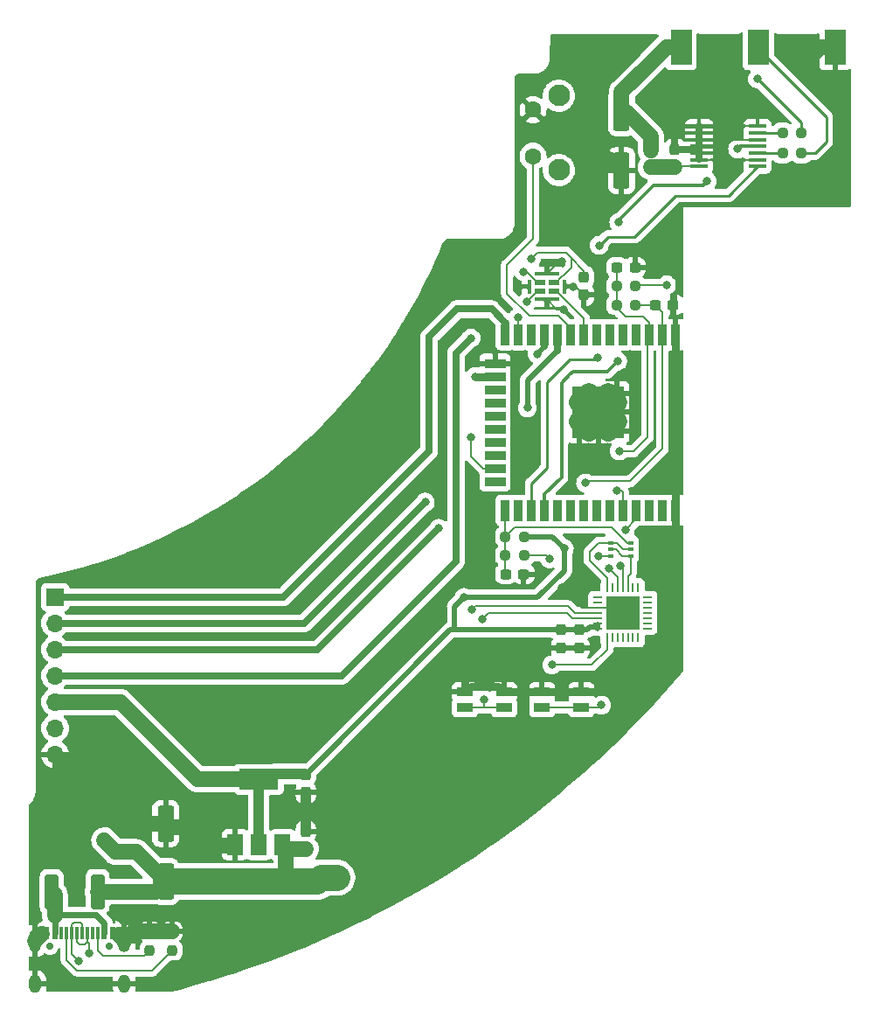
<source format=gbr>
%TF.GenerationSoftware,KiCad,Pcbnew,(6.0.4-0)*%
%TF.CreationDate,2022-05-04T17:09:46+02:00*%
%TF.ProjectId,GlowTube,476c6f77-5475-4626-952e-6b696361645f,rev?*%
%TF.SameCoordinates,Original*%
%TF.FileFunction,Copper,L1,Top*%
%TF.FilePolarity,Positive*%
%FSLAX46Y46*%
G04 Gerber Fmt 4.6, Leading zero omitted, Abs format (unit mm)*
G04 Created by KiCad (PCBNEW (6.0.4-0)) date 2022-05-04 17:09:46*
%MOMM*%
%LPD*%
G01*
G04 APERTURE LIST*
G04 Aperture macros list*
%AMRoundRect*
0 Rectangle with rounded corners*
0 $1 Rounding radius*
0 $2 $3 $4 $5 $6 $7 $8 $9 X,Y pos of 4 corners*
0 Add a 4 corners polygon primitive as box body*
4,1,4,$2,$3,$4,$5,$6,$7,$8,$9,$2,$3,0*
0 Add four circle primitives for the rounded corners*
1,1,$1+$1,$2,$3*
1,1,$1+$1,$4,$5*
1,1,$1+$1,$6,$7*
1,1,$1+$1,$8,$9*
0 Add four rect primitives between the rounded corners*
20,1,$1+$1,$2,$3,$4,$5,0*
20,1,$1+$1,$4,$5,$6,$7,0*
20,1,$1+$1,$6,$7,$8,$9,0*
20,1,$1+$1,$8,$9,$2,$3,0*%
G04 Aperture macros list end*
%TA.AperFunction,SMDPad,CuDef*%
%ADD10RoundRect,0.237500X-0.237500X0.250000X-0.237500X-0.250000X0.237500X-0.250000X0.237500X0.250000X0*%
%TD*%
%TA.AperFunction,SMDPad,CuDef*%
%ADD11R,0.900000X0.250000*%
%TD*%
%TA.AperFunction,SMDPad,CuDef*%
%ADD12R,0.250000X0.900000*%
%TD*%
%TA.AperFunction,SMDPad,CuDef*%
%ADD13R,3.250000X3.250000*%
%TD*%
%TA.AperFunction,SMDPad,CuDef*%
%ADD14R,2.000000X3.500000*%
%TD*%
%TA.AperFunction,SMDPad,CuDef*%
%ADD15RoundRect,0.237500X-0.300000X-0.237500X0.300000X-0.237500X0.300000X0.237500X-0.300000X0.237500X0*%
%TD*%
%TA.AperFunction,SMDPad,CuDef*%
%ADD16R,1.676400X0.355600*%
%TD*%
%TA.AperFunction,SMDPad,CuDef*%
%ADD17RoundRect,0.237500X-0.237500X0.300000X-0.237500X-0.300000X0.237500X-0.300000X0.237500X0.300000X0*%
%TD*%
%TA.AperFunction,SMDPad,CuDef*%
%ADD18RoundRect,0.237500X0.250000X0.237500X-0.250000X0.237500X-0.250000X-0.237500X0.250000X-0.237500X0*%
%TD*%
%TA.AperFunction,SMDPad,CuDef*%
%ADD19R,0.600000X0.419990*%
%TD*%
%TA.AperFunction,SMDPad,CuDef*%
%ADD20RoundRect,0.237500X-0.250000X-0.237500X0.250000X-0.237500X0.250000X0.237500X-0.250000X0.237500X0*%
%TD*%
%TA.AperFunction,SMDPad,CuDef*%
%ADD21RoundRect,0.250000X-0.550000X1.500000X-0.550000X-1.500000X0.550000X-1.500000X0.550000X1.500000X0*%
%TD*%
%TA.AperFunction,SMDPad,CuDef*%
%ADD22RoundRect,0.237500X0.237500X-0.300000X0.237500X0.300000X-0.237500X0.300000X-0.237500X-0.300000X0*%
%TD*%
%TA.AperFunction,SMDPad,CuDef*%
%ADD23R,0.900000X2.000000*%
%TD*%
%TA.AperFunction,SMDPad,CuDef*%
%ADD24R,2.000000X0.900000*%
%TD*%
%TA.AperFunction,SMDPad,CuDef*%
%ADD25R,1.330000X1.330000*%
%TD*%
%TA.AperFunction,ComponentPad*%
%ADD26C,0.300000*%
%TD*%
%TA.AperFunction,ComponentPad*%
%ADD27R,1.700000X1.700000*%
%TD*%
%TA.AperFunction,ComponentPad*%
%ADD28O,1.700000X1.700000*%
%TD*%
%TA.AperFunction,ComponentPad*%
%ADD29C,1.600000*%
%TD*%
%TA.AperFunction,ComponentPad*%
%ADD30C,2.100000*%
%TD*%
%TA.AperFunction,SMDPad,CuDef*%
%ADD31RoundRect,0.250000X-0.400000X-1.450000X0.400000X-1.450000X0.400000X1.450000X-0.400000X1.450000X0*%
%TD*%
%TA.AperFunction,SMDPad,CuDef*%
%ADD32R,1.050013X0.550013*%
%TD*%
%TA.AperFunction,SMDPad,CuDef*%
%ADD33R,0.450013X1.400000*%
%TD*%
%TA.AperFunction,SMDPad,CuDef*%
%ADD34R,2.400000X0.450013*%
%TD*%
%TA.AperFunction,ComponentPad*%
%ADD35C,0.700000*%
%TD*%
%TA.AperFunction,SMDPad,CuDef*%
%ADD36R,0.600000X1.300000*%
%TD*%
%TA.AperFunction,SMDPad,CuDef*%
%ADD37R,0.300000X1.300000*%
%TD*%
%TA.AperFunction,ComponentPad*%
%ADD38O,1.200000X2.200000*%
%TD*%
%TA.AperFunction,ComponentPad*%
%ADD39O,1.200000X1.800000*%
%TD*%
%TA.AperFunction,SMDPad,CuDef*%
%ADD40R,1.500000X2.000000*%
%TD*%
%TA.AperFunction,SMDPad,CuDef*%
%ADD41R,3.800000X2.000000*%
%TD*%
%TA.AperFunction,SMDPad,CuDef*%
%ADD42RoundRect,0.237500X0.300000X0.237500X-0.300000X0.237500X-0.300000X-0.237500X0.300000X-0.237500X0*%
%TD*%
%TA.AperFunction,SMDPad,CuDef*%
%ADD43R,1.500000X0.900000*%
%TD*%
%TA.AperFunction,SMDPad,CuDef*%
%ADD44RoundRect,0.250000X0.550000X-1.500000X0.550000X1.500000X-0.550000X1.500000X-0.550000X-1.500000X0*%
%TD*%
%TA.AperFunction,ViaPad*%
%ADD45C,0.800000*%
%TD*%
%TA.AperFunction,Conductor*%
%ADD46C,0.160000*%
%TD*%
%TA.AperFunction,Conductor*%
%ADD47C,0.127000*%
%TD*%
%TA.AperFunction,Conductor*%
%ADD48C,0.800000*%
%TD*%
%TA.AperFunction,Conductor*%
%ADD49C,0.250000*%
%TD*%
%TA.AperFunction,Conductor*%
%ADD50C,0.700000*%
%TD*%
%TA.AperFunction,Conductor*%
%ADD51C,0.300000*%
%TD*%
%TA.AperFunction,Conductor*%
%ADD52C,0.500000*%
%TD*%
%TA.AperFunction,Conductor*%
%ADD53C,2.000000*%
%TD*%
%TA.AperFunction,Conductor*%
%ADD54C,1.500000*%
%TD*%
%TA.AperFunction,Conductor*%
%ADD55C,1.000000*%
%TD*%
%TA.AperFunction,Conductor*%
%ADD56C,2.500000*%
%TD*%
%TA.AperFunction,Conductor*%
%ADD57C,0.600000*%
%TD*%
G04 APERTURE END LIST*
D10*
%TO.P,R2,1*%
%TO.N,GND*%
X100890000Y-168337500D03*
%TO.P,R2,2*%
%TO.N,USB-C CC1*%
X100890000Y-170162500D03*
%TD*%
D11*
%TO.P,U3,1,DCD*%
%TO.N,unconnected-(U3-Pad1)*%
X142134332Y-135989245D03*
%TO.P,U3,2,RI*%
%TO.N,unconnected-(U3-Pad2)*%
X142134332Y-136489245D03*
%TO.P,U3,3,GND*%
%TO.N,GND*%
X142134332Y-136989245D03*
%TO.P,U3,4,D+*%
%TO.N,USB-C DATA+*%
X142134332Y-137489245D03*
%TO.P,U3,5,D-*%
%TO.N,USB-C DATA-*%
X142134332Y-137989244D03*
%TO.P,U3,6,VDD*%
%TO.N,+3V3*%
X142134332Y-138489244D03*
%TO.P,U3,7,REGIN*%
X142134332Y-138989244D03*
D12*
%TO.P,U3,8,VBUS*%
%TO.N,+5V*%
X143034346Y-139889258D03*
%TO.P,U3,9,~{RST}*%
%TO.N,unconnected-(U3-Pad9)*%
X143534346Y-139889258D03*
%TO.P,U3,10,NC*%
%TO.N,unconnected-(U3-Pad10)*%
X144034346Y-139889258D03*
%TO.P,U3,11,~{SUSPEND}*%
%TO.N,unconnected-(U3-Pad11)*%
X144534346Y-139889258D03*
%TO.P,U3,12,SUSPEND*%
%TO.N,unconnected-(U3-Pad12)*%
X145034345Y-139889258D03*
%TO.P,U3,13,NC*%
%TO.N,unconnected-(U3-Pad13)*%
X145534345Y-139889258D03*
%TO.P,U3,14,NC*%
%TO.N,unconnected-(U3-Pad14)*%
X146034345Y-139889258D03*
D11*
%TO.P,U3,15,NC*%
%TO.N,unconnected-(U3-Pad15)*%
X146934359Y-138989244D03*
%TO.P,U3,16,NC*%
%TO.N,unconnected-(U3-Pad16)*%
X146934359Y-138489244D03*
%TO.P,U3,17,NC*%
%TO.N,unconnected-(U3-Pad17)*%
X146934359Y-137989244D03*
%TO.P,U3,18,NC*%
%TO.N,unconnected-(U3-Pad18)*%
X146934359Y-137489245D03*
%TO.P,U3,19,NC*%
%TO.N,unconnected-(U3-Pad19)*%
X146934359Y-136989245D03*
%TO.P,U3,20,NC*%
%TO.N,unconnected-(U3-Pad20)*%
X146934359Y-136489245D03*
%TO.P,U3,21,NC*%
%TO.N,unconnected-(U3-Pad21)*%
X146934359Y-135989245D03*
D12*
%TO.P,U3,22,NC*%
%TO.N,unconnected-(U3-Pad22)*%
X146034345Y-135089231D03*
%TO.P,U3,23,CTS*%
%TO.N,unconnected-(U3-Pad23)*%
X145534345Y-135089231D03*
%TO.P,U3,24,RTS*%
%TO.N,RTS*%
X145034345Y-135089231D03*
%TO.P,U3,25,RXD*%
%TO.N,TXD0*%
X144534346Y-135089231D03*
%TO.P,U3,26,TXD*%
%TO.N,RXD0*%
X144034346Y-135089231D03*
%TO.P,U3,27,DSR*%
%TO.N,unconnected-(U3-Pad27)*%
X143534346Y-135089231D03*
%TO.P,U3,28,DTR*%
%TO.N,DTR*%
X143034346Y-135089231D03*
D13*
%TO.P,U3,29,GND_PAD*%
%TO.N,GND*%
X144534345Y-137489244D03*
%TD*%
D14*
%TO.P,P2,1*%
%TO.N,LED1 DATA OUT*%
X157680000Y-82710000D03*
%TD*%
D15*
%TO.P,C11,1*%
%TO.N,IO0*%
X133212350Y-133742100D03*
%TO.P,C11,2*%
%TO.N,GND*%
X134937350Y-133742100D03*
%TD*%
D16*
%TO.P,U1,1,1A*%
%TO.N,IO16{slash}LED1*%
X157589400Y-94280001D03*
%TO.P,U1,2,1B*%
%TO.N,GND*%
X157589400Y-93630000D03*
%TO.P,U1,3,1Y*%
%TO.N,Net-(R1-Pad1)*%
X157589400Y-92979999D03*
%TO.P,U1,4,2A*%
%TO.N,IO17{slash}LED2*%
X157589400Y-92330000D03*
%TO.P,U1,5,2B*%
%TO.N,GND*%
X157589400Y-91680001D03*
%TO.P,U1,6,2Y*%
%TO.N,Net-(U1-Pad6)*%
X157589400Y-91030000D03*
%TO.P,U1,7,GND*%
%TO.N,GND*%
X157589400Y-90380001D03*
%TO.P,U1,8,3Y*%
X151950600Y-90379999D03*
%TO.P,U1,9,3A*%
X151950600Y-91030000D03*
%TO.P,U1,10,3B*%
X151950600Y-91679999D03*
%TO.P,U1,11,4Y*%
X151950600Y-92330000D03*
%TO.P,U1,12,4A*%
X151950600Y-92979999D03*
%TO.P,U1,13,4B*%
X151950600Y-93630000D03*
%TO.P,U1,14,VCC*%
%TO.N,+5V*%
X151950600Y-94279999D03*
%TD*%
D17*
%TO.P,C6,1*%
%TO.N,+3V3*%
X138570858Y-139147500D03*
%TO.P,C6,2*%
%TO.N,GND*%
X138570858Y-140872500D03*
%TD*%
D18*
%TO.P,R4,1*%
%TO.N,Net-(R4-Pad1)*%
X145757350Y-105842100D03*
%TO.P,R4,2*%
%TO.N,RESET*%
X143932350Y-105842100D03*
%TD*%
D15*
%TO.P,C10,1*%
%TO.N,RESET*%
X143982350Y-104032100D03*
%TO.P,C10,2*%
%TO.N,GND*%
X145707350Y-104032100D03*
%TD*%
D19*
%TO.P,U5,1,E*%
%TO.N,RTS*%
X145289962Y-131989987D03*
%TO.P,U5,2,B*%
%TO.N,DTR*%
X145289962Y-131340000D03*
%TO.P,U5,3,C*%
%TO.N,IO0*%
X145289962Y-130690013D03*
%TO.P,U5,4,E*%
%TO.N,DTR*%
X143390038Y-130690013D03*
%TO.P,U5,5,B*%
%TO.N,RTS*%
X143390038Y-131340000D03*
%TO.P,U5,6,C*%
%TO.N,RESET*%
X143390038Y-131989987D03*
%TD*%
D20*
%TO.P,R7,1*%
%TO.N,IO0*%
X133162350Y-130102100D03*
%TO.P,R7,2*%
%TO.N,+3V3*%
X134987350Y-130102100D03*
%TD*%
D21*
%TO.P,C4,1*%
%TO.N,+5V*%
X144430000Y-89070000D03*
%TO.P,C4,2*%
%TO.N,GND*%
X144430000Y-94670000D03*
%TD*%
D22*
%TO.P,C5,1*%
%TO.N,GND*%
X140340858Y-140872500D03*
%TO.P,C5,2*%
%TO.N,+3V3*%
X140340858Y-139147500D03*
%TD*%
D14*
%TO.P,P3,1*%
%TO.N,GND*%
X165096200Y-82710000D03*
%TD*%
D23*
%TO.P,U2,1,GND*%
%TO.N,GND*%
X149670000Y-110560000D03*
%TO.P,U2,2,3V3*%
%TO.N,+3V3*%
X148400000Y-110560000D03*
%TO.P,U2,3,EN*%
%TO.N,RESET*%
X147130000Y-110560000D03*
%TO.P,U2,4,SENSOR_VP*%
%TO.N,IO36{slash}A4{slash}SENSOR_VP*%
X145860000Y-110560000D03*
%TO.P,U2,5,SENSOR_VN*%
%TO.N,I39{slash}A3{slash}SENSOR_VN*%
X144590000Y-110560000D03*
%TO.P,U2,6,IO34*%
%TO.N,I34{slash}A2*%
X143320000Y-110560000D03*
%TO.P,U2,7,IO35*%
%TO.N,IO35*%
X142050000Y-110560000D03*
%TO.P,U2,8,IO32*%
%TO.N,IO32{slash}SD*%
X140780000Y-110560000D03*
%TO.P,U2,9,IO33*%
%TO.N,IO33{slash}MAINBUTTON*%
X139510000Y-110560000D03*
%TO.P,U2,10,IO25*%
%TO.N,IO25{slash}A1{slash}DAC1*%
X138240000Y-110560000D03*
%TO.P,U2,11,IO26*%
%TO.N,IO26{slash}A0{slash}DAC2*%
X136970000Y-110560000D03*
%TO.P,U2,12,IO27*%
%TO.N,IO27*%
X135700000Y-110560000D03*
%TO.P,U2,13,IO14*%
%TO.N,IO14{slash}SCK*%
X134430000Y-110560000D03*
%TO.P,U2,14,IO12*%
%TO.N,IO12{slash}MISO*%
X133160000Y-110560000D03*
D24*
%TO.P,U2,15,GND*%
%TO.N,GND*%
X132160000Y-113345000D03*
%TO.P,U2,16,IO13*%
%TO.N,IO13{slash}MOSI*%
X132160000Y-114615000D03*
%TO.P,U2,17,NC*%
%TO.N,unconnected-(U2-Pad17)*%
X132160000Y-115885000D03*
%TO.P,U2,18,NC*%
%TO.N,unconnected-(U2-Pad18)*%
X132160000Y-117155000D03*
%TO.P,U2,19,NC*%
%TO.N,unconnected-(U2-Pad19)*%
X132160000Y-118425000D03*
%TO.P,U2,20,NC*%
%TO.N,unconnected-(U2-Pad20)*%
X132160000Y-119695000D03*
%TO.P,U2,21,NC*%
%TO.N,unconnected-(U2-Pad21)*%
X132160000Y-120965000D03*
%TO.P,U2,22,NC*%
%TO.N,unconnected-(U2-Pad22)*%
X132160000Y-122235000D03*
%TO.P,U2,23,IO15*%
%TO.N,IO15{slash}WS*%
X132160000Y-123505000D03*
%TO.P,U2,24,IO2*%
%TO.N,IO2*%
X132160000Y-124775000D03*
D23*
%TO.P,U2,25,IO0*%
%TO.N,IO0*%
X133160000Y-127560000D03*
%TO.P,U2,26,IO4*%
%TO.N,IO4{slash}A5*%
X134430000Y-127560000D03*
%TO.P,U2,27,IO16*%
%TO.N,IO16{slash}LED1*%
X135700000Y-127560000D03*
%TO.P,U2,28,IO17*%
%TO.N,IO17{slash}LED2*%
X136970000Y-127560000D03*
%TO.P,U2,29,IO5*%
%TO.N,IO5*%
X138240000Y-127560000D03*
%TO.P,U2,30,IO18*%
%TO.N,IO18*%
X139510000Y-127560000D03*
%TO.P,U2,31,IO19*%
%TO.N,IO19*%
X140780000Y-127560000D03*
%TO.P,U2,32,NC1*%
%TO.N,unconnected-(U2-Pad32)*%
X142050000Y-127560000D03*
%TO.P,U2,33,IO21*%
%TO.N,IO21*%
X143320000Y-127560000D03*
%TO.P,U2,34,RXD0*%
%TO.N,RXD0*%
X144590000Y-127560000D03*
%TO.P,U2,35,TXD0*%
%TO.N,TXD0*%
X145860000Y-127560000D03*
%TO.P,U2,36,IO22*%
%TO.N,IO22*%
X147130000Y-127560000D03*
%TO.P,U2,37,IO23*%
%TO.N,IO23*%
X148400000Y-127560000D03*
%TO.P,U2,38,GND*%
%TO.N,GND*%
X149670000Y-127560000D03*
D25*
%TO.P,U2,39_1,GND*%
X144005000Y-116225000D03*
%TO.P,U2,39_2,GND*%
X144005000Y-118060000D03*
%TO.P,U2,39_3,GND*%
X144005000Y-119895000D03*
%TO.P,U2,39_4,GND*%
X142170000Y-116225000D03*
%TO.P,U2,39_5,GND*%
X142170000Y-118060000D03*
%TO.P,U2,39_6,GND*%
X142170000Y-119895000D03*
%TO.P,U2,39_7,GND*%
X140335000Y-116225000D03*
%TO.P,U2,39_8,GND*%
X140335000Y-118060000D03*
%TO.P,U2,39_9,GND*%
X140335000Y-119895000D03*
D26*
%TO.P,U2,39_10,GND*%
X144005000Y-117142500D03*
%TO.P,U2,39_11,GND*%
X144005000Y-118977500D03*
%TO.P,U2,39_12,GND*%
X143087500Y-116225000D03*
%TO.P,U2,39_13,GND*%
X143087500Y-118060000D03*
%TO.P,U2,39_14,GND*%
X143087500Y-119895000D03*
%TO.P,U2,39_15,GND*%
X142170000Y-117142500D03*
%TO.P,U2,39_16,GND*%
X142170000Y-118977500D03*
%TO.P,U2,39_17,GND*%
X141252500Y-116225000D03*
%TO.P,U2,39_18,GND*%
X141252500Y-118060000D03*
%TO.P,U2,39_19,GND*%
X141252500Y-119895000D03*
%TO.P,U2,39_20,GND*%
X140335000Y-117142500D03*
%TO.P,U2,39_21,GND*%
X140335000Y-118977500D03*
%TD*%
D22*
%TO.P,C9,1*%
%TO.N,GND*%
X140790000Y-106715000D03*
%TO.P,C9,2*%
%TO.N,+3V3*%
X140790000Y-104990000D03*
%TD*%
D27*
%TO.P,J1,1,Pin_1*%
%TO.N,IO12{slash}MISO*%
X89540000Y-135960000D03*
D28*
%TO.P,J1,2,Pin_2*%
%TO.N,IO13{slash}MOSI*%
X89540000Y-138500000D03*
%TO.P,J1,3,Pin_3*%
%TO.N,IO25{slash}A1{slash}DAC1*%
X89540000Y-141040000D03*
%TO.P,J1,4,Pin_4*%
%TO.N,IO26{slash}A0{slash}DAC2*%
X89540000Y-143580000D03*
%TO.P,J1,5,Pin_5*%
%TO.N,+3V3*%
X89540000Y-146120000D03*
%TO.P,J1,6,Pin_6*%
%TO.N,+5V*%
X89540000Y-148660000D03*
%TO.P,J1,7,Pin_7*%
%TO.N,GND*%
X89540000Y-151200000D03*
%TD*%
D29*
%TO.P,C12,1,1*%
%TO.N,GND*%
X135845044Y-88770064D03*
%TO.P,C12,2,2*%
%TO.N,IO33{slash}MAINBUTTON*%
X135845044Y-93269936D03*
D30*
%TO.P,C12,3,3*%
%TO.N,unconnected-(C12-Pad3)*%
X138344917Y-87420051D03*
%TO.P,C12,4,4*%
%TO.N,unconnected-(C12-Pad4)*%
X138344917Y-94619949D03*
%TD*%
D10*
%TO.P,R3,1*%
%TO.N,GND*%
X98710000Y-168337500D03*
%TO.P,R3,2*%
%TO.N,USB-C CC2*%
X98710000Y-170162500D03*
%TD*%
D31*
%TO.P,F1,1*%
%TO.N,VBUS*%
X89205000Y-164480000D03*
%TO.P,F1,2*%
%TO.N,+5V*%
X93655000Y-164480000D03*
%TD*%
D20*
%TO.P,R6,1*%
%TO.N,RESET*%
X143932350Y-107662100D03*
%TO.P,R6,2*%
%TO.N,+3V3*%
X145757350Y-107662100D03*
%TD*%
D32*
%TO.P,U6,1,VDD*%
%TO.N,+3V3*%
X137875083Y-105475545D03*
%TO.P,U6,2,SELECT*%
%TO.N,IO15{slash}WS*%
X136524816Y-105475545D03*
%TO.P,U6,3,CLOCK*%
%TO.N,IO14{slash}SCK*%
X136524816Y-106325431D03*
%TO.P,U6,4,DATA*%
%TO.N,IO32{slash}SD*%
X137875083Y-106325431D03*
D33*
%TO.P,U6,5,GND*%
%TO.N,GND*%
X138924867Y-105900488D03*
D34*
%TO.P,U6,6,GND*%
X137199949Y-104675443D03*
D33*
%TO.P,U6,7,GND*%
X135475032Y-105900488D03*
D34*
%TO.P,U6,8,GND*%
X137199949Y-107125532D03*
%TD*%
D35*
%TO.P,USB1,*%
%TO.N,*%
X89020000Y-169740000D03*
X94800000Y-169740000D03*
D36*
%TO.P,USB1,A1B12,GND*%
%TO.N,GND*%
X88710000Y-168500000D03*
%TO.P,USB1,A4B9,VBUS*%
%TO.N,VBUS*%
X89510000Y-168500000D03*
D37*
%TO.P,USB1,A5,CC1*%
%TO.N,USB-C CC1*%
X90660000Y-168500000D03*
%TO.P,USB1,A6,DP1*%
%TO.N,USB-C DATA+*%
X91660000Y-168500000D03*
%TO.P,USB1,A7,DN1*%
%TO.N,USB-C DATA-*%
X92160000Y-168500000D03*
%TO.P,USB1,A8,SBU1*%
%TO.N,unconnected-(USB1-PadA8)*%
X93160000Y-168500000D03*
D36*
%TO.P,USB1,B1A12,GND*%
%TO.N,GND*%
X95110000Y-168500000D03*
%TO.P,USB1,B4A9,VBUS*%
%TO.N,VBUS*%
X94310000Y-168500000D03*
D37*
%TO.P,USB1,B5,CC2*%
%TO.N,USB-C CC2*%
X93660000Y-168500000D03*
%TO.P,USB1,B6,DP2*%
%TO.N,USB-C DATA+*%
X92660000Y-168500000D03*
%TO.P,USB1,B7,DN2*%
%TO.N,USB-C DATA-*%
X91160000Y-168500000D03*
%TO.P,USB1,B8,SBU2*%
%TO.N,unconnected-(USB1-PadB8)*%
X90160000Y-168500000D03*
D38*
%TO.P,USB1,SHELL,SHELL*%
%TO.N,GND*%
X87590000Y-169240000D03*
D39*
X87590000Y-173420000D03*
X96230000Y-173420000D03*
D38*
X96230000Y-169240000D03*
%TD*%
D40*
%TO.P,U4,1,GND*%
%TO.N,GND*%
X106970000Y-159920000D03*
%TO.P,U4,2,Vout*%
%TO.N,+3V3*%
X109270000Y-159920000D03*
%TO.P,U4,3,Vin*%
%TO.N,+5V*%
X111570000Y-159920000D03*
D41*
%TO.P,U4,4,Vout*%
%TO.N,+3V3*%
X109270000Y-153620000D03*
%TD*%
D17*
%TO.P,C7,1*%
%TO.N,GND*%
X113830000Y-158657500D03*
%TO.P,C7,2*%
%TO.N,+5V*%
X113830000Y-160382500D03*
%TD*%
D18*
%TO.P,R5,1*%
%TO.N,Net-(R5-Pad1)*%
X134987350Y-131922100D03*
%TO.P,R5,2*%
%TO.N,IO0*%
X133162350Y-131922100D03*
%TD*%
D42*
%TO.P,C1,1*%
%TO.N,GND*%
X149417350Y-107662100D03*
%TO.P,C1,2*%
%TO.N,+3V3*%
X147692350Y-107662100D03*
%TD*%
D43*
%TO.P,SW1,1,1*%
%TO.N,GND*%
X140530000Y-145150000D03*
X136730000Y-145150000D03*
%TO.P,SW1,2,2*%
%TO.N,Net-(R4-Pad1)*%
X136730000Y-146650000D03*
X140530000Y-146650000D03*
%TD*%
%TO.P,SW2,1,1*%
%TO.N,GND*%
X129250000Y-145150000D03*
X133050000Y-145150000D03*
%TO.P,SW2,2,2*%
%TO.N,Net-(R5-Pad1)*%
X129250000Y-146650000D03*
X133050000Y-146650000D03*
%TD*%
D20*
%TO.P,R1,1*%
%TO.N,Net-(R1-Pad1)*%
X160017500Y-93010000D03*
%TO.P,R1,2*%
%TO.N,LED1 DATA OUT*%
X161842500Y-93010000D03*
%TD*%
D14*
%TO.P,P1,1*%
%TO.N,+5V*%
X150203800Y-82710000D03*
%TD*%
D22*
%TO.P,C8,1*%
%TO.N,GND*%
X113830000Y-154882500D03*
%TO.P,C8,2*%
%TO.N,+3V3*%
X113830000Y-153157500D03*
%TD*%
%TO.P,C2,1*%
%TO.N,+5V*%
X149600000Y-94349200D03*
%TO.P,C2,2*%
%TO.N,GND*%
X149600000Y-92624200D03*
%TD*%
D20*
%TO.P,R8,1*%
%TO.N,Net-(U1-Pad6)*%
X160017500Y-91010000D03*
%TO.P,R8,2*%
%TO.N,LED2 DATA OUT*%
X161842500Y-91010000D03*
%TD*%
D44*
%TO.P,C3,1*%
%TO.N,+5V*%
X100260000Y-163500000D03*
%TO.P,C3,2*%
%TO.N,GND*%
X100260000Y-157900000D03*
%TD*%
D45*
%TO.N,GND*%
X134420000Y-106100000D03*
X138830000Y-108090000D03*
X138640000Y-103490000D03*
%TO.N,IO14{slash}SCK*%
X135240000Y-107380000D03*
X134400000Y-108870000D03*
%TO.N,IO15{slash}WS*%
X129860000Y-120490000D03*
X134940000Y-104450000D03*
%TO.N,GND*%
X139699512Y-105900488D03*
%TO.N,LED2 DATA OUT*%
X157590000Y-85790000D03*
%TO.N,GND*%
X150000000Y-88890000D03*
%TO.N,IO16{slash}LED1*%
X142260000Y-101910000D03*
X142120000Y-112810000D03*
%TO.N,IO17{slash}LED2*%
X144150000Y-99670000D03*
X155670000Y-92580000D03*
X152720000Y-95720000D03*
X144050000Y-113130000D03*
%TO.N,GND*%
X134340000Y-113340000D03*
%TO.N,IO13{slash}MOSI*%
X130220000Y-114620000D03*
X125400000Y-126770000D03*
%TO.N,IO25{slash}A1{slash}DAC1*%
X135300000Y-117650000D03*
X126710000Y-129300000D03*
%TO.N,IO26{slash}A0{slash}DAC2*%
X136260000Y-112420000D03*
X129830000Y-110880000D03*
%TO.N,+3V3*%
X135710000Y-103190000D03*
X129150000Y-135990000D03*
X140940000Y-124920000D03*
X138870000Y-131250000D03*
%TO.N,Net-(R4-Pad1)*%
X148810000Y-105730000D03*
X142480000Y-146420000D03*
%TO.N,RESET*%
X144210000Y-121820000D03*
X142220000Y-131990000D03*
%TO.N,TXD0*%
X144790000Y-129470000D03*
X144320000Y-132940000D03*
%TO.N,RXD0*%
X143210000Y-133180000D03*
X143930000Y-125650000D03*
%TO.N,Net-(R5-Pad1)*%
X131100000Y-145870000D03*
X137430000Y-132260000D03*
%TO.N,GND*%
X136790000Y-133640000D03*
X138610000Y-135010000D03*
X132135000Y-140785000D03*
X129295000Y-143625000D03*
%TO.N,+5V*%
X137665000Y-142515000D03*
%TO.N,USB-C DATA+*%
X92830000Y-170480000D03*
X129920000Y-137170000D03*
%TO.N,USB-C DATA-*%
X130890000Y-138120000D03*
X91830000Y-171230000D03*
%TO.N,GND*%
X115650000Y-157270000D03*
%TO.N,+5V*%
X116860000Y-163120000D03*
X94300000Y-159510000D03*
X95410000Y-160630000D03*
%TO.N,GND*%
X103270000Y-159130000D03*
X102430000Y-158290000D03*
X143030000Y-93610000D03*
X142300000Y-92840000D03*
X163335000Y-83095000D03*
X162610000Y-83820000D03*
%TO.N,+5V*%
X147280000Y-92720000D03*
X147865000Y-83725000D03*
X147070000Y-84400000D03*
X147280000Y-94330000D03*
X115330000Y-163120000D03*
%TD*%
D46*
%TO.N,GND*%
X135475032Y-105900488D02*
X134619512Y-105900488D01*
X134619512Y-105900488D02*
X134420000Y-106100000D01*
%TO.N,IO33{slash}MAINBUTTON*%
X135845044Y-93269936D02*
X135845044Y-101294956D01*
X135845044Y-101294956D02*
X133330000Y-103810000D01*
X133330000Y-103810000D02*
X133330000Y-106580000D01*
X133330000Y-106580000D02*
X135490000Y-108740000D01*
X135490000Y-108740000D02*
X138310000Y-108740000D01*
X138310000Y-108740000D02*
X139510000Y-109940000D01*
X139510000Y-109940000D02*
X139510000Y-110560000D01*
%TO.N,GND*%
X138830000Y-108090000D02*
X138164417Y-108090000D01*
X138164417Y-108090000D02*
X137199949Y-107125532D01*
X138640000Y-103490000D02*
X138385392Y-103490000D01*
X138385392Y-103490000D02*
X137199949Y-104675443D01*
%TO.N,+3V3*%
X139550000Y-103120000D02*
X139550000Y-104090000D01*
X139550000Y-104090000D02*
X138775000Y-104865000D01*
X138775000Y-104865000D02*
X138735000Y-104865000D01*
X139550000Y-103120000D02*
X139040000Y-102610000D01*
X139040000Y-102610000D02*
X136290000Y-102610000D01*
X136290000Y-102610000D02*
X135710000Y-103190000D01*
D47*
X138480000Y-105120000D02*
X138735000Y-104865000D01*
X138735000Y-104865000D02*
X138780000Y-104820000D01*
D46*
%TO.N,IO32{slash}SD*%
X140780000Y-110560000D02*
X140780000Y-108990000D01*
X140780000Y-108990000D02*
X138700000Y-106910000D01*
%TO.N,IO14{slash}SCK*%
X135240000Y-107350000D02*
X135690000Y-106900000D01*
X135240000Y-107380000D02*
X135240000Y-107350000D01*
X134400000Y-108870000D02*
X134430000Y-108900000D01*
X134430000Y-108900000D02*
X134430000Y-110560000D01*
D47*
%TO.N,IO15{slash}WS*%
X135625000Y-104825000D02*
X135580000Y-104780000D01*
D46*
X134940000Y-104450000D02*
X135250000Y-104450000D01*
X132160000Y-123505000D02*
X131000000Y-123505000D01*
X129860000Y-122365000D02*
X129860000Y-120490000D01*
X131000000Y-123505000D02*
X129860000Y-122365000D01*
D47*
X135930000Y-105130000D02*
X135625000Y-104825000D01*
D46*
X135250000Y-104450000D02*
X135625000Y-104825000D01*
D47*
%TO.N,IO14{slash}SCK*%
X136264569Y-106325431D02*
X135690000Y-106900000D01*
X136524816Y-106325431D02*
X136264569Y-106325431D01*
%TO.N,IO32{slash}SD*%
X138115431Y-106325431D02*
X138700000Y-106910000D01*
X137875083Y-106325431D02*
X138115431Y-106325431D01*
%TO.N,+3V3*%
X138780000Y-104820000D02*
X138800000Y-104820000D01*
X137875083Y-105475545D02*
X138124455Y-105475545D01*
X138124455Y-105475545D02*
X138480000Y-105120000D01*
%TO.N,IO15{slash}WS*%
X136524816Y-105475545D02*
X136275545Y-105475545D01*
X135580000Y-104780000D02*
X135540000Y-104780000D01*
X136275545Y-105475545D02*
X135930000Y-105130000D01*
D46*
%TO.N,GND*%
X139699512Y-105900488D02*
X139975488Y-105900488D01*
X138924867Y-105900488D02*
X139699512Y-105900488D01*
X139975488Y-105900488D02*
X140790000Y-106715000D01*
%TO.N,Net-(R4-Pad1)*%
X145819450Y-105780000D02*
X145757350Y-105842100D01*
X148810000Y-105730000D02*
X148760000Y-105780000D01*
X148760000Y-105780000D02*
X145819450Y-105780000D01*
%TO.N,GND*%
X145707350Y-104032100D02*
X148792100Y-104032100D01*
X148792100Y-104032100D02*
X149730000Y-104970000D01*
X149730000Y-104970000D02*
X149730000Y-107349450D01*
X149730000Y-107349450D02*
X149417350Y-107662100D01*
%TO.N,RESET*%
X144210000Y-121820000D02*
X145600000Y-121820000D01*
X146930000Y-110760000D02*
X147130000Y-110560000D01*
X145600000Y-121820000D02*
X146930000Y-120490000D01*
X146930000Y-120490000D02*
X146930000Y-110760000D01*
D48*
%TO.N,GND*%
X129820000Y-144580000D02*
X129250000Y-145150000D01*
X133050000Y-145150000D02*
X132480000Y-144580000D01*
X132480000Y-144580000D02*
X129820000Y-144580000D01*
D46*
%TO.N,Net-(R5-Pad1)*%
X131080000Y-145890000D02*
X131080000Y-146650000D01*
X131100000Y-145870000D02*
X131080000Y-145890000D01*
D48*
%TO.N,GND*%
X149670000Y-127560000D02*
X149670000Y-139090000D01*
X149670000Y-139090000D02*
X143610000Y-145150000D01*
X143610000Y-145150000D02*
X140530000Y-145150000D01*
D49*
%TO.N,LED1 DATA OUT*%
X161842500Y-93010000D02*
X163150000Y-93010000D01*
X163150000Y-93010000D02*
X164270000Y-91890000D01*
X164270000Y-91890000D02*
X164270000Y-89480000D01*
X164270000Y-89480000D02*
X157680000Y-82890000D01*
X157680000Y-82890000D02*
X157680000Y-82710000D01*
%TO.N,LED2 DATA OUT*%
X161842500Y-90042500D02*
X157590000Y-85790000D01*
X161842500Y-91010000D02*
X161842500Y-90042500D01*
D50*
%TO.N,GND*%
X149600000Y-92624200D02*
X149600000Y-89290000D01*
X149600000Y-89290000D02*
X150000000Y-88890000D01*
D49*
%TO.N,IO16{slash}LED1*%
X142260000Y-101910000D02*
X143100000Y-101070000D01*
X143100000Y-101070000D02*
X145690000Y-101070000D01*
X145690000Y-101070000D02*
X149660000Y-97100000D01*
X149660000Y-97100000D02*
X154769401Y-97100000D01*
X154769401Y-97100000D02*
X157589400Y-94280001D01*
D51*
%TO.N,IO17{slash}LED2*%
X144150000Y-99670000D02*
X144150000Y-99460000D01*
X144150000Y-99460000D02*
X147530000Y-96080000D01*
X147530000Y-96080000D02*
X152360000Y-96080000D01*
X152360000Y-96080000D02*
X152720000Y-95720000D01*
D49*
%TO.N,IO16{slash}LED1*%
X141950000Y-112980000D02*
X142120000Y-112810000D01*
X140490000Y-112980000D02*
X141950000Y-112980000D01*
D51*
%TO.N,IO17{slash}LED2*%
X144050000Y-113130000D02*
X143030000Y-114150000D01*
X143030000Y-114150000D02*
X139720000Y-114150000D01*
X139720000Y-114150000D02*
X139440000Y-114430000D01*
D49*
%TO.N,IO16{slash}LED1*%
X137230000Y-115140000D02*
X139390000Y-112980000D01*
X135700000Y-124950000D02*
X136880000Y-123770000D01*
X139390000Y-112980000D02*
X140490000Y-112980000D01*
X137230000Y-123420000D02*
X137230000Y-115140000D01*
X135700000Y-127560000D02*
X135700000Y-124950000D01*
X136880000Y-123770000D02*
X137230000Y-123420000D01*
D52*
%TO.N,IO25{slash}A1{slash}DAC1*%
X135300000Y-117650000D02*
X135300000Y-115010000D01*
X135300000Y-115010000D02*
X138240000Y-112070000D01*
D50*
X138240000Y-112070000D02*
X138240000Y-110560000D01*
D46*
%TO.N,GND*%
X134340000Y-113340000D02*
X134335000Y-113345000D01*
X134335000Y-113345000D02*
X132160000Y-113345000D01*
D50*
%TO.N,IO26{slash}A0{slash}DAC2*%
X136970000Y-111710000D02*
X136970000Y-110560000D01*
D52*
X136260000Y-112420000D02*
X136970000Y-111710000D01*
D51*
%TO.N,IO17{slash}LED2*%
X139440000Y-114430000D02*
X138600000Y-115270000D01*
X138600000Y-115270000D02*
X138600000Y-124370000D01*
X138600000Y-124370000D02*
X136970000Y-126000000D01*
X136970000Y-126000000D02*
X136970000Y-127560000D01*
X139440000Y-114430000D02*
X139380000Y-114430000D01*
X157589400Y-92330000D02*
X155920000Y-92330000D01*
D46*
X155920000Y-92330000D02*
X155670000Y-92580000D01*
D49*
%TO.N,Net-(R1-Pad1)*%
X157589400Y-92979999D02*
X159987499Y-92979999D01*
D46*
X159987499Y-92979999D02*
X160017500Y-93010000D01*
D49*
%TO.N,Net-(U1-Pad6)*%
X157589400Y-91030000D02*
X159997500Y-91030000D01*
D46*
X159997500Y-91030000D02*
X160017500Y-91010000D01*
%TO.N,GND*%
X157589400Y-90380001D02*
X151950602Y-90380001D01*
X151950602Y-90380001D02*
X151950600Y-90379999D01*
X157589400Y-91680001D02*
X151950602Y-91680001D01*
X151950602Y-91680001D02*
X151950600Y-91679999D01*
X157589400Y-93630000D02*
X151950600Y-93630000D01*
%TO.N,+5V*%
X151950600Y-94279999D02*
X149669201Y-94279999D01*
X149669201Y-94279999D02*
X149600000Y-94349200D01*
D50*
%TO.N,GND*%
X151950600Y-90379999D02*
X151950600Y-92399400D01*
X151950600Y-92399400D02*
X151950600Y-93552688D01*
X149600000Y-92624200D02*
X151725800Y-92624200D01*
X151725800Y-92624200D02*
X151950600Y-92399400D01*
D46*
X151950600Y-93630000D02*
X151950600Y-92979999D01*
D50*
%TO.N,IO12{slash}MISO*%
X131860000Y-108080000D02*
X133160000Y-109380000D01*
X125770000Y-110770000D02*
X128460000Y-108080000D01*
X111650000Y-135960000D02*
X125770000Y-121840000D01*
X125770000Y-121840000D02*
X125770000Y-110770000D01*
X128460000Y-108080000D02*
X131860000Y-108080000D01*
X89540000Y-135960000D02*
X111650000Y-135960000D01*
%TO.N,IO25{slash}A1{slash}DAC1*%
X114970000Y-141040000D02*
X126710000Y-129300000D01*
X89540000Y-141040000D02*
X114970000Y-141040000D01*
%TO.N,IO26{slash}A0{slash}DAC2*%
X89540000Y-143580000D02*
X117310000Y-143580000D01*
X117310000Y-143580000D02*
X128370000Y-132520000D01*
X128370000Y-132520000D02*
X128370000Y-112340000D01*
X128370000Y-112340000D02*
X129830000Y-110880000D01*
D48*
%TO.N,IO12{slash}MISO*%
X133160000Y-109380000D02*
X133160000Y-110560000D01*
%TO.N,IO13{slash}MOSI*%
X130220000Y-114620000D02*
X132155000Y-114620000D01*
D50*
X89540000Y-138500000D02*
X113670000Y-138500000D01*
X113670000Y-138500000D02*
X125400000Y-126770000D01*
D46*
%TO.N,+3V3*%
X140790000Y-104990000D02*
X140790000Y-104360000D01*
X140790000Y-104360000D02*
X139550000Y-103120000D01*
X140940000Y-124920000D02*
X141100000Y-124760000D01*
X141100000Y-124760000D02*
X145240000Y-124760000D01*
X145240000Y-124760000D02*
X148400000Y-121600000D01*
X148400000Y-121600000D02*
X148400000Y-110560000D01*
D53*
%TO.N,GND*%
X144005000Y-117142500D02*
X140335000Y-117142500D01*
X140335000Y-118977500D02*
X144005000Y-118977500D01*
X143087500Y-119895000D02*
X143087500Y-116225000D01*
X141252500Y-119895000D02*
X141252500Y-116225000D01*
D48*
X149670000Y-127560000D02*
X149670000Y-110560000D01*
D46*
X149417350Y-107662100D02*
X149670000Y-107914750D01*
X149670000Y-107914750D02*
X149670000Y-110560000D01*
%TO.N,+3V3*%
X147692350Y-107662100D02*
X148400000Y-108369750D01*
X148400000Y-108369750D02*
X148400000Y-110560000D01*
X145757350Y-107662100D02*
X147692350Y-107662100D01*
%TO.N,RESET*%
X143932350Y-107662100D02*
X143932350Y-107942350D01*
X143932350Y-107942350D02*
X144780000Y-108790000D01*
X144780000Y-108790000D02*
X146490000Y-108790000D01*
X146490000Y-108790000D02*
X147130000Y-109430000D01*
X147130000Y-109430000D02*
X147130000Y-110560000D01*
X143982350Y-104032100D02*
X143932350Y-104082100D01*
X143932350Y-104082100D02*
X143932350Y-105842100D01*
X143932350Y-105842100D02*
X143932350Y-107662100D01*
%TO.N,Net-(R4-Pad1)*%
X140530000Y-146650000D02*
X142250000Y-146650000D01*
X142250000Y-146650000D02*
X142480000Y-146420000D01*
%TO.N,TXD0*%
X145860000Y-128400000D02*
X145860000Y-127560000D01*
X144790000Y-129470000D02*
X145860000Y-128400000D01*
%TO.N,RESET*%
X143390038Y-131989987D02*
X142220013Y-131989987D01*
X142220013Y-131989987D02*
X142220000Y-131990000D01*
%TO.N,DTR*%
X143034346Y-135089231D02*
X143034346Y-134104346D01*
X143034346Y-134104346D02*
X141350000Y-132420000D01*
X141350000Y-132420000D02*
X141350000Y-131560000D01*
X141350000Y-131560000D02*
X142219987Y-130690013D01*
X142219987Y-130690013D02*
X143390038Y-130690013D01*
%TO.N,IO0*%
X145289962Y-130690013D02*
X144950013Y-130690013D01*
X144950013Y-130690013D02*
X143490000Y-129230000D01*
X134034450Y-129230000D02*
X133162350Y-130102100D01*
X143490000Y-129230000D02*
X134034450Y-129230000D01*
%TO.N,TXD0*%
X144534346Y-135089231D02*
X144534346Y-133154346D01*
X144534346Y-133154346D02*
X144320000Y-132940000D01*
%TO.N,RXD0*%
X143930000Y-125650000D02*
X144390000Y-125650000D01*
X144390000Y-125650000D02*
X144590000Y-125850000D01*
X144590000Y-125850000D02*
X144590000Y-127560000D01*
X144034346Y-134004346D02*
X143210000Y-133180000D01*
X144034346Y-135089231D02*
X144034346Y-134004346D01*
%TO.N,RTS*%
X145289962Y-131989987D02*
X145289962Y-133700038D01*
X145289962Y-133700038D02*
X145034345Y-133955655D01*
X145034345Y-133955655D02*
X145034345Y-135089231D01*
X143390038Y-131340000D02*
X143870000Y-131340000D01*
X144519987Y-131989987D02*
X145289962Y-131989987D01*
X143870000Y-131340000D02*
X144519987Y-131989987D01*
%TO.N,DTR*%
X143390038Y-130690013D02*
X143940013Y-130690013D01*
X143940013Y-130690013D02*
X144590000Y-131340000D01*
X144590000Y-131340000D02*
X145289962Y-131340000D01*
%TO.N,IO0*%
X133162350Y-130102100D02*
X133160000Y-130099750D01*
X133160000Y-130099750D02*
X133160000Y-127560000D01*
X133162350Y-131922100D02*
X133162350Y-130102100D01*
X133212350Y-133742100D02*
X133162350Y-133692100D01*
X133162350Y-133692100D02*
X133162350Y-131922100D01*
%TO.N,Net-(R5-Pad1)*%
X133050000Y-146650000D02*
X131080000Y-146650000D01*
X131080000Y-146650000D02*
X129250000Y-146650000D01*
%TO.N,GND*%
X138610000Y-135010000D02*
X140589245Y-136989245D01*
X140589245Y-136989245D02*
X142134332Y-136989245D01*
X136790000Y-133640000D02*
X135039450Y-133640000D01*
X135039450Y-133640000D02*
X134937350Y-133742100D01*
%TO.N,Net-(R5-Pad1)*%
X137092100Y-131922100D02*
X137430000Y-132260000D01*
X134987350Y-131922100D02*
X137092100Y-131922100D01*
D52*
%TO.N,+3V3*%
X128262500Y-139147500D02*
X128262500Y-136877500D01*
X128262500Y-136877500D02*
X129150000Y-135990000D01*
X129150000Y-135990000D02*
X136300000Y-135990000D01*
X136300000Y-135990000D02*
X138870000Y-133420000D01*
X138870000Y-133420000D02*
X138870000Y-131250000D01*
X138870000Y-131250000D02*
X137722100Y-130102100D01*
X137722100Y-130102100D02*
X134987350Y-130102100D01*
D46*
%TO.N,GND*%
X144534345Y-137489244D02*
X143529244Y-137489244D01*
X143529244Y-137489244D02*
X143029245Y-136989245D01*
X143029245Y-136989245D02*
X142134332Y-136989245D01*
X138570858Y-140872500D02*
X132222500Y-140872500D01*
X132222500Y-140872500D02*
X132135000Y-140785000D01*
X140340858Y-140872500D02*
X138570858Y-140872500D01*
%TO.N,Net-(R4-Pad1)*%
X140530000Y-146650000D02*
X136730000Y-146650000D01*
D48*
%TO.N,GND*%
X129250000Y-145150000D02*
X129250000Y-143670000D01*
D46*
X129250000Y-143670000D02*
X129295000Y-143625000D01*
D48*
X136730000Y-145150000D02*
X133050000Y-145150000D01*
X140530000Y-145150000D02*
X136730000Y-145150000D01*
D46*
%TO.N,+5V*%
X143034346Y-139889258D02*
X143034346Y-141035654D01*
X143034346Y-141035654D02*
X141555000Y-142515000D01*
X141555000Y-142515000D02*
X137665000Y-142515000D01*
%TO.N,USB-C DATA+*%
X92830000Y-170480000D02*
X92830000Y-169540000D01*
X92830000Y-169540000D02*
X92660000Y-169370000D01*
X139889245Y-137489245D02*
X139260000Y-136860000D01*
X130230000Y-136860000D02*
X129920000Y-137170000D01*
X139260000Y-136860000D02*
X139010000Y-136860000D01*
X139010000Y-136860000D02*
X130230000Y-136860000D01*
%TO.N,USB-C DATA-*%
X131530000Y-137480000D02*
X135820000Y-137480000D01*
X135830000Y-137490000D02*
X139140000Y-137490000D01*
X139140000Y-137490000D02*
X139639244Y-137989244D01*
X130890000Y-138120000D02*
X131530000Y-137480000D01*
X135820000Y-137480000D02*
X135830000Y-137490000D01*
X139639244Y-137989244D02*
X142134332Y-137989244D01*
%TO.N,USB-C DATA+*%
X142134332Y-137489245D02*
X139889245Y-137489245D01*
D52*
%TO.N,+3V3*%
X128262500Y-139147500D02*
X127840000Y-139147500D01*
X138570858Y-139147500D02*
X128262500Y-139147500D01*
D54*
%TO.N,+5V*%
X95410000Y-160630000D02*
X95410000Y-160620000D01*
X95410000Y-160620000D02*
X94300000Y-159510000D01*
X95410000Y-160630000D02*
X97380000Y-160630000D01*
X97380000Y-160630000D02*
X100250000Y-163500000D01*
X100250000Y-163500000D02*
X100260000Y-163500000D01*
D46*
%TO.N,USB-C DATA-*%
X91160000Y-170560000D02*
X91830000Y-171230000D01*
X91160000Y-168500000D02*
X91160000Y-170560000D01*
%TO.N,USB-C CC1*%
X90660000Y-171110000D02*
X90660000Y-168500000D01*
X91660000Y-172110000D02*
X90660000Y-171110000D01*
X98942500Y-172110000D02*
X91660000Y-172110000D01*
X100890000Y-170162500D02*
X98942500Y-172110000D01*
%TO.N,USB-C DATA+*%
X91660000Y-168500000D02*
X91660000Y-169370000D01*
X91880000Y-169590000D02*
X92440000Y-169590000D01*
X91660000Y-169370000D02*
X91880000Y-169590000D01*
X92440000Y-169590000D02*
X92660000Y-169370000D01*
X92660000Y-169370000D02*
X92660000Y-168500000D01*
%TO.N,USB-C DATA-*%
X91160000Y-167680000D02*
X91400000Y-167440000D01*
X91160000Y-168500000D02*
X91160000Y-167680000D01*
X91959022Y-167440000D02*
X92160000Y-167640978D01*
X91400000Y-167440000D02*
X91959022Y-167440000D01*
X92160000Y-167640978D02*
X92160000Y-168500000D01*
%TO.N,USB-C CC2*%
X98142500Y-170730000D02*
X94220000Y-170730000D01*
X98710000Y-170162500D02*
X98142500Y-170730000D01*
X94220000Y-170730000D02*
X93660000Y-170170000D01*
X93660000Y-170170000D02*
X93660000Y-168500000D01*
D52*
%TO.N,+3V3*%
X127840000Y-139147500D02*
X113830000Y-153157500D01*
X142134332Y-138989244D02*
X142134332Y-138563755D01*
X141082500Y-139147500D02*
X141340000Y-138890000D01*
X142035088Y-138890000D02*
X142134332Y-138989244D01*
X140340858Y-139147500D02*
X141082500Y-139147500D01*
X141340000Y-138890000D02*
X142035088Y-138890000D01*
X140340858Y-139147500D02*
X138570858Y-139147500D01*
D55*
%TO.N,GND*%
X113830000Y-157150000D02*
X113830000Y-158657500D01*
X113830000Y-154882500D02*
X113830000Y-157150000D01*
X113830000Y-157150000D02*
X115530000Y-157150000D01*
X115530000Y-157150000D02*
X115650000Y-157270000D01*
%TO.N,+3V3*%
X110410000Y-153620000D02*
X110980000Y-153050000D01*
X109270000Y-153620000D02*
X110410000Y-153620000D01*
X110980000Y-153050000D02*
X113722500Y-153050000D01*
X113722500Y-153050000D02*
X113830000Y-153157500D01*
X109270000Y-153620000D02*
X109270000Y-159920000D01*
D54*
%TO.N,GND*%
X103270000Y-159130000D02*
X104160000Y-160020000D01*
X104160000Y-160020000D02*
X106870000Y-160020000D01*
X106870000Y-160020000D02*
X106970000Y-159920000D01*
X102430000Y-158290000D02*
X103270000Y-159130000D01*
D56*
%TO.N,+5V*%
X115330000Y-163120000D02*
X116860000Y-163120000D01*
D54*
%TO.N,+3V3*%
X109270000Y-153620000D02*
X103360000Y-153620000D01*
X95860000Y-146120000D02*
X89540000Y-146120000D01*
X103360000Y-153620000D02*
X95860000Y-146120000D01*
D57*
%TO.N,VBUS*%
X94310000Y-168500000D02*
X94310000Y-167560000D01*
X94310000Y-167560000D02*
X93500000Y-166750000D01*
X93500000Y-166750000D02*
X89550000Y-166750000D01*
X89550000Y-166750000D02*
X89510000Y-166790000D01*
X89510000Y-164785000D02*
X89205000Y-164480000D01*
D54*
X89510000Y-166790000D02*
X89510000Y-164785000D01*
D57*
X89510000Y-168500000D02*
X89510000Y-166790000D01*
D54*
%TO.N,GND*%
X98710000Y-168337500D02*
X100890000Y-168337500D01*
X96230000Y-169210000D02*
X97110000Y-168330000D01*
X97110000Y-168330000D02*
X98702500Y-168330000D01*
X96230000Y-169240000D02*
X96230000Y-169210000D01*
X98702500Y-168330000D02*
X98710000Y-168337500D01*
X96230000Y-169240000D02*
X96230000Y-169180000D01*
X96230000Y-169180000D02*
X95740000Y-168690000D01*
X87590000Y-169240000D02*
X87590000Y-169233204D01*
X87590000Y-169233204D02*
X88226602Y-168596602D01*
X100260000Y-157900000D02*
X96240000Y-157900000D01*
X96240000Y-157900000D02*
X89540000Y-151200000D01*
X100650000Y-158290000D02*
X100260000Y-157900000D01*
X102430000Y-158290000D02*
X100650000Y-158290000D01*
X143030000Y-93610000D02*
X143370000Y-93610000D01*
X143030000Y-93610000D02*
X143030000Y-93570000D01*
X143030000Y-93570000D02*
X142300000Y-92840000D01*
X143370000Y-93610000D02*
X144430000Y-94670000D01*
X163720000Y-82710000D02*
X162610000Y-83820000D01*
X165096200Y-82710000D02*
X163720000Y-82710000D01*
%TO.N,+5V*%
X147280000Y-92720000D02*
X147280000Y-91380000D01*
X147070000Y-84400000D02*
X148760000Y-82710000D01*
X144430000Y-89070000D02*
X144430000Y-87040000D01*
X144430000Y-87040000D02*
X147070000Y-84400000D01*
X148760000Y-82710000D02*
X150203800Y-82710000D01*
X147280000Y-91380000D02*
X144970000Y-89070000D01*
X144970000Y-89070000D02*
X144430000Y-89070000D01*
D56*
X111070000Y-163500000D02*
X114950000Y-163500000D01*
D54*
X114950000Y-163500000D02*
X115330000Y-163120000D01*
X147280000Y-94330000D02*
X149580800Y-94330000D01*
X149580800Y-94330000D02*
X149600000Y-94349200D01*
X113830000Y-160382500D02*
X112032500Y-160382500D01*
X112032500Y-160382500D02*
X111570000Y-159920000D01*
X111920000Y-162650000D02*
X111920000Y-160270000D01*
X111070000Y-163500000D02*
X111920000Y-162650000D01*
D56*
X100260000Y-163500000D02*
X111070000Y-163500000D01*
D54*
X111920000Y-160270000D02*
X111570000Y-159920000D01*
X93655000Y-164480000D02*
X99280000Y-164480000D01*
X99280000Y-164480000D02*
X100260000Y-163500000D01*
%TD*%
%TA.AperFunction,Conductor*%
%TO.N,GND*%
G36*
X159389826Y-81352166D02*
G01*
X159389900Y-81352048D01*
X159395883Y-81355809D01*
X159395886Y-81355812D01*
X159509473Y-81427225D01*
X159509475Y-81427226D01*
X159515462Y-81430990D01*
X159655436Y-81480031D01*
X159745112Y-81490183D01*
X159751888Y-81491137D01*
X159790259Y-81497616D01*
X159802811Y-81497776D01*
X159807620Y-81497090D01*
X159807622Y-81497090D01*
X159830627Y-81493809D01*
X159848417Y-81492547D01*
X162949892Y-81492547D01*
X162970787Y-81494292D01*
X162990601Y-81497624D01*
X162995468Y-81497683D01*
X162995469Y-81497683D01*
X162996505Y-81497695D01*
X163003153Y-81497776D01*
X163037198Y-81492898D01*
X163040905Y-81492423D01*
X163089277Y-81486971D01*
X163143543Y-81480854D01*
X163143546Y-81480853D01*
X163150575Y-81480061D01*
X163157251Y-81477725D01*
X163157255Y-81477724D01*
X163283929Y-81433399D01*
X163283934Y-81433397D01*
X163290606Y-81431062D01*
X163395171Y-81365369D01*
X163463493Y-81346068D01*
X163531405Y-81366768D01*
X163577345Y-81420898D01*
X163588200Y-81472061D01*
X163588200Y-82437885D01*
X163592675Y-82453124D01*
X163594065Y-82454329D01*
X163601748Y-82456000D01*
X165224200Y-82456000D01*
X165292321Y-82476002D01*
X165338814Y-82529658D01*
X165350200Y-82582000D01*
X165350200Y-84949884D01*
X165354675Y-84965123D01*
X165356065Y-84966328D01*
X165363748Y-84967999D01*
X166140869Y-84967999D01*
X166147690Y-84967629D01*
X166198552Y-84962105D01*
X166213804Y-84958479D01*
X166334254Y-84913324D01*
X166349849Y-84904786D01*
X166443047Y-84834938D01*
X166509554Y-84810090D01*
X166578936Y-84825143D01*
X166629166Y-84875317D01*
X166644612Y-84935764D01*
X166644612Y-98058600D01*
X166624610Y-98126721D01*
X166570954Y-98173214D01*
X166518612Y-98184600D01*
X150440000Y-98184600D01*
X150440000Y-106788760D01*
X150419998Y-106856881D01*
X150366342Y-106903374D01*
X150296068Y-106913478D01*
X150231488Y-106883984D01*
X150224982Y-106877933D01*
X150187721Y-106840737D01*
X150176310Y-106831725D01*
X150040787Y-106748188D01*
X150027609Y-106742044D01*
X149876084Y-106691785D01*
X149862718Y-106688919D01*
X149770080Y-106679428D01*
X149763665Y-106679100D01*
X149689465Y-106679100D01*
X149674226Y-106683575D01*
X149673021Y-106684965D01*
X149671350Y-106692648D01*
X149671350Y-108626985D01*
X149675825Y-108642224D01*
X149677215Y-108643429D01*
X149684898Y-108645100D01*
X149763616Y-108645100D01*
X149770132Y-108644763D01*
X149863982Y-108635025D01*
X149877378Y-108632132D01*
X150028803Y-108581612D01*
X150041965Y-108575447D01*
X150177342Y-108491674D01*
X150188740Y-108482640D01*
X150224827Y-108446490D01*
X150287109Y-108412411D01*
X150357930Y-108417414D01*
X150414802Y-108459911D01*
X150439671Y-108526410D01*
X150440000Y-108535508D01*
X150440000Y-108955598D01*
X150419998Y-109023719D01*
X150366342Y-109070212D01*
X150296068Y-109080316D01*
X150269769Y-109073580D01*
X150237602Y-109061521D01*
X150222351Y-109057895D01*
X150171486Y-109052369D01*
X150164672Y-109052000D01*
X149942115Y-109052000D01*
X149926876Y-109056475D01*
X149925671Y-109057865D01*
X149924000Y-109065548D01*
X149924000Y-112049884D01*
X149928475Y-112065123D01*
X149929865Y-112066328D01*
X149937548Y-112067999D01*
X150164669Y-112067999D01*
X150171490Y-112067629D01*
X150222352Y-112062105D01*
X150237600Y-112058480D01*
X150269769Y-112046420D01*
X150340576Y-112041237D01*
X150402946Y-112075157D01*
X150437075Y-112137412D01*
X150440000Y-112164402D01*
X150440000Y-125955598D01*
X150419998Y-126023719D01*
X150366342Y-126070212D01*
X150296068Y-126080316D01*
X150269769Y-126073580D01*
X150237602Y-126061521D01*
X150222351Y-126057895D01*
X150171486Y-126052369D01*
X150164672Y-126052000D01*
X149942115Y-126052000D01*
X149926876Y-126056475D01*
X149925671Y-126057865D01*
X149924000Y-126065548D01*
X149924000Y-129049884D01*
X149928475Y-129065123D01*
X149929865Y-129066328D01*
X149937548Y-129067999D01*
X150164669Y-129067999D01*
X150171490Y-129067629D01*
X150222352Y-129062105D01*
X150237600Y-129058480D01*
X150269769Y-129046420D01*
X150340576Y-129041237D01*
X150402946Y-129075157D01*
X150437075Y-129137412D01*
X150440000Y-129164402D01*
X150440000Y-143033128D01*
X150419998Y-143101249D01*
X150410656Y-143113958D01*
X150114559Y-143468028D01*
X150112937Y-143469930D01*
X148864638Y-144903848D01*
X148862978Y-144905717D01*
X147586481Y-146314586D01*
X147584784Y-146316421D01*
X146280665Y-147699612D01*
X146278933Y-147701414D01*
X144947558Y-149058540D01*
X144945792Y-149060305D01*
X143605954Y-150372926D01*
X143587756Y-150390754D01*
X143585963Y-150392475D01*
X142290432Y-151612275D01*
X142201846Y-151695683D01*
X142200015Y-151697374D01*
X141278244Y-152531392D01*
X140790266Y-152972914D01*
X140788405Y-152974564D01*
X139353635Y-154221884D01*
X139351829Y-154223423D01*
X138331426Y-155075568D01*
X137892570Y-155442059D01*
X137890636Y-155443642D01*
X136407538Y-156633053D01*
X136405573Y-156634597D01*
X134899174Y-157794352D01*
X134897178Y-157795857D01*
X133368085Y-158925489D01*
X133366060Y-158926954D01*
X132421786Y-159596004D01*
X131985589Y-159905065D01*
X131814860Y-160026032D01*
X131812814Y-160027451D01*
X130336157Y-161030316D01*
X130240099Y-161095553D01*
X130238034Y-161096926D01*
X129019831Y-161889413D01*
X128644442Y-162133618D01*
X128642334Y-162134960D01*
X127028484Y-163139841D01*
X127026349Y-163141141D01*
X125392928Y-164113782D01*
X125390768Y-164115040D01*
X123738299Y-165055130D01*
X123736114Y-165056344D01*
X122065382Y-165963436D01*
X122063212Y-165964587D01*
X120374724Y-166838406D01*
X120372562Y-166839498D01*
X120007808Y-167019181D01*
X118667111Y-167679629D01*
X118664858Y-167680711D01*
X116943110Y-168486832D01*
X116940836Y-168487869D01*
X116860016Y-168523772D01*
X115203401Y-169259692D01*
X115201216Y-169260637D01*
X114105359Y-169721644D01*
X113448813Y-169997841D01*
X113446499Y-169998788D01*
X111679823Y-170701084D01*
X111677491Y-170701984D01*
X109897289Y-171369072D01*
X109894940Y-171369926D01*
X108101812Y-172001586D01*
X108099446Y-172002393D01*
X106760038Y-172444557D01*
X106294155Y-172598353D01*
X106291806Y-172599103D01*
X104475020Y-173159142D01*
X104472680Y-173159839D01*
X102645125Y-173683733D01*
X102642744Y-173684390D01*
X101599360Y-173961214D01*
X100849981Y-174160034D01*
X100829614Y-174163679D01*
X100817756Y-174164808D01*
X100817747Y-174164810D01*
X100808780Y-174165664D01*
X100808775Y-174165666D01*
X100808774Y-174165666D01*
X100789399Y-174173392D01*
X100758403Y-174181374D01*
X100751310Y-174182263D01*
X100734322Y-174184392D01*
X100699266Y-174183869D01*
X100697828Y-174183645D01*
X100697826Y-174183645D01*
X100688952Y-174182263D01*
X100680047Y-174183427D01*
X100657372Y-174186391D01*
X100641041Y-174187454D01*
X97420518Y-174187454D01*
X97352397Y-174167452D01*
X97305904Y-174113796D01*
X97295800Y-174043522D01*
X97297412Y-174036160D01*
X97297205Y-174036120D01*
X97336857Y-173833072D01*
X97337934Y-173824209D01*
X97338000Y-173821500D01*
X97338000Y-173692115D01*
X97333525Y-173676876D01*
X97332135Y-173675671D01*
X97324452Y-173674000D01*
X95140115Y-173674000D01*
X95124876Y-173678475D01*
X95123671Y-173679865D01*
X95122000Y-173687548D01*
X95122000Y-173769832D01*
X95122285Y-173775808D01*
X95136471Y-173924494D01*
X95138731Y-173936235D01*
X95165061Y-174025984D01*
X95165045Y-174096981D01*
X95126647Y-174156698D01*
X95062059Y-174186176D01*
X95044157Y-174187454D01*
X88780518Y-174187454D01*
X88712397Y-174167452D01*
X88665904Y-174113796D01*
X88655800Y-174043522D01*
X88657412Y-174036160D01*
X88657205Y-174036120D01*
X88696857Y-173833072D01*
X88697934Y-173824209D01*
X88698000Y-173821500D01*
X88698000Y-173692115D01*
X88693525Y-173676876D01*
X88692135Y-173675671D01*
X88684452Y-173674000D01*
X87462000Y-173674000D01*
X87393879Y-173653998D01*
X87347386Y-173600342D01*
X87336000Y-173548000D01*
X87336000Y-173147885D01*
X87844000Y-173147885D01*
X87848475Y-173163124D01*
X87849865Y-173164329D01*
X87857548Y-173166000D01*
X88679885Y-173166000D01*
X88695124Y-173161525D01*
X88696329Y-173160135D01*
X88698000Y-173152452D01*
X88698000Y-173070168D01*
X88697715Y-173064192D01*
X88683529Y-172915506D01*
X88681270Y-172903772D01*
X88625128Y-172712401D01*
X88620698Y-172701325D01*
X88529381Y-172524022D01*
X88522931Y-172513976D01*
X88399738Y-172357143D01*
X88391501Y-172348494D01*
X88240877Y-172217788D01*
X88231153Y-172210853D01*
X88058533Y-172110990D01*
X88047669Y-172106016D01*
X87859273Y-172040593D01*
X87858284Y-172040352D01*
X87847992Y-172041820D01*
X87844000Y-172055385D01*
X87844000Y-173147885D01*
X87336000Y-173147885D01*
X87336000Y-172059598D01*
X87332027Y-172046067D01*
X87322601Y-172044712D01*
X87233463Y-172066194D01*
X87222168Y-172070083D01*
X87153539Y-172101287D01*
X87083248Y-172111273D01*
X87018717Y-172081673D01*
X86980433Y-172021883D01*
X86975388Y-171986586D01*
X86975388Y-170876620D01*
X86995390Y-170808499D01*
X87049046Y-170762006D01*
X87119320Y-170751902D01*
X87142722Y-170757593D01*
X87320721Y-170819405D01*
X87321716Y-170819648D01*
X87332008Y-170818180D01*
X87336000Y-170804615D01*
X87336000Y-170800402D01*
X87844000Y-170800402D01*
X87847973Y-170813933D01*
X87857399Y-170815288D01*
X87946537Y-170793806D01*
X87957832Y-170789917D01*
X88139382Y-170707371D01*
X88149724Y-170701424D01*
X88312397Y-170586032D01*
X88321425Y-170578239D01*
X88406046Y-170489843D01*
X88467601Y-170454467D01*
X88538511Y-170457986D01*
X88571124Y-170475038D01*
X88583038Y-170483694D01*
X88583044Y-170483697D01*
X88588385Y-170487578D01*
X88594413Y-170490262D01*
X88594415Y-170490263D01*
X88746487Y-170557970D01*
X88753248Y-170560980D01*
X88834446Y-170578239D01*
X88923311Y-170597128D01*
X88923315Y-170597128D01*
X88929768Y-170598500D01*
X89110232Y-170598500D01*
X89116685Y-170597128D01*
X89116689Y-170597128D01*
X89205554Y-170578239D01*
X89286752Y-170560980D01*
X89293513Y-170557970D01*
X89445585Y-170490263D01*
X89445587Y-170490262D01*
X89451615Y-170487578D01*
X89492345Y-170457986D01*
X89592269Y-170385387D01*
X89592271Y-170385385D01*
X89597613Y-170381504D01*
X89651641Y-170321500D01*
X89713948Y-170252301D01*
X89713949Y-170252300D01*
X89718367Y-170247393D01*
X89808599Y-170091107D01*
X89825667Y-170038577D01*
X89865740Y-169979971D01*
X89931137Y-169952334D01*
X90001094Y-169964441D01*
X90053400Y-170012447D01*
X90071500Y-170077513D01*
X90071500Y-171063170D01*
X90070422Y-171079615D01*
X90066422Y-171110000D01*
X90067500Y-171118189D01*
X90084486Y-171247213D01*
X90086647Y-171263630D01*
X90109376Y-171318500D01*
X90145946Y-171406789D01*
X90240277Y-171529723D01*
X90264594Y-171548382D01*
X90276978Y-171559243D01*
X91210753Y-172493017D01*
X91221620Y-172505409D01*
X91235248Y-172523170D01*
X91235251Y-172523173D01*
X91240277Y-172529723D01*
X91330223Y-172598741D01*
X91363211Y-172624054D01*
X91506371Y-172683353D01*
X91660000Y-172703578D01*
X91690385Y-172699578D01*
X91706830Y-172698500D01*
X95030388Y-172698500D01*
X95098509Y-172718502D01*
X95145002Y-172772158D01*
X95154052Y-172848650D01*
X95123143Y-173006927D01*
X95122066Y-173015791D01*
X95122000Y-173018500D01*
X95122000Y-173147885D01*
X95126475Y-173163124D01*
X95127865Y-173164329D01*
X95135548Y-173166000D01*
X97319885Y-173166000D01*
X97335124Y-173161525D01*
X97336329Y-173160135D01*
X97338000Y-173152452D01*
X97338000Y-173070168D01*
X97337715Y-173064192D01*
X97323529Y-172915506D01*
X97321270Y-172903771D01*
X97308420Y-172859969D01*
X97308438Y-172788972D01*
X97346836Y-172729255D01*
X97411424Y-172699778D01*
X97429325Y-172698500D01*
X98895670Y-172698500D01*
X98912115Y-172699578D01*
X98942500Y-172703578D01*
X98950689Y-172702500D01*
X99087942Y-172684431D01*
X99087943Y-172684431D01*
X99096130Y-172683353D01*
X99179990Y-172648616D01*
X99239289Y-172624054D01*
X99362223Y-172529723D01*
X99380880Y-172505409D01*
X99391747Y-172493018D01*
X100689359Y-171195405D01*
X100751671Y-171161380D01*
X100778454Y-171158500D01*
X101177072Y-171158500D01*
X101180318Y-171158163D01*
X101180322Y-171158163D01*
X101274235Y-171148419D01*
X101274239Y-171148418D01*
X101281093Y-171147707D01*
X101287629Y-171145526D01*
X101287631Y-171145526D01*
X101439159Y-171094972D01*
X101446107Y-171092654D01*
X101594031Y-171001116D01*
X101645087Y-170949971D01*
X101711758Y-170883184D01*
X101711762Y-170883179D01*
X101716929Y-170878003D01*
X101752900Y-170819648D01*
X101804369Y-170736150D01*
X101804370Y-170736148D01*
X101808209Y-170729920D01*
X101862974Y-170564809D01*
X101873500Y-170462072D01*
X101873500Y-169862928D01*
X101873163Y-169859678D01*
X101863419Y-169765765D01*
X101863418Y-169765761D01*
X101862707Y-169758907D01*
X101807654Y-169593893D01*
X101716116Y-169445969D01*
X101608859Y-169338899D01*
X101574780Y-169276618D01*
X101579783Y-169205798D01*
X101608704Y-169160709D01*
X101711363Y-169057871D01*
X101720375Y-169046460D01*
X101803912Y-168910937D01*
X101810056Y-168897759D01*
X101860315Y-168746234D01*
X101863181Y-168732868D01*
X101872672Y-168640230D01*
X101873000Y-168633815D01*
X101873000Y-168609615D01*
X101868525Y-168594376D01*
X101867135Y-168593171D01*
X101859452Y-168591500D01*
X100762000Y-168591500D01*
X100693879Y-168571498D01*
X100647386Y-168517842D01*
X100636000Y-168465500D01*
X100636000Y-168065385D01*
X101144000Y-168065385D01*
X101148475Y-168080624D01*
X101149865Y-168081829D01*
X101157548Y-168083500D01*
X101854885Y-168083500D01*
X101870124Y-168079025D01*
X101871329Y-168077635D01*
X101873000Y-168069952D01*
X101873000Y-168041234D01*
X101872663Y-168034718D01*
X101862925Y-167940868D01*
X101860032Y-167927472D01*
X101809512Y-167776047D01*
X101803347Y-167762885D01*
X101719574Y-167627508D01*
X101710540Y-167616110D01*
X101597871Y-167503637D01*
X101586460Y-167494625D01*
X101450937Y-167411088D01*
X101437759Y-167404944D01*
X101286234Y-167354685D01*
X101272868Y-167351819D01*
X101180230Y-167342328D01*
X101173815Y-167342000D01*
X101162115Y-167342000D01*
X101146876Y-167346475D01*
X101145671Y-167347865D01*
X101144000Y-167355548D01*
X101144000Y-168065385D01*
X100636000Y-168065385D01*
X100636000Y-167360115D01*
X100631525Y-167344876D01*
X100630135Y-167343671D01*
X100622452Y-167342000D01*
X100606234Y-167342000D01*
X100599718Y-167342337D01*
X100505868Y-167352075D01*
X100492472Y-167354968D01*
X100341047Y-167405488D01*
X100327885Y-167411653D01*
X100192508Y-167495426D01*
X100181110Y-167504460D01*
X100068637Y-167617129D01*
X100059625Y-167628540D01*
X99976088Y-167764063D01*
X99969944Y-167777240D01*
X99919668Y-167928818D01*
X99879238Y-167987178D01*
X99813673Y-168014415D01*
X99743792Y-168001882D01*
X99691780Y-167953557D01*
X99680552Y-167929028D01*
X99629515Y-167776052D01*
X99623347Y-167762885D01*
X99539574Y-167627508D01*
X99530540Y-167616110D01*
X99417871Y-167503637D01*
X99406460Y-167494625D01*
X99270937Y-167411088D01*
X99257759Y-167404944D01*
X99106234Y-167354685D01*
X99092868Y-167351819D01*
X99000230Y-167342328D01*
X98993815Y-167342000D01*
X98982115Y-167342000D01*
X98966876Y-167346475D01*
X98965671Y-167347865D01*
X98964000Y-167355548D01*
X98964000Y-168465500D01*
X98943998Y-168533621D01*
X98890342Y-168580114D01*
X98838000Y-168591500D01*
X97745115Y-168591500D01*
X97729876Y-168595975D01*
X97728671Y-168597365D01*
X97727000Y-168605048D01*
X97727000Y-168633766D01*
X97727337Y-168640282D01*
X97737075Y-168734132D01*
X97739968Y-168747528D01*
X97790488Y-168898953D01*
X97796653Y-168912115D01*
X97880426Y-169047492D01*
X97889460Y-169058890D01*
X97991140Y-169160393D01*
X98025219Y-169222676D01*
X98020216Y-169293496D01*
X97991296Y-169338583D01*
X97883071Y-169446997D01*
X97879231Y-169453227D01*
X97879230Y-169453228D01*
X97796364Y-169587662D01*
X97791791Y-169595080D01*
X97737026Y-169760191D01*
X97726500Y-169862928D01*
X97726500Y-170015500D01*
X97706498Y-170083621D01*
X97652842Y-170130114D01*
X97600500Y-170141500D01*
X97433518Y-170141500D01*
X97365397Y-170121498D01*
X97318904Y-170067842D01*
X97309854Y-169991350D01*
X97336857Y-169853073D01*
X97337934Y-169844209D01*
X97338000Y-169841500D01*
X97338000Y-169512115D01*
X97333525Y-169496876D01*
X97332135Y-169495671D01*
X97324452Y-169494000D01*
X95714294Y-169494000D01*
X95646173Y-169473998D01*
X95599680Y-169420342D01*
X95594460Y-169406933D01*
X95590640Y-169395176D01*
X95588599Y-169388893D01*
X95498367Y-169232607D01*
X95465684Y-169196309D01*
X95434968Y-169132303D01*
X95443732Y-169061849D01*
X95489194Y-169007318D01*
X95559321Y-168986000D01*
X95957885Y-168986000D01*
X95973124Y-168981525D01*
X95974329Y-168980135D01*
X95976000Y-168972452D01*
X95976000Y-168967885D01*
X96484000Y-168967885D01*
X96488475Y-168983124D01*
X96489865Y-168984329D01*
X96497548Y-168986000D01*
X97319885Y-168986000D01*
X97335124Y-168981525D01*
X97336329Y-168980135D01*
X97338000Y-168972452D01*
X97338000Y-168690168D01*
X97337715Y-168684192D01*
X97323529Y-168535506D01*
X97321270Y-168523772D01*
X97265128Y-168332401D01*
X97260698Y-168321325D01*
X97169381Y-168144022D01*
X97162931Y-168133976D01*
X97109052Y-168065385D01*
X97727000Y-168065385D01*
X97731475Y-168080624D01*
X97732865Y-168081829D01*
X97740548Y-168083500D01*
X98437885Y-168083500D01*
X98453124Y-168079025D01*
X98454329Y-168077635D01*
X98456000Y-168069952D01*
X98456000Y-167360115D01*
X98451525Y-167344876D01*
X98450135Y-167343671D01*
X98442452Y-167342000D01*
X98426234Y-167342000D01*
X98419718Y-167342337D01*
X98325868Y-167352075D01*
X98312472Y-167354968D01*
X98161047Y-167405488D01*
X98147885Y-167411653D01*
X98012508Y-167495426D01*
X98001110Y-167504460D01*
X97888637Y-167617129D01*
X97879625Y-167628540D01*
X97796088Y-167764063D01*
X97789944Y-167777241D01*
X97739685Y-167928766D01*
X97736819Y-167942132D01*
X97727328Y-168034770D01*
X97727000Y-168041185D01*
X97727000Y-168065385D01*
X97109052Y-168065385D01*
X97039738Y-167977143D01*
X97031501Y-167968494D01*
X96880877Y-167837788D01*
X96871153Y-167830853D01*
X96698533Y-167730990D01*
X96687669Y-167726016D01*
X96499273Y-167660593D01*
X96498284Y-167660352D01*
X96487992Y-167661820D01*
X96484000Y-167675385D01*
X96484000Y-168967885D01*
X95976000Y-168967885D01*
X95976000Y-167679598D01*
X95972027Y-167666067D01*
X95948540Y-167662690D01*
X95883960Y-167633197D01*
X95855953Y-167598483D01*
X95854786Y-167596351D01*
X95778285Y-167494276D01*
X95765724Y-167481715D01*
X95663649Y-167405214D01*
X95648054Y-167396676D01*
X95527606Y-167351522D01*
X95512351Y-167347895D01*
X95461486Y-167342369D01*
X95454672Y-167342000D01*
X95382115Y-167342000D01*
X95366876Y-167346475D01*
X95365671Y-167347865D01*
X95364000Y-167355548D01*
X95364000Y-167429853D01*
X95343998Y-167497974D01*
X95290342Y-167544467D01*
X95220068Y-167554571D01*
X95155488Y-167525077D01*
X95117104Y-167465351D01*
X95114846Y-167456482D01*
X95110288Y-167435400D01*
X95108230Y-167422832D01*
X95106224Y-167404944D01*
X95103397Y-167379745D01*
X95096562Y-167360115D01*
X95092367Y-167348070D01*
X95088204Y-167333258D01*
X95082609Y-167307381D01*
X95081119Y-167300490D01*
X95062792Y-167261187D01*
X95058010Y-167249411D01*
X95043745Y-167208448D01*
X95040010Y-167202470D01*
X95025973Y-167180005D01*
X95018634Y-167166488D01*
X95007441Y-167142486D01*
X95007440Y-167142485D01*
X95004462Y-167136098D01*
X94977894Y-167101847D01*
X94970598Y-167091388D01*
X94951358Y-167060596D01*
X94951356Y-167060593D01*
X94947626Y-167054624D01*
X94919024Y-167025821D01*
X94918439Y-167025196D01*
X94917922Y-167024530D01*
X94891932Y-166998540D01*
X94819815Y-166925918D01*
X94818778Y-166925260D01*
X94817549Y-166924157D01*
X94564674Y-166671282D01*
X94530648Y-166608970D01*
X94535713Y-166538155D01*
X94564596Y-166493169D01*
X94649134Y-166408484D01*
X94649138Y-166408479D01*
X94654305Y-166403303D01*
X94747115Y-166252738D01*
X94802797Y-166084861D01*
X94813500Y-165980400D01*
X94813500Y-165864500D01*
X94833502Y-165796379D01*
X94887158Y-165749886D01*
X94939500Y-165738500D01*
X99188604Y-165738500D01*
X99205051Y-165739578D01*
X99221516Y-165741746D01*
X99221520Y-165741746D01*
X99227086Y-165742479D01*
X99308489Y-165738640D01*
X99314424Y-165738500D01*
X99336999Y-165738500D01*
X99362989Y-165736181D01*
X99368248Y-165735822D01*
X99378237Y-165735351D01*
X99445880Y-165732161D01*
X99445885Y-165732160D01*
X99451488Y-165731896D01*
X99456955Y-165730644D01*
X99460852Y-165730110D01*
X99517614Y-165735351D01*
X99520117Y-165736181D01*
X99555139Y-165747797D01*
X99561975Y-165748497D01*
X99561978Y-165748498D01*
X99605031Y-165752909D01*
X99659600Y-165758500D01*
X100860400Y-165758500D01*
X100863646Y-165758163D01*
X100863650Y-165758163D01*
X100959308Y-165748238D01*
X100959312Y-165748237D01*
X100966166Y-165747526D01*
X100972702Y-165745345D01*
X100972704Y-165745345D01*
X101126998Y-165693868D01*
X101133946Y-165691550D01*
X101284348Y-165598478D01*
X101409305Y-165473303D01*
X101502115Y-165322738D01*
X101503795Y-165323774D01*
X101544121Y-165277969D01*
X101611405Y-165258500D01*
X115016354Y-165258500D01*
X115018679Y-165258327D01*
X115018685Y-165258327D01*
X115206000Y-165244407D01*
X115206004Y-165244406D01*
X115210652Y-165244061D01*
X115215200Y-165243032D01*
X115215206Y-165243031D01*
X115401601Y-165200853D01*
X115465577Y-165186377D01*
X115469931Y-165184684D01*
X115704824Y-165093340D01*
X115704827Y-165093339D01*
X115709177Y-165091647D01*
X115770945Y-165056344D01*
X115873928Y-164997484D01*
X115936098Y-164961951D01*
X116007643Y-164905550D01*
X116073521Y-164879085D01*
X116085648Y-164878500D01*
X116926354Y-164878500D01*
X116928679Y-164878327D01*
X116928685Y-164878327D01*
X117116000Y-164864407D01*
X117116004Y-164864406D01*
X117120652Y-164864061D01*
X117125200Y-164863032D01*
X117125206Y-164863031D01*
X117311601Y-164820853D01*
X117375577Y-164806377D01*
X117525497Y-164748077D01*
X117614824Y-164713340D01*
X117614827Y-164713339D01*
X117619177Y-164711647D01*
X117846098Y-164581951D01*
X118051357Y-164420138D01*
X118230443Y-164229763D01*
X118379424Y-164015009D01*
X118437800Y-163896634D01*
X118492960Y-163784781D01*
X118492961Y-163784778D01*
X118495025Y-163780593D01*
X118574707Y-163531665D01*
X118616721Y-163273693D01*
X118618456Y-163141141D01*
X118620081Y-163017022D01*
X118620081Y-163017019D01*
X118620142Y-163012345D01*
X118584896Y-162753362D01*
X118511757Y-162502433D01*
X118402332Y-162265072D01*
X118317027Y-162134960D01*
X118261590Y-162050404D01*
X118261586Y-162050399D01*
X118259024Y-162046491D01*
X118091576Y-161858882D01*
X118088097Y-161854984D01*
X118084982Y-161851494D01*
X117884030Y-161684363D01*
X117810039Y-161639464D01*
X117664578Y-161551196D01*
X117664574Y-161551194D01*
X117660581Y-161548771D01*
X117419545Y-161447697D01*
X117166217Y-161383359D01*
X117161566Y-161382891D01*
X117161562Y-161382890D01*
X116952271Y-161361816D01*
X116949133Y-161361500D01*
X115263646Y-161361500D01*
X115261321Y-161361673D01*
X115261315Y-161361673D01*
X115074000Y-161375593D01*
X115073996Y-161375594D01*
X115069348Y-161375939D01*
X114980836Y-161395967D01*
X114906542Y-161412778D01*
X114835686Y-161408303D01*
X114778498Y-161366231D01*
X114753134Y-161299920D01*
X114767647Y-161230423D01*
X114788250Y-161202201D01*
X114811992Y-161177701D01*
X114937290Y-160991238D01*
X115027588Y-160785533D01*
X115080032Y-160567089D01*
X115092963Y-160342810D01*
X115065975Y-160119785D01*
X114999918Y-159905065D01*
X114986573Y-159879208D01*
X114899454Y-159710419D01*
X114899454Y-159710418D01*
X114896882Y-159705436D01*
X114760123Y-159527208D01*
X114738040Y-159507114D01*
X114729785Y-159499602D01*
X114692863Y-159438961D01*
X114694587Y-159367985D01*
X114707325Y-159340294D01*
X114743910Y-159280941D01*
X114750056Y-159267759D01*
X114800315Y-159116234D01*
X114803181Y-159102868D01*
X114812672Y-159010230D01*
X114813000Y-159003815D01*
X114813000Y-158929615D01*
X114808525Y-158914376D01*
X114807135Y-158913171D01*
X114799452Y-158911500D01*
X113702000Y-158911500D01*
X113633879Y-158891498D01*
X113587386Y-158837842D01*
X113576000Y-158785500D01*
X113576000Y-158385385D01*
X114084000Y-158385385D01*
X114088475Y-158400624D01*
X114089865Y-158401829D01*
X114097548Y-158403500D01*
X114794885Y-158403500D01*
X114810124Y-158399025D01*
X114811329Y-158397635D01*
X114813000Y-158389952D01*
X114813000Y-158311234D01*
X114812663Y-158304718D01*
X114802925Y-158210868D01*
X114800032Y-158197472D01*
X114749512Y-158046047D01*
X114743347Y-158032885D01*
X114659574Y-157897508D01*
X114650540Y-157886110D01*
X114537871Y-157773637D01*
X114526460Y-157764625D01*
X114390937Y-157681088D01*
X114377759Y-157674944D01*
X114226234Y-157624685D01*
X114212868Y-157621819D01*
X114120230Y-157612328D01*
X114113815Y-157612000D01*
X114102115Y-157612000D01*
X114086876Y-157616475D01*
X114085671Y-157617865D01*
X114084000Y-157625548D01*
X114084000Y-158385385D01*
X113576000Y-158385385D01*
X113576000Y-157630115D01*
X113571525Y-157614876D01*
X113570135Y-157613671D01*
X113562452Y-157612000D01*
X113546234Y-157612000D01*
X113539718Y-157612337D01*
X113445868Y-157622075D01*
X113432472Y-157624968D01*
X113281047Y-157675488D01*
X113267885Y-157681653D01*
X113132508Y-157765426D01*
X113121110Y-157774460D01*
X113008637Y-157887129D01*
X112999625Y-157898540D01*
X112916088Y-158034063D01*
X112909944Y-158047241D01*
X112859685Y-158198766D01*
X112856819Y-158212132D01*
X112847328Y-158304770D01*
X112847000Y-158311185D01*
X112847000Y-158427564D01*
X112826998Y-158495685D01*
X112773342Y-158542178D01*
X112703068Y-158552282D01*
X112645435Y-158528390D01*
X112644434Y-158527640D01*
X112566705Y-158469385D01*
X112430316Y-158418255D01*
X112368134Y-158411500D01*
X110771866Y-158411500D01*
X110709684Y-158418255D01*
X110573295Y-158469385D01*
X110495563Y-158527642D01*
X110429059Y-158552489D01*
X110359677Y-158537436D01*
X110344442Y-158527646D01*
X110328932Y-158516022D01*
X110286419Y-158459163D01*
X110278500Y-158415198D01*
X110278500Y-155254500D01*
X110286056Y-155228766D01*
X112847000Y-155228766D01*
X112847337Y-155235282D01*
X112857075Y-155329132D01*
X112859968Y-155342528D01*
X112910488Y-155493953D01*
X112916653Y-155507115D01*
X113000426Y-155642492D01*
X113009460Y-155653890D01*
X113122129Y-155766363D01*
X113133540Y-155775375D01*
X113269063Y-155858912D01*
X113282241Y-155865056D01*
X113433766Y-155915315D01*
X113447132Y-155918181D01*
X113539770Y-155927672D01*
X113546185Y-155928000D01*
X113557885Y-155928000D01*
X113573124Y-155923525D01*
X113574329Y-155922135D01*
X113576000Y-155914452D01*
X113576000Y-155909885D01*
X114084000Y-155909885D01*
X114088475Y-155925124D01*
X114089865Y-155926329D01*
X114097548Y-155928000D01*
X114113766Y-155928000D01*
X114120282Y-155927663D01*
X114214132Y-155917925D01*
X114227528Y-155915032D01*
X114378953Y-155864512D01*
X114392115Y-155858347D01*
X114527492Y-155774574D01*
X114538890Y-155765540D01*
X114651363Y-155652871D01*
X114660375Y-155641460D01*
X114743912Y-155505937D01*
X114750056Y-155492759D01*
X114800315Y-155341234D01*
X114803181Y-155327868D01*
X114812672Y-155235230D01*
X114813000Y-155228815D01*
X114813000Y-155154615D01*
X114808525Y-155139376D01*
X114807135Y-155138171D01*
X114799452Y-155136500D01*
X114102115Y-155136500D01*
X114086876Y-155140975D01*
X114085671Y-155142365D01*
X114084000Y-155150048D01*
X114084000Y-155909885D01*
X113576000Y-155909885D01*
X113576000Y-155154615D01*
X113571525Y-155139376D01*
X113570135Y-155138171D01*
X113562452Y-155136500D01*
X112865115Y-155136500D01*
X112849876Y-155140975D01*
X112848671Y-155142365D01*
X112847000Y-155150048D01*
X112847000Y-155228766D01*
X110286056Y-155228766D01*
X110298502Y-155186379D01*
X110352158Y-155139886D01*
X110404500Y-155128500D01*
X111218134Y-155128500D01*
X111280316Y-155121745D01*
X111416705Y-155070615D01*
X111533261Y-154983261D01*
X111620615Y-154866705D01*
X111671745Y-154730316D01*
X111678500Y-154668134D01*
X111678500Y-154184500D01*
X111698502Y-154116379D01*
X111752158Y-154069886D01*
X111804500Y-154058500D01*
X112814035Y-154058500D01*
X112882156Y-154078502D01*
X112928649Y-154132158D01*
X112938753Y-154202432D01*
X112921295Y-154250616D01*
X112916088Y-154259063D01*
X112909944Y-154272241D01*
X112859685Y-154423766D01*
X112856819Y-154437132D01*
X112847328Y-154529770D01*
X112847000Y-154536185D01*
X112847000Y-154610385D01*
X112851475Y-154625624D01*
X112852865Y-154626829D01*
X112860548Y-154628500D01*
X114794885Y-154628500D01*
X114810124Y-154624025D01*
X114811329Y-154622635D01*
X114813000Y-154614952D01*
X114813000Y-154536234D01*
X114812663Y-154529718D01*
X114802925Y-154435868D01*
X114800032Y-154422472D01*
X114749512Y-154271047D01*
X114743347Y-154257885D01*
X114659574Y-154122508D01*
X114650536Y-154111106D01*
X114648861Y-154109433D01*
X114648081Y-154108007D01*
X114645993Y-154105373D01*
X114646444Y-154105016D01*
X114614781Y-154047151D01*
X114619784Y-153976331D01*
X114648701Y-153931246D01*
X114651756Y-153928185D01*
X114656929Y-153923003D01*
X114748209Y-153774920D01*
X114802974Y-153609809D01*
X114813500Y-153507072D01*
X114813500Y-153411024D01*
X114819265Y-153373347D01*
X114821965Y-153364732D01*
X114832591Y-153266909D01*
X114859832Y-153201348D01*
X114868759Y-153191422D01*
X120912047Y-147148134D01*
X127991500Y-147148134D01*
X127998255Y-147210316D01*
X128049385Y-147346705D01*
X128136739Y-147463261D01*
X128253295Y-147550615D01*
X128389684Y-147601745D01*
X128451866Y-147608500D01*
X130048134Y-147608500D01*
X130110316Y-147601745D01*
X130246705Y-147550615D01*
X130363261Y-147463261D01*
X130408157Y-147403357D01*
X130445233Y-147353887D01*
X130445235Y-147353884D01*
X130450615Y-147346705D01*
X130460526Y-147320268D01*
X130503168Y-147263505D01*
X130569729Y-147238806D01*
X130578507Y-147238500D01*
X131033171Y-147238500D01*
X131049617Y-147239578D01*
X131080000Y-147243578D01*
X131088188Y-147242500D01*
X131110383Y-147239578D01*
X131126829Y-147238500D01*
X131721493Y-147238500D01*
X131789614Y-147258502D01*
X131836107Y-147312158D01*
X131839471Y-147320260D01*
X131849385Y-147346705D01*
X131854765Y-147353884D01*
X131854767Y-147353887D01*
X131891843Y-147403357D01*
X131936739Y-147463261D01*
X132053295Y-147550615D01*
X132189684Y-147601745D01*
X132251866Y-147608500D01*
X133848134Y-147608500D01*
X133910316Y-147601745D01*
X134046705Y-147550615D01*
X134163261Y-147463261D01*
X134250615Y-147346705D01*
X134301745Y-147210316D01*
X134308500Y-147148134D01*
X135471500Y-147148134D01*
X135478255Y-147210316D01*
X135529385Y-147346705D01*
X135616739Y-147463261D01*
X135733295Y-147550615D01*
X135869684Y-147601745D01*
X135931866Y-147608500D01*
X137528134Y-147608500D01*
X137590316Y-147601745D01*
X137726705Y-147550615D01*
X137843261Y-147463261D01*
X137888157Y-147403357D01*
X137925233Y-147353887D01*
X137925235Y-147353884D01*
X137930615Y-147346705D01*
X137940526Y-147320268D01*
X137983168Y-147263505D01*
X138049729Y-147238806D01*
X138058507Y-147238500D01*
X139201493Y-147238500D01*
X139269614Y-147258502D01*
X139316107Y-147312158D01*
X139319471Y-147320260D01*
X139329385Y-147346705D01*
X139334765Y-147353884D01*
X139334767Y-147353887D01*
X139371843Y-147403357D01*
X139416739Y-147463261D01*
X139533295Y-147550615D01*
X139669684Y-147601745D01*
X139731866Y-147608500D01*
X141328134Y-147608500D01*
X141390316Y-147601745D01*
X141526705Y-147550615D01*
X141643261Y-147463261D01*
X141688157Y-147403357D01*
X141725233Y-147353887D01*
X141725235Y-147353884D01*
X141730615Y-147346705D01*
X141740526Y-147320268D01*
X141783168Y-147263505D01*
X141849729Y-147238806D01*
X141858507Y-147238500D01*
X142057966Y-147238500D01*
X142109214Y-147249393D01*
X142191677Y-147286108D01*
X142191685Y-147286111D01*
X142197712Y-147288794D01*
X142291112Y-147308647D01*
X142378056Y-147327128D01*
X142378061Y-147327128D01*
X142384513Y-147328500D01*
X142575487Y-147328500D01*
X142581939Y-147327128D01*
X142581944Y-147327128D01*
X142668888Y-147308647D01*
X142762288Y-147288794D01*
X142783217Y-147279476D01*
X142930722Y-147213803D01*
X142930724Y-147213802D01*
X142936752Y-147211118D01*
X143091253Y-147098866D01*
X143219040Y-146956944D01*
X143314527Y-146791556D01*
X143373542Y-146609928D01*
X143393504Y-146420000D01*
X143373542Y-146230072D01*
X143314527Y-146048444D01*
X143219040Y-145883056D01*
X143197910Y-145859588D01*
X143095675Y-145746045D01*
X143095674Y-145746044D01*
X143091253Y-145741134D01*
X142936752Y-145628882D01*
X142930724Y-145626198D01*
X142930722Y-145626197D01*
X142768319Y-145553891D01*
X142768318Y-145553891D01*
X142762288Y-145551206D01*
X142668887Y-145531353D01*
X142581944Y-145512872D01*
X142581939Y-145512872D01*
X142575487Y-145511500D01*
X142384513Y-145511500D01*
X142378061Y-145512872D01*
X142378056Y-145512872D01*
X142291113Y-145531353D01*
X142197712Y-145551206D01*
X142191682Y-145553891D01*
X142191681Y-145553891D01*
X142029278Y-145626197D01*
X142029276Y-145626198D01*
X142023248Y-145628882D01*
X142017907Y-145632762D01*
X142017906Y-145632763D01*
X141988061Y-145654447D01*
X141921194Y-145678305D01*
X141852042Y-145662225D01*
X141802562Y-145611311D01*
X141788000Y-145552511D01*
X141788000Y-145422115D01*
X141783525Y-145406876D01*
X141782135Y-145405671D01*
X141774452Y-145404000D01*
X139290116Y-145404000D01*
X139274877Y-145408475D01*
X139273672Y-145409865D01*
X139272001Y-145417548D01*
X139272001Y-145644669D01*
X139272371Y-145651490D01*
X139277895Y-145702352D01*
X139281521Y-145717604D01*
X139326679Y-145838061D01*
X139327174Y-145838966D01*
X139327393Y-145839966D01*
X139329828Y-145846462D01*
X139328890Y-145846814D01*
X139342343Y-145908323D01*
X139329163Y-145953214D01*
X139329384Y-145953297D01*
X139319475Y-145979731D01*
X139276832Y-146036495D01*
X139210271Y-146061194D01*
X139201493Y-146061500D01*
X138058507Y-146061500D01*
X137990386Y-146041498D01*
X137943893Y-145987842D01*
X137940525Y-145979731D01*
X137930616Y-145953297D01*
X137931306Y-145953038D01*
X137917657Y-145890620D01*
X137930580Y-145846615D01*
X137930172Y-145846462D01*
X137932261Y-145840888D01*
X137932826Y-145838966D01*
X137933321Y-145838061D01*
X137978478Y-145717606D01*
X137982105Y-145702351D01*
X137987631Y-145651486D01*
X137988000Y-145644672D01*
X137988000Y-145422115D01*
X137983525Y-145406876D01*
X137982135Y-145405671D01*
X137974452Y-145404000D01*
X135490116Y-145404000D01*
X135474877Y-145408475D01*
X135473672Y-145409865D01*
X135472001Y-145417548D01*
X135472001Y-145644669D01*
X135472371Y-145651490D01*
X135477895Y-145702352D01*
X135481521Y-145717604D01*
X135526679Y-145838061D01*
X135527174Y-145838966D01*
X135527393Y-145839966D01*
X135529828Y-145846462D01*
X135528890Y-145846814D01*
X135542343Y-145908323D01*
X135529162Y-145953212D01*
X135529385Y-145953295D01*
X135528244Y-145956337D01*
X135528242Y-145956344D01*
X135526236Y-145961696D01*
X135526234Y-145961699D01*
X135516434Y-145987842D01*
X135478255Y-146089684D01*
X135471500Y-146151866D01*
X135471500Y-147148134D01*
X134308500Y-147148134D01*
X134308500Y-146151866D01*
X134301745Y-146089684D01*
X134263566Y-145987842D01*
X134253766Y-145961699D01*
X134253764Y-145961696D01*
X134250615Y-145953295D01*
X134251307Y-145953036D01*
X134237657Y-145890626D01*
X134250580Y-145846615D01*
X134250172Y-145846462D01*
X134252262Y-145840888D01*
X134252826Y-145838966D01*
X134253321Y-145838061D01*
X134298478Y-145717606D01*
X134302105Y-145702351D01*
X134307631Y-145651486D01*
X134308000Y-145644672D01*
X134308000Y-145422115D01*
X134303525Y-145406876D01*
X134302135Y-145405671D01*
X134294452Y-145404000D01*
X132922000Y-145404000D01*
X132853879Y-145383998D01*
X132807386Y-145330342D01*
X132796000Y-145278000D01*
X132796000Y-144877885D01*
X133304000Y-144877885D01*
X133308475Y-144893124D01*
X133309865Y-144894329D01*
X133317548Y-144896000D01*
X134289884Y-144896000D01*
X134305123Y-144891525D01*
X134306328Y-144890135D01*
X134307999Y-144882452D01*
X134307999Y-144877885D01*
X135472000Y-144877885D01*
X135476475Y-144893124D01*
X135477865Y-144894329D01*
X135485548Y-144896000D01*
X136457885Y-144896000D01*
X136473124Y-144891525D01*
X136474329Y-144890135D01*
X136476000Y-144882452D01*
X136476000Y-144877885D01*
X136984000Y-144877885D01*
X136988475Y-144893124D01*
X136989865Y-144894329D01*
X136997548Y-144896000D01*
X137969884Y-144896000D01*
X137985123Y-144891525D01*
X137986328Y-144890135D01*
X137987999Y-144882452D01*
X137987999Y-144877885D01*
X139272000Y-144877885D01*
X139276475Y-144893124D01*
X139277865Y-144894329D01*
X139285548Y-144896000D01*
X140257885Y-144896000D01*
X140273124Y-144891525D01*
X140274329Y-144890135D01*
X140276000Y-144882452D01*
X140276000Y-144877885D01*
X140784000Y-144877885D01*
X140788475Y-144893124D01*
X140789865Y-144894329D01*
X140797548Y-144896000D01*
X141769884Y-144896000D01*
X141785123Y-144891525D01*
X141786328Y-144890135D01*
X141787999Y-144882452D01*
X141787999Y-144655331D01*
X141787629Y-144648510D01*
X141782105Y-144597648D01*
X141778479Y-144582396D01*
X141733324Y-144461946D01*
X141724786Y-144446351D01*
X141648285Y-144344276D01*
X141635724Y-144331715D01*
X141533649Y-144255214D01*
X141518054Y-144246676D01*
X141397606Y-144201522D01*
X141382351Y-144197895D01*
X141331486Y-144192369D01*
X141324672Y-144192000D01*
X140802115Y-144192000D01*
X140786876Y-144196475D01*
X140785671Y-144197865D01*
X140784000Y-144205548D01*
X140784000Y-144877885D01*
X140276000Y-144877885D01*
X140276000Y-144210116D01*
X140271525Y-144194877D01*
X140270135Y-144193672D01*
X140262452Y-144192001D01*
X139735331Y-144192001D01*
X139728510Y-144192371D01*
X139677648Y-144197895D01*
X139662396Y-144201521D01*
X139541946Y-144246676D01*
X139526351Y-144255214D01*
X139424276Y-144331715D01*
X139411715Y-144344276D01*
X139335214Y-144446351D01*
X139326676Y-144461946D01*
X139281522Y-144582394D01*
X139277895Y-144597649D01*
X139272369Y-144648514D01*
X139272000Y-144655328D01*
X139272000Y-144877885D01*
X137987999Y-144877885D01*
X137987999Y-144655331D01*
X137987629Y-144648510D01*
X137982105Y-144597648D01*
X137978479Y-144582396D01*
X137933324Y-144461946D01*
X137924786Y-144446351D01*
X137848285Y-144344276D01*
X137835724Y-144331715D01*
X137733649Y-144255214D01*
X137718054Y-144246676D01*
X137597606Y-144201522D01*
X137582351Y-144197895D01*
X137531486Y-144192369D01*
X137524672Y-144192000D01*
X137002115Y-144192000D01*
X136986876Y-144196475D01*
X136985671Y-144197865D01*
X136984000Y-144205548D01*
X136984000Y-144877885D01*
X136476000Y-144877885D01*
X136476000Y-144210116D01*
X136471525Y-144194877D01*
X136470135Y-144193672D01*
X136462452Y-144192001D01*
X135935331Y-144192001D01*
X135928510Y-144192371D01*
X135877648Y-144197895D01*
X135862396Y-144201521D01*
X135741946Y-144246676D01*
X135726351Y-144255214D01*
X135624276Y-144331715D01*
X135611715Y-144344276D01*
X135535214Y-144446351D01*
X135526676Y-144461946D01*
X135481522Y-144582394D01*
X135477895Y-144597649D01*
X135472369Y-144648514D01*
X135472000Y-144655328D01*
X135472000Y-144877885D01*
X134307999Y-144877885D01*
X134307999Y-144655331D01*
X134307629Y-144648510D01*
X134302105Y-144597648D01*
X134298479Y-144582396D01*
X134253324Y-144461946D01*
X134244786Y-144446351D01*
X134168285Y-144344276D01*
X134155724Y-144331715D01*
X134053649Y-144255214D01*
X134038054Y-144246676D01*
X133917606Y-144201522D01*
X133902351Y-144197895D01*
X133851486Y-144192369D01*
X133844672Y-144192000D01*
X133322115Y-144192000D01*
X133306876Y-144196475D01*
X133305671Y-144197865D01*
X133304000Y-144205548D01*
X133304000Y-144877885D01*
X132796000Y-144877885D01*
X132796000Y-144210116D01*
X132791525Y-144194877D01*
X132790135Y-144193672D01*
X132782452Y-144192001D01*
X132255331Y-144192001D01*
X132248510Y-144192371D01*
X132197648Y-144197895D01*
X132182396Y-144201521D01*
X132061946Y-144246676D01*
X132046351Y-144255214D01*
X131944276Y-144331715D01*
X131931715Y-144344276D01*
X131855214Y-144446351D01*
X131846676Y-144461946D01*
X131801522Y-144582394D01*
X131797895Y-144597649D01*
X131792369Y-144648514D01*
X131792000Y-144655327D01*
X131792001Y-145002511D01*
X131771999Y-145070631D01*
X131718344Y-145117124D01*
X131648070Y-145127229D01*
X131591941Y-145104448D01*
X131562093Y-145082762D01*
X131562090Y-145082760D01*
X131556752Y-145078882D01*
X131550724Y-145076198D01*
X131550722Y-145076197D01*
X131388319Y-145003891D01*
X131388318Y-145003891D01*
X131382288Y-145001206D01*
X131279798Y-144979421D01*
X131201944Y-144962872D01*
X131201939Y-144962872D01*
X131195487Y-144961500D01*
X131004513Y-144961500D01*
X130998061Y-144962872D01*
X130998056Y-144962872D01*
X130920202Y-144979421D01*
X130817712Y-145001206D01*
X130811682Y-145003891D01*
X130811681Y-145003891D01*
X130685249Y-145060182D01*
X130614882Y-145069616D01*
X130550585Y-145039509D01*
X130512771Y-144979421D01*
X130508000Y-144945075D01*
X130507999Y-144655332D01*
X130507629Y-144648510D01*
X130502105Y-144597648D01*
X130498479Y-144582396D01*
X130453324Y-144461946D01*
X130444786Y-144446351D01*
X130368285Y-144344276D01*
X130355724Y-144331715D01*
X130253649Y-144255214D01*
X130238054Y-144246676D01*
X130117606Y-144201522D01*
X130102351Y-144197895D01*
X130051486Y-144192369D01*
X130044672Y-144192000D01*
X129522115Y-144192000D01*
X129506876Y-144196475D01*
X129505671Y-144197865D01*
X129504000Y-144205548D01*
X129504000Y-145278000D01*
X129483998Y-145346121D01*
X129430342Y-145392614D01*
X129378000Y-145404000D01*
X128010116Y-145404000D01*
X127994877Y-145408475D01*
X127993672Y-145409865D01*
X127992001Y-145417548D01*
X127992001Y-145644669D01*
X127992371Y-145651490D01*
X127997895Y-145702352D01*
X128001521Y-145717604D01*
X128046679Y-145838061D01*
X128047174Y-145838966D01*
X128047393Y-145839966D01*
X128049828Y-145846462D01*
X128048890Y-145846814D01*
X128062343Y-145908323D01*
X128049162Y-145953212D01*
X128049385Y-145953295D01*
X128048244Y-145956337D01*
X128048242Y-145956344D01*
X128046236Y-145961696D01*
X128046234Y-145961699D01*
X128036434Y-145987842D01*
X127998255Y-146089684D01*
X127991500Y-146151866D01*
X127991500Y-147148134D01*
X120912047Y-147148134D01*
X123182296Y-144877885D01*
X127992000Y-144877885D01*
X127996475Y-144893124D01*
X127997865Y-144894329D01*
X128005548Y-144896000D01*
X128977885Y-144896000D01*
X128993124Y-144891525D01*
X128994329Y-144890135D01*
X128996000Y-144882452D01*
X128996000Y-144210116D01*
X128991525Y-144194877D01*
X128990135Y-144193672D01*
X128982452Y-144192001D01*
X128455331Y-144192001D01*
X128448510Y-144192371D01*
X128397648Y-144197895D01*
X128382396Y-144201521D01*
X128261946Y-144246676D01*
X128246351Y-144255214D01*
X128144276Y-144331715D01*
X128131715Y-144344276D01*
X128055214Y-144446351D01*
X128046676Y-144461946D01*
X128001522Y-144582394D01*
X127997895Y-144597649D01*
X127992369Y-144648514D01*
X127992000Y-144655328D01*
X127992000Y-144877885D01*
X123182296Y-144877885D01*
X128117276Y-139942905D01*
X128179588Y-139908879D01*
X128206371Y-139906000D01*
X128234665Y-139906000D01*
X128242466Y-139906242D01*
X128303798Y-139910047D01*
X128316760Y-139907820D01*
X128338096Y-139906000D01*
X137644324Y-139906000D01*
X137712445Y-139926002D01*
X137758938Y-139979658D01*
X137769042Y-140049932D01*
X137743207Y-140110091D01*
X137740483Y-140113540D01*
X137656946Y-140249063D01*
X137650802Y-140262241D01*
X137600543Y-140413766D01*
X137597677Y-140427132D01*
X137588186Y-140519770D01*
X137587858Y-140526185D01*
X137587858Y-140600385D01*
X137592333Y-140615624D01*
X137593723Y-140616829D01*
X137601406Y-140618500D01*
X141305743Y-140618500D01*
X141320982Y-140614025D01*
X141322187Y-140612635D01*
X141323858Y-140604952D01*
X141323858Y-140526234D01*
X141323521Y-140519718D01*
X141313783Y-140425868D01*
X141310890Y-140412472D01*
X141260370Y-140261047D01*
X141254205Y-140247885D01*
X141170431Y-140112508D01*
X141158349Y-140097263D01*
X141131712Y-140031452D01*
X141144883Y-139961688D01*
X141193681Y-139910120D01*
X141229397Y-139896583D01*
X141232137Y-139896360D01*
X141239097Y-139894105D01*
X141245050Y-139892916D01*
X141250918Y-139891529D01*
X141258181Y-139890682D01*
X141326827Y-139865765D01*
X141330955Y-139864348D01*
X141393436Y-139844107D01*
X141393438Y-139844106D01*
X141400399Y-139841851D01*
X141406654Y-139838055D01*
X141412128Y-139835549D01*
X141417558Y-139832830D01*
X141424437Y-139830333D01*
X141430558Y-139826320D01*
X141485476Y-139790314D01*
X141489180Y-139787977D01*
X141551607Y-139750095D01*
X141559984Y-139742697D01*
X141560008Y-139742724D01*
X141563000Y-139740071D01*
X141566234Y-139737367D01*
X141572352Y-139733356D01*
X141577380Y-139728048D01*
X141577384Y-139728045D01*
X141604477Y-139699444D01*
X141615464Y-139687847D01*
X141676832Y-139652149D01*
X141706936Y-139648500D01*
X141725176Y-139648500D01*
X141788461Y-139665546D01*
X141829822Y-139689570D01*
X141836827Y-139691692D01*
X141836830Y-139691693D01*
X141853786Y-139696829D01*
X141870603Y-139703268D01*
X141886643Y-139710764D01*
X141886648Y-139710766D01*
X141893282Y-139713866D01*
X141900449Y-139715357D01*
X141900450Y-139715357D01*
X141941293Y-139723852D01*
X141952157Y-139726622D01*
X141992092Y-139738717D01*
X141992094Y-139738717D01*
X141999099Y-139740839D01*
X142014430Y-139741790D01*
X142024091Y-139742390D01*
X142041942Y-139744788D01*
X142059279Y-139748394D01*
X142059286Y-139748395D01*
X142066447Y-139749884D01*
X142082114Y-139749460D01*
X142115467Y-139748558D01*
X142126676Y-139748754D01*
X142148295Y-139750095D01*
X142175630Y-139751791D01*
X142182845Y-139750551D01*
X142182849Y-139750551D01*
X142200300Y-139747552D01*
X142218230Y-139745778D01*
X142233505Y-139745365D01*
X142243252Y-139745101D01*
X142250332Y-139743224D01*
X142256874Y-139742281D01*
X142327151Y-139752362D01*
X142380822Y-139798838D01*
X142400846Y-139866993D01*
X142400846Y-140387392D01*
X142407601Y-140449574D01*
X142410375Y-140456973D01*
X142437828Y-140530204D01*
X142445846Y-140574434D01*
X142445846Y-140739699D01*
X142425844Y-140807820D01*
X142408941Y-140828794D01*
X141348140Y-141889595D01*
X141285828Y-141923621D01*
X141259045Y-141926500D01*
X141182902Y-141926500D01*
X141114781Y-141906498D01*
X141068288Y-141852842D01*
X141058184Y-141782568D01*
X141087678Y-141717988D01*
X141093729Y-141711482D01*
X141162221Y-141642871D01*
X141171233Y-141631460D01*
X141254770Y-141495937D01*
X141260914Y-141482759D01*
X141311173Y-141331234D01*
X141314039Y-141317868D01*
X141323530Y-141225230D01*
X141323858Y-141218815D01*
X141323858Y-141144615D01*
X141319383Y-141129376D01*
X141317993Y-141128171D01*
X141310310Y-141126500D01*
X137605973Y-141126500D01*
X137590734Y-141130975D01*
X137589529Y-141132365D01*
X137587858Y-141140048D01*
X137587858Y-141218766D01*
X137588195Y-141225282D01*
X137597933Y-141319132D01*
X137600826Y-141332528D01*
X137639466Y-141448345D01*
X137642050Y-141519294D01*
X137605867Y-141580378D01*
X137546139Y-141611468D01*
X137483208Y-141624845D01*
X137382712Y-141646206D01*
X137376682Y-141648891D01*
X137376681Y-141648891D01*
X137214278Y-141721197D01*
X137214276Y-141721198D01*
X137208248Y-141723882D01*
X137202907Y-141727762D01*
X137202906Y-141727763D01*
X137152843Y-141764136D01*
X137053747Y-141836134D01*
X137049326Y-141841044D01*
X137049325Y-141841045D01*
X136964504Y-141935249D01*
X136925960Y-141978056D01*
X136830473Y-142143444D01*
X136771458Y-142325072D01*
X136770768Y-142331633D01*
X136770768Y-142331635D01*
X136759158Y-142442104D01*
X136751496Y-142515000D01*
X136752186Y-142521565D01*
X136768870Y-142680300D01*
X136771458Y-142704928D01*
X136830473Y-142886556D01*
X136833776Y-142892278D01*
X136833777Y-142892279D01*
X136844802Y-142911375D01*
X136925960Y-143051944D01*
X136930378Y-143056851D01*
X136930379Y-143056852D01*
X136982103Y-143114297D01*
X137053747Y-143193866D01*
X137208248Y-143306118D01*
X137214276Y-143308802D01*
X137214278Y-143308803D01*
X137376681Y-143381109D01*
X137382712Y-143383794D01*
X137476113Y-143403647D01*
X137563056Y-143422128D01*
X137563061Y-143422128D01*
X137569513Y-143423500D01*
X137760487Y-143423500D01*
X137766939Y-143422128D01*
X137766944Y-143422128D01*
X137853887Y-143403647D01*
X137947288Y-143383794D01*
X137953319Y-143381109D01*
X138115722Y-143308803D01*
X138115724Y-143308802D01*
X138121752Y-143306118D01*
X138276253Y-143193866D01*
X138280664Y-143188967D01*
X138280673Y-143188959D01*
X138320082Y-143145190D01*
X138380528Y-143107950D01*
X138413718Y-143103500D01*
X141508170Y-143103500D01*
X141524615Y-143104578D01*
X141555000Y-143108578D01*
X141563189Y-143107500D01*
X141700442Y-143089431D01*
X141700443Y-143089431D01*
X141708630Y-143088353D01*
X141796527Y-143051944D01*
X141851789Y-143029054D01*
X141974723Y-142934723D01*
X141993380Y-142910409D01*
X142004247Y-142898018D01*
X143417364Y-141484901D01*
X143429755Y-141474034D01*
X143447519Y-141460403D01*
X143454069Y-141455377D01*
X143548400Y-141332443D01*
X143590951Y-141229715D01*
X143607698Y-141189284D01*
X143627924Y-141035654D01*
X143623924Y-141005271D01*
X143622846Y-140988825D01*
X143622846Y-140970006D01*
X143642848Y-140901885D01*
X143696504Y-140855392D01*
X143735237Y-140844743D01*
X143761810Y-140841856D01*
X143769661Y-140841003D01*
X143769925Y-140843432D01*
X143798766Y-140843432D01*
X143799030Y-140841003D01*
X143821427Y-140843436D01*
X143861212Y-140847758D01*
X144207480Y-140847758D01*
X144247266Y-140843436D01*
X144269662Y-140841003D01*
X144269926Y-140843432D01*
X144298766Y-140843432D01*
X144299030Y-140841003D01*
X144321427Y-140843436D01*
X144361212Y-140847758D01*
X144707480Y-140847758D01*
X144747266Y-140843436D01*
X144769662Y-140841003D01*
X144769926Y-140843434D01*
X144798765Y-140843436D01*
X144799029Y-140841003D01*
X144821426Y-140843436D01*
X144861211Y-140847758D01*
X145207479Y-140847758D01*
X145247265Y-140843436D01*
X145269661Y-140841003D01*
X145269925Y-140843432D01*
X145298765Y-140843432D01*
X145299029Y-140841003D01*
X145321426Y-140843436D01*
X145361211Y-140847758D01*
X145707479Y-140847758D01*
X145747265Y-140843436D01*
X145769661Y-140841003D01*
X145769925Y-140843432D01*
X145798765Y-140843432D01*
X145799029Y-140841003D01*
X145821426Y-140843436D01*
X145861211Y-140847758D01*
X146207479Y-140847758D01*
X146269661Y-140841003D01*
X146406050Y-140789873D01*
X146522606Y-140702519D01*
X146609960Y-140585963D01*
X146661090Y-140449574D01*
X146667845Y-140387392D01*
X146667845Y-139748744D01*
X146687847Y-139680623D01*
X146741503Y-139634130D01*
X146793845Y-139622744D01*
X147432493Y-139622744D01*
X147494675Y-139615989D01*
X147631064Y-139564859D01*
X147747620Y-139477505D01*
X147834974Y-139360949D01*
X147886104Y-139224560D01*
X147892859Y-139162378D01*
X147892859Y-138816110D01*
X147886104Y-138753928D01*
X147888533Y-138753664D01*
X147888533Y-138724824D01*
X147886104Y-138724560D01*
X147892490Y-138665775D01*
X147892859Y-138662378D01*
X147892859Y-138316110D01*
X147886104Y-138253928D01*
X147888533Y-138253664D01*
X147888533Y-138224824D01*
X147886104Y-138224560D01*
X147892490Y-138165775D01*
X147892859Y-138162378D01*
X147892859Y-137816110D01*
X147886104Y-137753928D01*
X147888537Y-137753664D01*
X147888535Y-137724825D01*
X147886104Y-137724561D01*
X147892490Y-137665776D01*
X147892859Y-137662379D01*
X147892859Y-137316111D01*
X147886104Y-137253929D01*
X147888533Y-137253665D01*
X147888533Y-137224825D01*
X147886104Y-137224561D01*
X147892490Y-137165776D01*
X147892859Y-137162379D01*
X147892859Y-136816111D01*
X147890486Y-136794262D01*
X147886104Y-136753929D01*
X147888533Y-136753665D01*
X147888533Y-136724825D01*
X147886104Y-136724561D01*
X147892490Y-136665776D01*
X147892859Y-136662379D01*
X147892859Y-136316111D01*
X147886104Y-136253929D01*
X147888533Y-136253665D01*
X147888533Y-136224825D01*
X147886104Y-136224561D01*
X147892490Y-136165776D01*
X147892859Y-136162379D01*
X147892859Y-135816111D01*
X147886104Y-135753929D01*
X147834974Y-135617540D01*
X147747620Y-135500984D01*
X147631064Y-135413630D01*
X147494675Y-135362500D01*
X147432493Y-135355745D01*
X146793845Y-135355745D01*
X146725724Y-135335743D01*
X146679231Y-135282087D01*
X146667845Y-135229745D01*
X146667845Y-134591097D01*
X146661090Y-134528915D01*
X146609960Y-134392526D01*
X146522606Y-134275970D01*
X146406050Y-134188616D01*
X146269661Y-134137486D01*
X146207479Y-134130731D01*
X145937123Y-134130731D01*
X145869002Y-134110729D01*
X145822509Y-134057073D01*
X145812405Y-133986799D01*
X145820713Y-133956515D01*
X145828286Y-133938232D01*
X145828578Y-133937528D01*
X145863315Y-133853668D01*
X145868451Y-133814659D01*
X145882462Y-133708227D01*
X145883540Y-133700038D01*
X145879540Y-133669653D01*
X145878462Y-133653208D01*
X145878462Y-132682300D01*
X145898464Y-132614179D01*
X145928896Y-132581475D01*
X145953223Y-132563243D01*
X146040577Y-132446687D01*
X146091707Y-132310298D01*
X146098462Y-132248116D01*
X146098462Y-131731858D01*
X146097802Y-131725781D01*
X146092677Y-131678600D01*
X146092677Y-131651386D01*
X146098093Y-131601528D01*
X146098093Y-131601524D01*
X146098462Y-131598129D01*
X146098462Y-131081871D01*
X146095412Y-131053794D01*
X146092677Y-131028614D01*
X146092677Y-131001400D01*
X146098093Y-130951541D01*
X146098093Y-130951537D01*
X146098462Y-130948142D01*
X146098462Y-130431884D01*
X146091707Y-130369702D01*
X146040577Y-130233313D01*
X145953223Y-130116757D01*
X145836667Y-130029403D01*
X145828258Y-130026251D01*
X145828257Y-130026250D01*
X145705998Y-129980417D01*
X145649233Y-129937776D01*
X145624533Y-129871214D01*
X145630394Y-129823498D01*
X145633147Y-129815028D01*
X145683542Y-129659928D01*
X145703504Y-129470000D01*
X145702060Y-129456261D01*
X145714829Y-129386422D01*
X145738274Y-129353991D01*
X145986860Y-129105405D01*
X146049172Y-129071379D01*
X146075955Y-129068500D01*
X146358134Y-129068500D01*
X146420316Y-129061745D01*
X146450771Y-129050328D01*
X146521577Y-129045145D01*
X146539224Y-129050326D01*
X146569684Y-129061745D01*
X146631866Y-129068500D01*
X147628134Y-129068500D01*
X147690316Y-129061745D01*
X147720771Y-129050328D01*
X147791577Y-129045145D01*
X147809224Y-129050326D01*
X147839684Y-129061745D01*
X147901866Y-129068500D01*
X148898134Y-129068500D01*
X148960316Y-129061745D01*
X148991483Y-129050061D01*
X149062288Y-129044878D01*
X149079943Y-129050061D01*
X149102398Y-129058479D01*
X149117649Y-129062105D01*
X149168514Y-129067631D01*
X149175328Y-129068000D01*
X149397885Y-129068000D01*
X149413124Y-129063525D01*
X149414329Y-129062135D01*
X149416000Y-129054452D01*
X149416000Y-126070116D01*
X149411525Y-126054877D01*
X149410135Y-126053672D01*
X149402452Y-126052001D01*
X149175331Y-126052001D01*
X149168510Y-126052371D01*
X149117648Y-126057895D01*
X149102400Y-126061520D01*
X149079943Y-126069939D01*
X149009136Y-126075122D01*
X148991490Y-126069942D01*
X148960316Y-126058255D01*
X148898134Y-126051500D01*
X147901866Y-126051500D01*
X147839684Y-126058255D01*
X147809229Y-126069672D01*
X147738423Y-126074855D01*
X147720776Y-126069674D01*
X147690316Y-126058255D01*
X147628134Y-126051500D01*
X146631866Y-126051500D01*
X146569684Y-126058255D01*
X146539229Y-126069672D01*
X146468423Y-126074855D01*
X146450776Y-126069674D01*
X146420316Y-126058255D01*
X146358134Y-126051500D01*
X145361866Y-126051500D01*
X145318107Y-126056254D01*
X145248226Y-126043726D01*
X145196210Y-125995406D01*
X145178500Y-125930991D01*
X145178500Y-125896830D01*
X145179578Y-125880384D01*
X145182500Y-125858188D01*
X145183578Y-125850000D01*
X145167352Y-125726745D01*
X145164431Y-125704559D01*
X145163353Y-125696371D01*
X145127521Y-125609867D01*
X145104054Y-125553211D01*
X145099026Y-125546658D01*
X145094897Y-125539507D01*
X145097849Y-125537803D01*
X145077957Y-125486327D01*
X145092233Y-125416781D01*
X145141842Y-125365992D01*
X145211034Y-125350087D01*
X145219967Y-125350941D01*
X145231810Y-125352500D01*
X145231811Y-125352500D01*
X145240000Y-125353578D01*
X145248189Y-125352500D01*
X145385442Y-125334431D01*
X145385443Y-125334431D01*
X145393630Y-125333353D01*
X145477490Y-125298616D01*
X145494535Y-125291556D01*
X145529158Y-125277215D01*
X145529159Y-125277214D01*
X145536789Y-125274054D01*
X145659723Y-125179723D01*
X145678380Y-125155409D01*
X145689247Y-125143018D01*
X148783014Y-122049250D01*
X148795405Y-122038383D01*
X148813173Y-122024749D01*
X148819723Y-122019723D01*
X148914054Y-121896789D01*
X148945861Y-121820000D01*
X148973353Y-121753629D01*
X148993578Y-121600000D01*
X148989578Y-121569615D01*
X148988500Y-121553170D01*
X148988500Y-112188505D01*
X149008502Y-112120384D01*
X149062158Y-112073891D01*
X149128106Y-112063242D01*
X149168509Y-112067631D01*
X149175328Y-112068000D01*
X149397885Y-112068000D01*
X149413124Y-112063525D01*
X149414329Y-112062135D01*
X149416000Y-112054452D01*
X149416000Y-109070116D01*
X149411525Y-109054877D01*
X149410135Y-109053672D01*
X149402452Y-109052001D01*
X149175331Y-109052001D01*
X149168510Y-109052371D01*
X149128105Y-109056759D01*
X149058223Y-109044230D01*
X149006208Y-108995908D01*
X148988500Y-108931496D01*
X148988500Y-108771100D01*
X149008502Y-108702979D01*
X149062158Y-108656486D01*
X149114500Y-108645100D01*
X149145235Y-108645100D01*
X149160474Y-108640625D01*
X149161679Y-108639235D01*
X149163350Y-108631552D01*
X149163350Y-106697217D01*
X149160632Y-106687960D01*
X149160633Y-106616963D01*
X149199018Y-106557238D01*
X149230281Y-106537356D01*
X149260719Y-106523804D01*
X149266752Y-106521118D01*
X149421253Y-106408866D01*
X149428460Y-106400862D01*
X149544621Y-106271852D01*
X149544622Y-106271851D01*
X149549040Y-106266944D01*
X149622884Y-106139042D01*
X149641223Y-106107279D01*
X149641224Y-106107278D01*
X149644527Y-106101556D01*
X149703542Y-105919928D01*
X149709750Y-105860867D01*
X149722814Y-105736565D01*
X149723504Y-105730000D01*
X149714450Y-105643857D01*
X149704232Y-105546635D01*
X149704232Y-105546633D01*
X149703542Y-105540072D01*
X149644527Y-105358444D01*
X149549040Y-105193056D01*
X149494740Y-105132749D01*
X149425675Y-105056045D01*
X149425674Y-105056044D01*
X149421253Y-105051134D01*
X149300947Y-104963726D01*
X149272094Y-104942763D01*
X149272093Y-104942762D01*
X149266752Y-104938882D01*
X149260724Y-104936198D01*
X149260722Y-104936197D01*
X149098319Y-104863891D01*
X149098318Y-104863891D01*
X149092288Y-104861206D01*
X148998888Y-104841353D01*
X148911944Y-104822872D01*
X148911939Y-104822872D01*
X148905487Y-104821500D01*
X148714513Y-104821500D01*
X148708061Y-104822872D01*
X148708056Y-104822872D01*
X148621112Y-104841353D01*
X148527712Y-104861206D01*
X148521682Y-104863891D01*
X148521681Y-104863891D01*
X148359278Y-104936197D01*
X148359276Y-104936198D01*
X148353248Y-104938882D01*
X148347907Y-104942762D01*
X148347906Y-104942763D01*
X148319053Y-104963726D01*
X148198747Y-105051134D01*
X148113935Y-105145328D01*
X148109899Y-105149810D01*
X148049453Y-105187050D01*
X148016263Y-105191500D01*
X146698144Y-105191500D01*
X146630023Y-105171498D01*
X146599608Y-105143954D01*
X146595966Y-105138069D01*
X146483709Y-105026008D01*
X146449630Y-104963726D01*
X146454633Y-104892906D01*
X146483554Y-104847817D01*
X146591213Y-104739971D01*
X146600225Y-104728560D01*
X146683762Y-104593037D01*
X146689906Y-104579859D01*
X146740165Y-104428334D01*
X146743031Y-104414968D01*
X146752522Y-104322330D01*
X146752850Y-104315915D01*
X146752850Y-104304215D01*
X146748375Y-104288976D01*
X146746985Y-104287771D01*
X146739302Y-104286100D01*
X145579350Y-104286100D01*
X145511229Y-104266098D01*
X145464736Y-104212442D01*
X145453350Y-104160100D01*
X145453350Y-103759985D01*
X145961350Y-103759985D01*
X145965825Y-103775224D01*
X145967215Y-103776429D01*
X145974898Y-103778100D01*
X146734735Y-103778100D01*
X146749974Y-103773625D01*
X146751179Y-103772235D01*
X146752850Y-103764552D01*
X146752850Y-103748334D01*
X146752513Y-103741818D01*
X146742775Y-103647968D01*
X146739882Y-103634572D01*
X146689362Y-103483147D01*
X146683197Y-103469985D01*
X146599424Y-103334608D01*
X146590390Y-103323210D01*
X146477721Y-103210737D01*
X146466310Y-103201725D01*
X146330787Y-103118188D01*
X146317609Y-103112044D01*
X146166084Y-103061785D01*
X146152718Y-103058919D01*
X146060080Y-103049428D01*
X146053665Y-103049100D01*
X145979465Y-103049100D01*
X145964226Y-103053575D01*
X145963021Y-103054965D01*
X145961350Y-103062648D01*
X145961350Y-103759985D01*
X145453350Y-103759985D01*
X145453350Y-103067215D01*
X145448875Y-103051976D01*
X145447485Y-103050771D01*
X145439802Y-103049100D01*
X145361084Y-103049100D01*
X145354568Y-103049437D01*
X145260718Y-103059175D01*
X145247322Y-103062068D01*
X145095897Y-103112588D01*
X145082735Y-103118753D01*
X144947358Y-103202526D01*
X144935956Y-103211564D01*
X144934283Y-103213239D01*
X144932857Y-103214019D01*
X144930223Y-103216107D01*
X144929866Y-103215656D01*
X144872001Y-103247319D01*
X144801181Y-103242316D01*
X144756096Y-103213399D01*
X144753035Y-103210344D01*
X144747853Y-103205171D01*
X144723241Y-103190000D01*
X144606000Y-103117731D01*
X144605998Y-103117730D01*
X144599770Y-103113891D01*
X144434659Y-103059126D01*
X144427823Y-103058426D01*
X144427820Y-103058425D01*
X144376324Y-103053149D01*
X144331922Y-103048600D01*
X143632778Y-103048600D01*
X143629532Y-103048937D01*
X143629528Y-103048937D01*
X143535615Y-103058681D01*
X143535611Y-103058682D01*
X143528757Y-103059393D01*
X143522221Y-103061574D01*
X143522219Y-103061574D01*
X143389455Y-103105868D01*
X143363743Y-103114446D01*
X143215819Y-103205984D01*
X143210646Y-103211166D01*
X143098092Y-103323916D01*
X143098088Y-103323921D01*
X143092921Y-103329097D01*
X143001641Y-103477180D01*
X142946876Y-103642291D01*
X142946176Y-103649127D01*
X142946175Y-103649130D01*
X142940899Y-103700626D01*
X142936350Y-103745028D01*
X142936350Y-104319172D01*
X142936687Y-104322418D01*
X142936687Y-104322422D01*
X142946290Y-104414968D01*
X142947143Y-104423193D01*
X142949324Y-104429729D01*
X142949324Y-104429731D01*
X142962701Y-104469826D01*
X143002196Y-104588207D01*
X143093734Y-104736131D01*
X143098916Y-104741304D01*
X143205636Y-104847838D01*
X143239715Y-104910120D01*
X143234712Y-104980941D01*
X143205791Y-105026028D01*
X143098096Y-105133912D01*
X143098092Y-105133917D01*
X143092921Y-105139097D01*
X143001641Y-105287180D01*
X142946876Y-105452291D01*
X142936350Y-105555028D01*
X142936350Y-106129172D01*
X142936687Y-106132418D01*
X142936687Y-106132422D01*
X142944074Y-106203612D01*
X142947143Y-106233193D01*
X142949324Y-106239729D01*
X142949324Y-106239731D01*
X142990189Y-106362218D01*
X143002196Y-106398207D01*
X143093734Y-106546131D01*
X143098916Y-106551304D01*
X143210636Y-106662829D01*
X143244715Y-106725111D01*
X143239712Y-106795931D01*
X143210792Y-106841019D01*
X143138460Y-106913478D01*
X143092921Y-106959097D01*
X143089081Y-106965327D01*
X143089080Y-106965328D01*
X143029913Y-107061315D01*
X143001641Y-107107180D01*
X142946876Y-107272291D01*
X142936350Y-107375028D01*
X142936350Y-107949172D01*
X142936687Y-107952418D01*
X142936687Y-107952422D01*
X142944655Y-108029211D01*
X142947143Y-108053193D01*
X142949324Y-108059729D01*
X142949324Y-108059731D01*
X142977151Y-108143138D01*
X143002196Y-108218207D01*
X143093734Y-108366131D01*
X143098916Y-108371304D01*
X143211666Y-108483858D01*
X143211671Y-108483862D01*
X143216847Y-108489029D01*
X143223077Y-108492869D01*
X143223078Y-108492870D01*
X143300759Y-108540753D01*
X143364930Y-108580309D01*
X143530041Y-108635074D01*
X143536877Y-108635774D01*
X143536880Y-108635775D01*
X143584220Y-108640625D01*
X143632778Y-108645600D01*
X143751145Y-108645600D01*
X143819266Y-108665602D01*
X143840240Y-108682505D01*
X144007438Y-108849703D01*
X144041464Y-108912015D01*
X144036399Y-108982830D01*
X143993852Y-109039666D01*
X143927332Y-109064477D01*
X143889197Y-109061381D01*
X143887714Y-109061028D01*
X143880316Y-109058255D01*
X143818134Y-109051500D01*
X142821866Y-109051500D01*
X142759684Y-109058255D01*
X142729229Y-109069672D01*
X142658423Y-109074855D01*
X142640776Y-109069674D01*
X142610316Y-109058255D01*
X142548134Y-109051500D01*
X141551866Y-109051500D01*
X141548471Y-109051869D01*
X141548467Y-109051869D01*
X141506526Y-109056425D01*
X141436643Y-109043896D01*
X141384628Y-108995575D01*
X141367997Y-108947609D01*
X141354430Y-108844558D01*
X141353352Y-108836370D01*
X141316073Y-108746371D01*
X141294054Y-108693211D01*
X141199723Y-108570277D01*
X141175409Y-108551620D01*
X141163018Y-108540753D01*
X140544195Y-107921930D01*
X140510169Y-107859618D01*
X140515234Y-107788803D01*
X140533647Y-107757769D01*
X140536000Y-107746952D01*
X140536000Y-107742385D01*
X141044000Y-107742385D01*
X141048475Y-107757624D01*
X141049865Y-107758829D01*
X141057548Y-107760500D01*
X141073766Y-107760500D01*
X141080282Y-107760163D01*
X141174132Y-107750425D01*
X141187528Y-107747532D01*
X141338953Y-107697012D01*
X141352115Y-107690847D01*
X141487492Y-107607074D01*
X141498890Y-107598040D01*
X141611363Y-107485371D01*
X141620375Y-107473960D01*
X141703912Y-107338437D01*
X141710056Y-107325259D01*
X141760315Y-107173734D01*
X141763181Y-107160368D01*
X141772672Y-107067730D01*
X141773000Y-107061315D01*
X141773000Y-106987115D01*
X141768525Y-106971876D01*
X141767135Y-106970671D01*
X141759452Y-106969000D01*
X141062115Y-106969000D01*
X141046876Y-106973475D01*
X141045671Y-106974865D01*
X141044000Y-106982548D01*
X141044000Y-107742385D01*
X140536000Y-107742385D01*
X140536000Y-106587000D01*
X140556002Y-106518879D01*
X140609658Y-106472386D01*
X140662000Y-106461000D01*
X141754885Y-106461000D01*
X141770124Y-106456525D01*
X141771329Y-106455135D01*
X141773000Y-106447452D01*
X141773000Y-106368734D01*
X141772663Y-106362218D01*
X141762925Y-106268368D01*
X141760032Y-106254972D01*
X141709512Y-106103547D01*
X141703347Y-106090385D01*
X141619574Y-105955008D01*
X141610536Y-105943606D01*
X141608861Y-105941933D01*
X141608081Y-105940507D01*
X141605993Y-105937873D01*
X141606444Y-105937516D01*
X141574781Y-105879651D01*
X141579784Y-105808831D01*
X141608701Y-105763746D01*
X141611756Y-105760685D01*
X141616929Y-105755503D01*
X141669657Y-105669963D01*
X141704369Y-105613650D01*
X141704370Y-105613648D01*
X141708209Y-105607420D01*
X141762974Y-105442309D01*
X141766419Y-105408690D01*
X141769455Y-105379054D01*
X141773500Y-105339572D01*
X141773500Y-104640428D01*
X141773163Y-104637178D01*
X141763419Y-104543265D01*
X141763418Y-104543261D01*
X141762707Y-104536407D01*
X141733266Y-104448160D01*
X141709972Y-104378341D01*
X141707654Y-104371393D01*
X141616116Y-104223469D01*
X141565537Y-104172978D01*
X141498184Y-104105742D01*
X141498179Y-104105738D01*
X141493003Y-104100571D01*
X141486772Y-104096730D01*
X141351150Y-104013131D01*
X141351148Y-104013130D01*
X141344920Y-104009291D01*
X141271338Y-103984885D01*
X141222860Y-103950402D01*
X141220592Y-103952670D01*
X141214749Y-103946827D01*
X141209723Y-103940277D01*
X141203173Y-103935251D01*
X141203170Y-103935248D01*
X141185405Y-103921617D01*
X141173014Y-103910750D01*
X139999247Y-102736982D01*
X139988380Y-102724591D01*
X139974752Y-102706830D01*
X139974749Y-102706827D01*
X139969723Y-102700277D01*
X139945406Y-102681618D01*
X139933014Y-102670750D01*
X139489243Y-102226978D01*
X139478382Y-102214594D01*
X139459723Y-102190277D01*
X139336789Y-102095946D01*
X139277490Y-102071384D01*
X139255855Y-102062422D01*
X139201261Y-102039808D01*
X139193630Y-102036647D01*
X139185443Y-102035569D01*
X139185442Y-102035569D01*
X139048189Y-102017500D01*
X139040000Y-102016422D01*
X139023190Y-102018635D01*
X139009616Y-102020422D01*
X138993170Y-102021500D01*
X136336830Y-102021500D01*
X136320384Y-102020422D01*
X136306810Y-102018635D01*
X136290000Y-102016422D01*
X136281812Y-102017500D01*
X136281809Y-102017500D01*
X136273186Y-102018635D01*
X136203037Y-102007695D01*
X136149940Y-101960565D01*
X136130751Y-101892211D01*
X136151564Y-101824334D01*
X136167647Y-101804618D01*
X136228062Y-101744203D01*
X136240453Y-101733336D01*
X136258217Y-101719705D01*
X136264767Y-101714679D01*
X136359098Y-101591745D01*
X136418396Y-101448585D01*
X136433544Y-101333527D01*
X136438622Y-101294956D01*
X136434622Y-101264573D01*
X136433544Y-101248127D01*
X136433544Y-96217095D01*
X143122001Y-96217095D01*
X143122338Y-96223614D01*
X143132257Y-96319206D01*
X143135149Y-96332600D01*
X143186588Y-96486784D01*
X143192761Y-96499962D01*
X143278063Y-96637807D01*
X143287099Y-96649208D01*
X143401829Y-96763739D01*
X143413240Y-96772751D01*
X143551243Y-96857816D01*
X143564424Y-96863963D01*
X143718710Y-96915138D01*
X143732086Y-96918005D01*
X143826438Y-96927672D01*
X143832854Y-96928000D01*
X144157885Y-96928000D01*
X144173124Y-96923525D01*
X144174329Y-96922135D01*
X144176000Y-96914452D01*
X144176000Y-96909884D01*
X144684000Y-96909884D01*
X144688475Y-96925123D01*
X144689865Y-96926328D01*
X144697548Y-96927999D01*
X145027095Y-96927999D01*
X145033614Y-96927662D01*
X145129206Y-96917743D01*
X145142600Y-96914851D01*
X145296784Y-96863412D01*
X145309962Y-96857239D01*
X145447807Y-96771937D01*
X145459208Y-96762901D01*
X145573739Y-96648171D01*
X145582751Y-96636760D01*
X145667816Y-96498757D01*
X145673963Y-96485576D01*
X145725138Y-96331290D01*
X145728005Y-96317914D01*
X145737672Y-96223562D01*
X145738000Y-96217146D01*
X145738000Y-94942115D01*
X145733525Y-94926876D01*
X145732135Y-94925671D01*
X145724452Y-94924000D01*
X144702115Y-94924000D01*
X144686876Y-94928475D01*
X144685671Y-94929865D01*
X144684000Y-94937548D01*
X144684000Y-96909884D01*
X144176000Y-96909884D01*
X144176000Y-94942115D01*
X144171525Y-94926876D01*
X144170135Y-94925671D01*
X144162452Y-94924000D01*
X143140116Y-94924000D01*
X143124877Y-94928475D01*
X143123672Y-94929865D01*
X143122001Y-94937548D01*
X143122001Y-96217095D01*
X136433544Y-96217095D01*
X136433544Y-94519055D01*
X136453546Y-94450934D01*
X136496545Y-94409935D01*
X136496805Y-94409785D01*
X136501793Y-94407459D01*
X136506297Y-94404306D01*
X136506301Y-94404303D01*
X136563740Y-94364083D01*
X136596772Y-94340954D01*
X136664045Y-94318266D01*
X136732905Y-94335551D01*
X136781490Y-94387320D01*
X136794654Y-94454053D01*
X136786295Y-94560267D01*
X136781598Y-94619949D01*
X136800845Y-94864506D01*
X136801999Y-94869313D01*
X136802000Y-94869319D01*
X136825195Y-94965932D01*
X136858112Y-95103041D01*
X136951990Y-95329681D01*
X137080165Y-95538845D01*
X137239484Y-95725382D01*
X137426021Y-95884701D01*
X137430244Y-95887289D01*
X137430247Y-95887291D01*
X137456478Y-95903365D01*
X137635185Y-96012876D01*
X137779884Y-96072813D01*
X137857252Y-96104860D01*
X137857254Y-96104861D01*
X137861825Y-96106754D01*
X137944480Y-96126598D01*
X138095547Y-96162866D01*
X138095553Y-96162867D01*
X138100360Y-96164021D01*
X138344917Y-96183268D01*
X138589474Y-96164021D01*
X138594281Y-96162867D01*
X138594287Y-96162866D01*
X138745354Y-96126598D01*
X138828009Y-96106754D01*
X138832580Y-96104861D01*
X138832582Y-96104860D01*
X138909950Y-96072813D01*
X139054649Y-96012876D01*
X139233356Y-95903365D01*
X139259587Y-95887291D01*
X139259590Y-95887289D01*
X139263813Y-95884701D01*
X139450350Y-95725382D01*
X139609669Y-95538845D01*
X139737844Y-95329681D01*
X139831722Y-95103041D01*
X139864639Y-94965932D01*
X139887834Y-94869319D01*
X139887835Y-94869313D01*
X139888989Y-94864506D01*
X139908236Y-94619949D01*
X139890759Y-94397885D01*
X143122000Y-94397885D01*
X143126475Y-94413124D01*
X143127865Y-94414329D01*
X143135548Y-94416000D01*
X144157885Y-94416000D01*
X144173124Y-94411525D01*
X144174329Y-94410135D01*
X144176000Y-94402452D01*
X144176000Y-94397885D01*
X144684000Y-94397885D01*
X144688475Y-94413124D01*
X144689865Y-94414329D01*
X144697548Y-94416000D01*
X145719884Y-94416000D01*
X145735123Y-94411525D01*
X145736328Y-94410135D01*
X145737999Y-94402452D01*
X145737999Y-93122905D01*
X145737662Y-93116386D01*
X145727743Y-93020794D01*
X145724851Y-93007400D01*
X145673412Y-92853216D01*
X145667239Y-92840038D01*
X145581937Y-92702193D01*
X145572901Y-92690792D01*
X145458171Y-92576261D01*
X145446760Y-92567249D01*
X145308757Y-92482184D01*
X145295576Y-92476037D01*
X145141290Y-92424862D01*
X145127914Y-92421995D01*
X145033562Y-92412328D01*
X145027145Y-92412000D01*
X144702115Y-92412000D01*
X144686876Y-92416475D01*
X144685671Y-92417865D01*
X144684000Y-92425548D01*
X144684000Y-94397885D01*
X144176000Y-94397885D01*
X144176000Y-92430116D01*
X144171525Y-92414877D01*
X144170135Y-92413672D01*
X144162452Y-92412001D01*
X143832905Y-92412001D01*
X143826386Y-92412338D01*
X143730794Y-92422257D01*
X143717400Y-92425149D01*
X143563216Y-92476588D01*
X143550038Y-92482761D01*
X143412193Y-92568063D01*
X143400792Y-92577099D01*
X143286261Y-92691829D01*
X143277249Y-92703240D01*
X143192184Y-92841243D01*
X143186037Y-92854424D01*
X143134862Y-93008710D01*
X143131995Y-93022086D01*
X143122328Y-93116438D01*
X143122000Y-93122855D01*
X143122000Y-94397885D01*
X139890759Y-94397885D01*
X139888989Y-94375392D01*
X139887621Y-94369690D01*
X139835121Y-94151016D01*
X139831722Y-94136857D01*
X139820484Y-94109725D01*
X139772205Y-93993172D01*
X139737844Y-93910217D01*
X139620167Y-93718184D01*
X139612259Y-93705279D01*
X139612257Y-93705276D01*
X139609669Y-93701053D01*
X139582057Y-93668723D01*
X139453558Y-93518272D01*
X139450350Y-93514516D01*
X139433613Y-93500221D01*
X139267580Y-93358414D01*
X139267577Y-93358412D01*
X139263813Y-93355197D01*
X139259590Y-93352609D01*
X139259587Y-93352607D01*
X139177272Y-93302165D01*
X139054649Y-93227022D01*
X138894474Y-93160675D01*
X138832582Y-93135038D01*
X138832580Y-93135037D01*
X138828009Y-93133144D01*
X138715408Y-93106111D01*
X138594287Y-93077032D01*
X138594281Y-93077031D01*
X138589474Y-93075877D01*
X138344917Y-93056630D01*
X138100360Y-93075877D01*
X138095553Y-93077031D01*
X138095547Y-93077032D01*
X137974426Y-93106111D01*
X137861825Y-93133144D01*
X137857254Y-93135037D01*
X137857252Y-93135038D01*
X137795360Y-93160675D01*
X137635185Y-93227022D01*
X137512562Y-93302165D01*
X137430247Y-93352607D01*
X137430244Y-93352609D01*
X137426021Y-93355197D01*
X137422257Y-93358412D01*
X137422254Y-93358414D01*
X137363074Y-93408959D01*
X137298284Y-93437990D01*
X137228084Y-93427385D01*
X137174761Y-93380510D01*
X137155246Y-93312249D01*
X137155723Y-93302165D01*
X137158063Y-93275421D01*
X137158063Y-93275411D01*
X137158542Y-93269936D01*
X137138587Y-93041849D01*
X137137163Y-93036534D01*
X137080751Y-92826003D01*
X137080750Y-92826001D01*
X137079328Y-92820693D01*
X137069363Y-92799323D01*
X136984893Y-92618174D01*
X136984890Y-92618169D01*
X136982567Y-92613187D01*
X136908774Y-92507800D01*
X136854401Y-92430147D01*
X136854399Y-92430144D01*
X136851242Y-92425636D01*
X136689344Y-92263738D01*
X136684836Y-92260581D01*
X136684833Y-92260579D01*
X136602203Y-92202721D01*
X136501793Y-92132413D01*
X136496811Y-92130090D01*
X136496806Y-92130087D01*
X136299269Y-92037975D01*
X136299268Y-92037975D01*
X136294287Y-92035652D01*
X136288979Y-92034230D01*
X136288977Y-92034229D01*
X136078446Y-91977817D01*
X136078444Y-91977817D01*
X136073131Y-91976393D01*
X135845044Y-91956438D01*
X135616957Y-91976393D01*
X135611644Y-91977817D01*
X135611642Y-91977817D01*
X135401111Y-92034229D01*
X135401109Y-92034230D01*
X135395801Y-92035652D01*
X135390820Y-92037975D01*
X135390819Y-92037975D01*
X135193282Y-92130087D01*
X135193277Y-92130090D01*
X135188295Y-92132413D01*
X135087885Y-92202721D01*
X135005255Y-92260579D01*
X135005252Y-92260581D01*
X135000744Y-92263738D01*
X134838846Y-92425636D01*
X134835689Y-92430144D01*
X134835687Y-92430147D01*
X134781314Y-92507800D01*
X134707521Y-92613187D01*
X134705198Y-92618169D01*
X134705195Y-92618174D01*
X134620725Y-92799323D01*
X134610760Y-92820693D01*
X134609338Y-92826001D01*
X134609337Y-92826003D01*
X134552925Y-93036534D01*
X134551501Y-93041849D01*
X134531546Y-93269936D01*
X134551501Y-93498023D01*
X134552925Y-93503336D01*
X134552925Y-93503338D01*
X134607436Y-93706772D01*
X134610760Y-93719179D01*
X134613083Y-93724160D01*
X134613083Y-93724161D01*
X134705195Y-93921698D01*
X134705198Y-93921703D01*
X134707521Y-93926685D01*
X134780946Y-94031547D01*
X134799085Y-94057451D01*
X134838846Y-94114236D01*
X135000744Y-94276134D01*
X135005252Y-94279291D01*
X135005255Y-94279293D01*
X135083433Y-94334034D01*
X135188295Y-94407459D01*
X135193284Y-94409785D01*
X135193543Y-94409935D01*
X135242537Y-94461318D01*
X135256544Y-94519055D01*
X135256544Y-100999001D01*
X135236542Y-101067122D01*
X135219639Y-101088096D01*
X132946982Y-103360753D01*
X132934591Y-103371620D01*
X132910277Y-103390277D01*
X132815946Y-103513211D01*
X132795921Y-103561556D01*
X132756647Y-103656370D01*
X132755569Y-103664557D01*
X132755569Y-103664558D01*
X132739807Y-103784288D01*
X132736422Y-103810000D01*
X132737500Y-103818188D01*
X132740422Y-103840384D01*
X132741500Y-103856830D01*
X132741500Y-106533170D01*
X132740422Y-106549615D01*
X132736422Y-106580000D01*
X132737500Y-106588189D01*
X132753016Y-106706045D01*
X132756647Y-106733630D01*
X132785092Y-106802301D01*
X132815946Y-106876789D01*
X132910277Y-106999723D01*
X132916827Y-107004749D01*
X132934591Y-107018380D01*
X132946982Y-107029247D01*
X133869842Y-107952107D01*
X133903868Y-108014419D01*
X133898803Y-108085234D01*
X133854809Y-108143137D01*
X133788747Y-108191134D01*
X133784326Y-108196044D01*
X133784325Y-108196045D01*
X133666569Y-108326827D01*
X133660960Y-108333056D01*
X133633252Y-108381047D01*
X133620883Y-108402471D01*
X133569500Y-108451464D01*
X133499787Y-108464900D01*
X133433876Y-108438513D01*
X133422669Y-108428566D01*
X132496320Y-107502217D01*
X132489177Y-107494450D01*
X132481505Y-107485371D01*
X132455529Y-107454633D01*
X132391031Y-107405321D01*
X132388615Y-107403427D01*
X132330583Y-107356768D01*
X132330582Y-107356767D01*
X132325262Y-107352490D01*
X132319143Y-107349453D01*
X132316348Y-107347665D01*
X132315987Y-107347412D01*
X132315620Y-107347210D01*
X132312762Y-107345479D01*
X132307348Y-107341340D01*
X132233736Y-107307014D01*
X132230964Y-107305680D01*
X132164296Y-107272586D01*
X132158186Y-107269553D01*
X132151565Y-107267902D01*
X132148437Y-107266751D01*
X132148044Y-107266587D01*
X132147639Y-107266468D01*
X132144475Y-107265391D01*
X132138296Y-107262510D01*
X132059000Y-107244785D01*
X132056002Y-107244076D01*
X131983821Y-107226079D01*
X131983820Y-107226079D01*
X131977199Y-107224428D01*
X131970378Y-107224237D01*
X131967075Y-107223785D01*
X131966191Y-107223626D01*
X131961308Y-107222948D01*
X131956260Y-107221820D01*
X131950537Y-107221500D01*
X131874156Y-107221500D01*
X131870637Y-107221451D01*
X131790743Y-107219219D01*
X131784039Y-107220498D01*
X131777238Y-107221045D01*
X131777196Y-107220525D01*
X131766875Y-107221500D01*
X128501382Y-107221500D01*
X128490839Y-107221058D01*
X128484491Y-107220525D01*
X128438901Y-107216697D01*
X128432141Y-107217599D01*
X128432140Y-107217599D01*
X128406217Y-107221058D01*
X128358406Y-107227437D01*
X128355360Y-107227806D01*
X128281345Y-107235846D01*
X128281343Y-107235847D01*
X128274563Y-107236583D01*
X128268098Y-107238758D01*
X128264825Y-107239478D01*
X128264427Y-107239548D01*
X128264004Y-107239671D01*
X128260785Y-107240462D01*
X128254011Y-107241366D01*
X128177680Y-107269148D01*
X128174830Y-107270145D01*
X128104245Y-107293900D01*
X128104235Y-107293905D01*
X128097777Y-107296078D01*
X128091931Y-107299590D01*
X128088898Y-107300992D01*
X128088514Y-107301150D01*
X128088124Y-107301363D01*
X128085145Y-107302828D01*
X128078732Y-107305163D01*
X128072974Y-107308817D01*
X128072968Y-107308820D01*
X128010147Y-107348687D01*
X128007529Y-107350304D01*
X127943742Y-107388631D01*
X127943740Y-107388633D01*
X127937891Y-107392147D01*
X127932932Y-107396837D01*
X127930280Y-107398850D01*
X127929555Y-107399354D01*
X127925615Y-107402334D01*
X127921241Y-107405109D01*
X127916968Y-107408930D01*
X127862990Y-107462908D01*
X127860468Y-107465362D01*
X127802364Y-107520308D01*
X127798526Y-107525956D01*
X127794107Y-107531148D01*
X127793707Y-107530808D01*
X127787098Y-107538800D01*
X125192217Y-110133680D01*
X125184451Y-110140822D01*
X125144633Y-110174471D01*
X125140486Y-110179895D01*
X125140485Y-110179896D01*
X125095326Y-110238962D01*
X125093432Y-110241379D01*
X125042490Y-110304738D01*
X125039453Y-110310857D01*
X125037665Y-110313652D01*
X125037412Y-110314013D01*
X125037210Y-110314380D01*
X125035479Y-110317238D01*
X125031340Y-110322652D01*
X125019159Y-110348774D01*
X124997015Y-110396262D01*
X124995681Y-110399033D01*
X124959553Y-110471814D01*
X124957902Y-110478435D01*
X124956751Y-110481563D01*
X124956587Y-110481956D01*
X124956468Y-110482361D01*
X124955391Y-110485525D01*
X124952510Y-110491704D01*
X124936015Y-110565498D01*
X124934785Y-110571002D01*
X124934076Y-110573998D01*
X124914428Y-110652801D01*
X124914237Y-110659622D01*
X124913785Y-110662925D01*
X124913626Y-110663809D01*
X124912948Y-110668692D01*
X124911820Y-110673740D01*
X124911500Y-110679463D01*
X124911500Y-110755844D01*
X124911451Y-110759363D01*
X124909219Y-110839257D01*
X124910498Y-110845961D01*
X124911045Y-110852762D01*
X124910525Y-110852804D01*
X124911500Y-110863125D01*
X124911500Y-121432208D01*
X124891498Y-121500329D01*
X124874595Y-121521303D01*
X111331302Y-135064595D01*
X111268990Y-135098621D01*
X111242207Y-135101500D01*
X91014493Y-135101500D01*
X90946372Y-135081498D01*
X90899879Y-135027842D01*
X90892457Y-135006237D01*
X90891745Y-134999684D01*
X90888972Y-134992285D01*
X90843767Y-134871703D01*
X90840615Y-134863295D01*
X90753261Y-134746739D01*
X90636705Y-134659385D01*
X90500316Y-134608255D01*
X90438134Y-134601500D01*
X88641866Y-134601500D01*
X88579684Y-134608255D01*
X88443295Y-134659385D01*
X88326739Y-134746739D01*
X88239385Y-134863295D01*
X88188255Y-134999684D01*
X88181500Y-135061866D01*
X88181500Y-136858134D01*
X88188255Y-136920316D01*
X88239385Y-137056705D01*
X88326739Y-137173261D01*
X88443295Y-137260615D01*
X88451704Y-137263767D01*
X88451705Y-137263768D01*
X88560451Y-137304535D01*
X88617216Y-137347176D01*
X88641916Y-137413738D01*
X88626709Y-137483087D01*
X88607316Y-137509568D01*
X88480629Y-137642138D01*
X88477715Y-137646410D01*
X88477714Y-137646411D01*
X88464504Y-137665776D01*
X88354743Y-137826680D01*
X88260688Y-138029305D01*
X88200989Y-138244570D01*
X88177251Y-138466695D01*
X88177548Y-138471848D01*
X88177548Y-138471851D01*
X88183032Y-138566956D01*
X88190110Y-138689715D01*
X88191247Y-138694761D01*
X88191248Y-138694767D01*
X88204581Y-138753928D01*
X88239222Y-138907639D01*
X88323266Y-139114616D01*
X88363683Y-139180570D01*
X88427017Y-139283922D01*
X88439987Y-139305088D01*
X88586250Y-139473938D01*
X88758126Y-139616632D01*
X88812662Y-139648500D01*
X88831445Y-139659476D01*
X88880169Y-139711114D01*
X88893240Y-139780897D01*
X88866509Y-139846669D01*
X88826055Y-139880027D01*
X88813607Y-139886507D01*
X88809474Y-139889610D01*
X88809471Y-139889612D01*
X88713475Y-139961688D01*
X88634965Y-140020635D01*
X88631393Y-140024373D01*
X88561738Y-140097263D01*
X88480629Y-140182138D01*
X88354743Y-140366680D01*
X88327269Y-140425868D01*
X88280704Y-140526185D01*
X88260688Y-140569305D01*
X88200989Y-140784570D01*
X88177251Y-141006695D01*
X88177548Y-141011848D01*
X88177548Y-141011851D01*
X88189812Y-141224547D01*
X88190110Y-141229715D01*
X88191247Y-141234761D01*
X88191248Y-141234767D01*
X88212989Y-141331234D01*
X88239222Y-141447639D01*
X88258834Y-141495937D01*
X88317100Y-141639430D01*
X88323266Y-141654616D01*
X88362100Y-141717988D01*
X88432121Y-141832251D01*
X88439987Y-141845088D01*
X88586250Y-142013938D01*
X88758126Y-142156632D01*
X88828595Y-142197811D01*
X88831445Y-142199476D01*
X88880169Y-142251114D01*
X88893240Y-142320897D01*
X88866509Y-142386669D01*
X88826055Y-142420027D01*
X88813607Y-142426507D01*
X88809474Y-142429610D01*
X88809471Y-142429612D01*
X88695745Y-142515000D01*
X88634965Y-142560635D01*
X88480629Y-142722138D01*
X88354743Y-142906680D01*
X88341726Y-142934723D01*
X88263383Y-143103500D01*
X88260688Y-143109305D01*
X88200989Y-143324570D01*
X88177251Y-143546695D01*
X88190110Y-143769715D01*
X88191247Y-143774761D01*
X88191248Y-143774767D01*
X88215304Y-143881508D01*
X88239222Y-143987639D01*
X88323266Y-144194616D01*
X88360400Y-144255214D01*
X88427017Y-144363922D01*
X88439987Y-144385088D01*
X88586250Y-144553938D01*
X88758126Y-144696632D01*
X88793954Y-144717568D01*
X88831445Y-144739476D01*
X88880169Y-144791114D01*
X88893240Y-144860897D01*
X88866509Y-144926669D01*
X88826055Y-144960027D01*
X88813607Y-144966507D01*
X88809474Y-144969610D01*
X88809471Y-144969612D01*
X88639100Y-145097530D01*
X88634965Y-145100635D01*
X88480629Y-145262138D01*
X88354743Y-145446680D01*
X88352564Y-145451375D01*
X88268367Y-145632763D01*
X88260688Y-145649305D01*
X88200989Y-145864570D01*
X88177251Y-146086695D01*
X88177548Y-146091848D01*
X88177548Y-146091851D01*
X88185156Y-146223794D01*
X88190110Y-146309715D01*
X88191247Y-146314761D01*
X88191248Y-146314767D01*
X88191621Y-146316421D01*
X88239222Y-146527639D01*
X88323266Y-146734616D01*
X88439987Y-146925088D01*
X88586250Y-147093938D01*
X88758126Y-147236632D01*
X88768168Y-147242500D01*
X88831445Y-147279476D01*
X88880169Y-147331114D01*
X88893240Y-147400897D01*
X88866509Y-147466669D01*
X88826055Y-147500027D01*
X88813607Y-147506507D01*
X88809474Y-147509610D01*
X88809471Y-147509612D01*
X88639100Y-147637530D01*
X88634965Y-147640635D01*
X88480629Y-147802138D01*
X88354743Y-147986680D01*
X88260688Y-148189305D01*
X88200989Y-148404570D01*
X88177251Y-148626695D01*
X88177548Y-148631848D01*
X88177548Y-148631851D01*
X88183011Y-148726590D01*
X88190110Y-148849715D01*
X88191247Y-148854761D01*
X88191248Y-148854767D01*
X88211119Y-148942939D01*
X88239222Y-149067639D01*
X88323266Y-149274616D01*
X88439987Y-149465088D01*
X88586250Y-149633938D01*
X88758126Y-149776632D01*
X88767619Y-149782179D01*
X88831955Y-149819774D01*
X88880679Y-149871412D01*
X88893750Y-149941195D01*
X88867019Y-150006967D01*
X88826562Y-150040327D01*
X88818457Y-150044546D01*
X88809738Y-150050036D01*
X88639433Y-150177905D01*
X88631726Y-150184748D01*
X88484590Y-150338717D01*
X88478104Y-150346727D01*
X88358098Y-150522649D01*
X88353000Y-150531623D01*
X88263338Y-150724783D01*
X88259775Y-150734470D01*
X88204389Y-150934183D01*
X88205912Y-150942607D01*
X88218292Y-150946000D01*
X90858344Y-150946000D01*
X90871875Y-150942027D01*
X90873180Y-150932947D01*
X90831214Y-150765875D01*
X90827894Y-150756124D01*
X90742972Y-150560814D01*
X90738105Y-150551739D01*
X90622426Y-150372926D01*
X90616136Y-150364757D01*
X90472806Y-150207240D01*
X90465273Y-150200215D01*
X90298139Y-150068222D01*
X90289556Y-150062520D01*
X90252602Y-150042120D01*
X90202631Y-149991687D01*
X90187859Y-149922245D01*
X90212975Y-149855839D01*
X90240327Y-149829232D01*
X90306293Y-149782179D01*
X90419860Y-149701173D01*
X90578096Y-149543489D01*
X90637594Y-149460689D01*
X90705435Y-149366277D01*
X90708453Y-149362077D01*
X90807430Y-149161811D01*
X90872370Y-148948069D01*
X90901529Y-148726590D01*
X90903156Y-148660000D01*
X90884852Y-148437361D01*
X90830431Y-148220702D01*
X90741354Y-148015840D01*
X90620014Y-147828277D01*
X90469670Y-147663051D01*
X90465619Y-147659852D01*
X90465615Y-147659848D01*
X90400597Y-147608500D01*
X90394116Y-147603381D01*
X90353053Y-147545465D01*
X90349821Y-147474542D01*
X90385446Y-147413130D01*
X90448618Y-147380728D01*
X90472208Y-147378500D01*
X95286523Y-147378500D01*
X95354644Y-147398502D01*
X95375618Y-147415405D01*
X102405472Y-154445259D01*
X102416340Y-154457651D01*
X102426462Y-154470843D01*
X102426469Y-154470851D01*
X102429877Y-154475292D01*
X102489690Y-154529718D01*
X102490185Y-154530168D01*
X102494480Y-154534267D01*
X102510411Y-154550198D01*
X102530427Y-154566934D01*
X102534376Y-154570379D01*
X102591879Y-154622703D01*
X102591883Y-154622706D01*
X102596036Y-154626485D01*
X102600791Y-154629468D01*
X102600794Y-154629470D01*
X102611224Y-154636012D01*
X102625097Y-154646091D01*
X102634545Y-154653992D01*
X102634552Y-154653997D01*
X102638854Y-154657594D01*
X102663289Y-154671531D01*
X102711240Y-154698882D01*
X102715759Y-154701587D01*
X102786344Y-154745864D01*
X102791549Y-154747957D01*
X102791552Y-154747958D01*
X102802979Y-154752552D01*
X102818411Y-154760012D01*
X102829119Y-154766120D01*
X102829128Y-154766124D01*
X102833993Y-154768899D01*
X102839270Y-154770768D01*
X102839275Y-154770770D01*
X102912542Y-154796715D01*
X102917478Y-154798580D01*
X102965275Y-154817794D01*
X102994783Y-154829656D01*
X103000270Y-154830792D01*
X103000272Y-154830793D01*
X103012349Y-154833294D01*
X103028844Y-154837899D01*
X103045759Y-154843889D01*
X103051296Y-154844796D01*
X103051297Y-154844796D01*
X103127991Y-154857355D01*
X103133181Y-154858317D01*
X103210246Y-154874277D01*
X103210250Y-154874278D01*
X103214767Y-154875213D01*
X103219376Y-154875479D01*
X103219378Y-154875479D01*
X103242548Y-154876815D01*
X103255653Y-154878262D01*
X103261910Y-154879286D01*
X103261917Y-154879286D01*
X103267458Y-154880194D01*
X103273070Y-154880106D01*
X103273072Y-154880106D01*
X103374264Y-154878516D01*
X103376243Y-154878500D01*
X106865198Y-154878500D01*
X106933319Y-154898502D01*
X106966024Y-154928935D01*
X107006739Y-154983261D01*
X107123295Y-155070615D01*
X107259684Y-155121745D01*
X107321866Y-155128500D01*
X108135500Y-155128500D01*
X108203621Y-155148502D01*
X108250114Y-155202158D01*
X108261500Y-155254500D01*
X108261500Y-158415198D01*
X108241498Y-158483319D01*
X108211068Y-158516021D01*
X108195145Y-158527955D01*
X108128641Y-158552801D01*
X108059259Y-158537748D01*
X108044018Y-158527953D01*
X107973648Y-158475214D01*
X107958054Y-158466676D01*
X107837606Y-158421522D01*
X107822351Y-158417895D01*
X107771486Y-158412369D01*
X107764672Y-158412000D01*
X107242115Y-158412000D01*
X107226876Y-158416475D01*
X107225671Y-158417865D01*
X107224000Y-158425548D01*
X107224000Y-161409884D01*
X107228475Y-161425123D01*
X107229865Y-161426328D01*
X107237548Y-161427999D01*
X107764669Y-161427999D01*
X107771490Y-161427629D01*
X107822352Y-161422105D01*
X107837604Y-161418479D01*
X107958054Y-161373324D01*
X107973648Y-161364786D01*
X108044018Y-161312047D01*
X108110524Y-161287199D01*
X108179907Y-161302252D01*
X108195148Y-161312047D01*
X108273295Y-161370615D01*
X108409684Y-161421745D01*
X108471866Y-161428500D01*
X110068134Y-161428500D01*
X110130316Y-161421745D01*
X110266705Y-161370615D01*
X110274483Y-161364786D01*
X110344435Y-161312360D01*
X110410942Y-161287512D01*
X110480324Y-161302565D01*
X110495565Y-161312360D01*
X110565517Y-161364786D01*
X110573295Y-161370615D01*
X110581703Y-161373767D01*
X110589575Y-161378077D01*
X110588664Y-161379741D01*
X110636490Y-161415663D01*
X110661193Y-161482224D01*
X110661500Y-161491009D01*
X110661500Y-161615500D01*
X110641498Y-161683621D01*
X110587842Y-161730114D01*
X110535500Y-161741500D01*
X101611387Y-161741500D01*
X101543266Y-161721498D01*
X101502816Y-161675270D01*
X101501550Y-161676054D01*
X101412332Y-161531880D01*
X101408478Y-161525652D01*
X101283303Y-161400695D01*
X101254418Y-161382890D01*
X101138968Y-161311725D01*
X101138966Y-161311724D01*
X101132738Y-161307885D01*
X101035775Y-161275724D01*
X100971389Y-161254368D01*
X100971387Y-161254368D01*
X100964861Y-161252203D01*
X100958025Y-161251503D01*
X100958022Y-161251502D01*
X100914969Y-161247091D01*
X100860400Y-161241500D01*
X99823477Y-161241500D01*
X99755356Y-161221498D01*
X99734382Y-161204595D01*
X99494456Y-160964669D01*
X105712001Y-160964669D01*
X105712371Y-160971490D01*
X105717895Y-161022352D01*
X105721521Y-161037604D01*
X105766676Y-161158054D01*
X105775214Y-161173649D01*
X105851715Y-161275724D01*
X105864276Y-161288285D01*
X105966351Y-161364786D01*
X105981946Y-161373324D01*
X106102394Y-161418478D01*
X106117649Y-161422105D01*
X106168514Y-161427631D01*
X106175328Y-161428000D01*
X106697885Y-161428000D01*
X106713124Y-161423525D01*
X106714329Y-161422135D01*
X106716000Y-161414452D01*
X106716000Y-160192115D01*
X106711525Y-160176876D01*
X106710135Y-160175671D01*
X106702452Y-160174000D01*
X105730116Y-160174000D01*
X105714877Y-160178475D01*
X105713672Y-160179865D01*
X105712001Y-160187548D01*
X105712001Y-160964669D01*
X99494456Y-160964669D01*
X98334525Y-159804737D01*
X98323657Y-159792346D01*
X98313533Y-159779152D01*
X98310123Y-159774708D01*
X98249826Y-159719842D01*
X98245531Y-159715743D01*
X98229590Y-159699802D01*
X98214222Y-159686952D01*
X98209577Y-159683068D01*
X98205602Y-159679600D01*
X98148112Y-159627288D01*
X98148103Y-159627281D01*
X98143964Y-159623515D01*
X98128773Y-159613986D01*
X98114907Y-159603911D01*
X98105451Y-159596004D01*
X98105441Y-159595997D01*
X98101146Y-159592406D01*
X98028752Y-159551113D01*
X98024232Y-159548408D01*
X98023445Y-159547914D01*
X97984414Y-159523430D01*
X97958404Y-159507114D01*
X97958401Y-159507112D01*
X97953656Y-159504136D01*
X97948451Y-159502043D01*
X97948448Y-159502042D01*
X97937021Y-159497448D01*
X97921589Y-159489988D01*
X97910881Y-159483880D01*
X97910872Y-159483876D01*
X97906007Y-159481101D01*
X97900730Y-159479232D01*
X97900725Y-159479230D01*
X97827458Y-159453285D01*
X97822522Y-159451420D01*
X97811763Y-159447095D01*
X98952001Y-159447095D01*
X98952338Y-159453614D01*
X98962257Y-159549206D01*
X98965149Y-159562600D01*
X99016588Y-159716784D01*
X99022761Y-159729962D01*
X99108063Y-159867807D01*
X99117099Y-159879208D01*
X99231829Y-159993739D01*
X99243240Y-160002751D01*
X99381243Y-160087816D01*
X99394424Y-160093963D01*
X99548710Y-160145138D01*
X99562086Y-160148005D01*
X99656438Y-160157672D01*
X99662854Y-160158000D01*
X99987885Y-160158000D01*
X100003124Y-160153525D01*
X100004329Y-160152135D01*
X100006000Y-160144452D01*
X100006000Y-160139884D01*
X100514000Y-160139884D01*
X100518475Y-160155123D01*
X100519865Y-160156328D01*
X100527548Y-160157999D01*
X100857095Y-160157999D01*
X100863614Y-160157662D01*
X100959206Y-160147743D01*
X100972600Y-160144851D01*
X101126784Y-160093412D01*
X101139962Y-160087239D01*
X101277807Y-160001937D01*
X101289208Y-159992901D01*
X101403739Y-159878171D01*
X101412751Y-159866760D01*
X101497816Y-159728757D01*
X101503963Y-159715576D01*
X101526415Y-159647885D01*
X105712000Y-159647885D01*
X105716475Y-159663124D01*
X105717865Y-159664329D01*
X105725548Y-159666000D01*
X106697885Y-159666000D01*
X106713124Y-159661525D01*
X106714329Y-159660135D01*
X106716000Y-159652452D01*
X106716000Y-158430116D01*
X106711525Y-158414877D01*
X106710135Y-158413672D01*
X106702452Y-158412001D01*
X106175331Y-158412001D01*
X106168510Y-158412371D01*
X106117648Y-158417895D01*
X106102396Y-158421521D01*
X105981946Y-158466676D01*
X105966351Y-158475214D01*
X105864276Y-158551715D01*
X105851715Y-158564276D01*
X105775214Y-158666351D01*
X105766676Y-158681946D01*
X105721522Y-158802394D01*
X105717895Y-158817649D01*
X105712369Y-158868514D01*
X105712000Y-158875328D01*
X105712000Y-159647885D01*
X101526415Y-159647885D01*
X101555138Y-159561290D01*
X101558005Y-159547914D01*
X101567672Y-159453562D01*
X101568000Y-159447145D01*
X101568000Y-158172115D01*
X101563525Y-158156876D01*
X101562135Y-158155671D01*
X101554452Y-158154000D01*
X100532115Y-158154000D01*
X100516876Y-158158475D01*
X100515671Y-158159865D01*
X100514000Y-158167548D01*
X100514000Y-160139884D01*
X100006000Y-160139884D01*
X100006000Y-158172115D01*
X100001525Y-158156876D01*
X100000135Y-158155671D01*
X99992452Y-158154000D01*
X98970116Y-158154000D01*
X98954877Y-158158475D01*
X98953672Y-158159865D01*
X98952001Y-158167548D01*
X98952001Y-159447095D01*
X97811763Y-159447095D01*
X97750416Y-159422434D01*
X97745217Y-159420344D01*
X97739730Y-159419208D01*
X97739728Y-159419207D01*
X97727651Y-159416706D01*
X97711156Y-159412101D01*
X97694241Y-159406111D01*
X97611990Y-159392641D01*
X97606820Y-159391683D01*
X97525233Y-159374787D01*
X97520621Y-159374521D01*
X97520620Y-159374521D01*
X97497452Y-159373185D01*
X97484347Y-159371738D01*
X97478090Y-159370714D01*
X97478086Y-159370714D01*
X97472543Y-159369806D01*
X97466930Y-159369894D01*
X97466928Y-159369894D01*
X97365736Y-159371484D01*
X97363757Y-159371500D01*
X95993478Y-159371500D01*
X95925357Y-159351498D01*
X95904382Y-159334595D01*
X95151575Y-158581787D01*
X95149590Y-158579802D01*
X95117298Y-158552801D01*
X95025442Y-158475998D01*
X95021146Y-158472406D01*
X94826007Y-158361101D01*
X94820730Y-158359232D01*
X94820725Y-158359230D01*
X94619531Y-158287984D01*
X94619528Y-158287983D01*
X94614241Y-158286111D01*
X94392543Y-158249806D01*
X94386930Y-158249894D01*
X94386927Y-158249894D01*
X94268124Y-158251761D01*
X94167919Y-158253335D01*
X94162414Y-158254415D01*
X93952979Y-158295504D01*
X93952975Y-158295505D01*
X93947471Y-158296585D01*
X93942245Y-158298623D01*
X93942240Y-158298624D01*
X93800263Y-158353979D01*
X93738165Y-158378190D01*
X93546618Y-158495570D01*
X93542425Y-158499305D01*
X93542422Y-158499308D01*
X93469504Y-158564276D01*
X93378885Y-158645015D01*
X93240266Y-158821801D01*
X93237641Y-158826759D01*
X93184976Y-158926228D01*
X93135146Y-159020341D01*
X93066844Y-159234357D01*
X93066112Y-159239914D01*
X93066112Y-159239916D01*
X93060711Y-159280941D01*
X93037521Y-159457086D01*
X93037785Y-159462685D01*
X93037785Y-159462687D01*
X93039526Y-159499602D01*
X93048104Y-159681488D01*
X93098258Y-159900470D01*
X93186397Y-160107109D01*
X93309735Y-160294874D01*
X93312798Y-160298312D01*
X93312802Y-160298317D01*
X93343575Y-160332855D01*
X93347722Y-160337509D01*
X93349019Y-160338806D01*
X94414572Y-161404360D01*
X94427800Y-161419929D01*
X94453471Y-161455654D01*
X94457505Y-161459563D01*
X94461117Y-161463064D01*
X94473390Y-161476839D01*
X94476458Y-161480837D01*
X94476462Y-161480841D01*
X94479877Y-161485292D01*
X94484023Y-161489065D01*
X94484028Y-161489070D01*
X94546871Y-161546252D01*
X94549752Y-161548957D01*
X94614799Y-161611992D01*
X94623639Y-161617932D01*
X94638161Y-161629319D01*
X94646036Y-161636485D01*
X94722732Y-161684596D01*
X94726050Y-161686751D01*
X94790583Y-161730114D01*
X94801262Y-161737290D01*
X94811014Y-161741570D01*
X94827336Y-161750213D01*
X94831593Y-161752884D01*
X94831597Y-161752886D01*
X94836344Y-161755864D01*
X94841544Y-161757954D01*
X94841555Y-161757960D01*
X94920380Y-161789647D01*
X94924030Y-161791181D01*
X95001831Y-161825334D01*
X95001837Y-161825336D01*
X95006967Y-161827588D01*
X95012415Y-161828896D01*
X95012418Y-161828897D01*
X95015717Y-161829689D01*
X95017328Y-161830075D01*
X95034902Y-161835684D01*
X95044783Y-161839656D01*
X95118796Y-161854984D01*
X95133451Y-161858019D01*
X95137313Y-161858882D01*
X95219962Y-161878724D01*
X95219964Y-161878724D01*
X95225411Y-161880032D01*
X95231004Y-161880355D01*
X95231007Y-161880355D01*
X95234779Y-161880572D01*
X95236042Y-161880645D01*
X95254340Y-161883054D01*
X95260239Y-161884276D01*
X95260247Y-161884277D01*
X95264767Y-161885213D01*
X95298543Y-161887160D01*
X95319952Y-161888395D01*
X95319956Y-161888395D01*
X95321775Y-161888500D01*
X95368654Y-161888500D01*
X95375907Y-161888709D01*
X95449690Y-161892963D01*
X95455257Y-161892289D01*
X95455268Y-161892289D01*
X95479035Y-161889413D01*
X95494172Y-161888500D01*
X96806523Y-161888500D01*
X96874644Y-161908502D01*
X96895618Y-161925405D01*
X97976618Y-163006405D01*
X98010644Y-163068717D01*
X98005579Y-163139532D01*
X97963032Y-163196368D01*
X97896512Y-163221179D01*
X97887523Y-163221500D01*
X94939500Y-163221500D01*
X94871379Y-163201498D01*
X94824886Y-163147842D01*
X94813500Y-163095500D01*
X94813500Y-162979600D01*
X94802526Y-162873834D01*
X94746550Y-162706054D01*
X94653478Y-162555652D01*
X94528303Y-162430695D01*
X94522072Y-162426854D01*
X94383968Y-162341725D01*
X94383966Y-162341724D01*
X94377738Y-162337885D01*
X94217254Y-162284655D01*
X94216389Y-162284368D01*
X94216387Y-162284368D01*
X94209861Y-162282203D01*
X94203025Y-162281503D01*
X94203022Y-162281502D01*
X94159969Y-162277091D01*
X94105400Y-162271500D01*
X93204600Y-162271500D01*
X93201354Y-162271837D01*
X93201350Y-162271837D01*
X93105692Y-162281762D01*
X93105688Y-162281763D01*
X93098834Y-162282474D01*
X93092298Y-162284655D01*
X93092296Y-162284655D01*
X92960194Y-162328728D01*
X92931054Y-162338450D01*
X92780652Y-162431522D01*
X92655695Y-162556697D01*
X92562885Y-162707262D01*
X92507203Y-162875139D01*
X92496500Y-162979600D01*
X92496500Y-163961486D01*
X92485873Y-164012131D01*
X92457412Y-164076967D01*
X92404968Y-164295411D01*
X92392037Y-164519690D01*
X92419025Y-164742715D01*
X92485082Y-164957435D01*
X92487241Y-164961618D01*
X92496500Y-165008815D01*
X92496500Y-165815500D01*
X92476498Y-165883621D01*
X92422842Y-165930114D01*
X92370500Y-165941500D01*
X90894500Y-165941500D01*
X90826379Y-165921498D01*
X90779886Y-165867842D01*
X90768500Y-165815500D01*
X90768500Y-164728001D01*
X90767041Y-164711647D01*
X90761991Y-164655071D01*
X90753617Y-164561238D01*
X90694337Y-164344549D01*
X90670900Y-164295411D01*
X90600036Y-164146844D01*
X90597622Y-164141782D01*
X90466529Y-163959346D01*
X90401815Y-163896634D01*
X90366815Y-163834864D01*
X90363500Y-163806150D01*
X90363500Y-162979600D01*
X90352526Y-162873834D01*
X90296550Y-162706054D01*
X90203478Y-162555652D01*
X90078303Y-162430695D01*
X90072072Y-162426854D01*
X89933968Y-162341725D01*
X89933966Y-162341724D01*
X89927738Y-162337885D01*
X89767254Y-162284655D01*
X89766389Y-162284368D01*
X89766387Y-162284368D01*
X89759861Y-162282203D01*
X89753025Y-162281503D01*
X89753022Y-162281502D01*
X89709969Y-162277091D01*
X89655400Y-162271500D01*
X88754600Y-162271500D01*
X88751354Y-162271837D01*
X88751350Y-162271837D01*
X88655692Y-162281762D01*
X88655688Y-162281763D01*
X88648834Y-162282474D01*
X88642298Y-162284655D01*
X88642296Y-162284655D01*
X88510194Y-162328728D01*
X88481054Y-162338450D01*
X88330652Y-162431522D01*
X88205695Y-162556697D01*
X88112885Y-162707262D01*
X88057203Y-162875139D01*
X88046500Y-162979600D01*
X88046500Y-165980400D01*
X88057474Y-166086166D01*
X88113450Y-166253946D01*
X88206522Y-166404348D01*
X88211704Y-166409521D01*
X88211708Y-166409526D01*
X88214517Y-166412330D01*
X88215825Y-166414721D01*
X88216251Y-166415258D01*
X88216159Y-166415331D01*
X88248597Y-166474612D01*
X88251500Y-166501503D01*
X88251500Y-166846999D01*
X88266383Y-167013762D01*
X88267864Y-167019176D01*
X88267865Y-167019181D01*
X88322276Y-167218070D01*
X88320958Y-167289054D01*
X88281473Y-167348057D01*
X88244971Y-167369300D01*
X88171948Y-167396675D01*
X88156351Y-167405214D01*
X88054276Y-167481715D01*
X88041715Y-167494276D01*
X87959828Y-167603538D01*
X87958156Y-167602285D01*
X87916288Y-167644057D01*
X87873819Y-167658137D01*
X87847992Y-167661820D01*
X87844000Y-167675385D01*
X87844000Y-168967885D01*
X87848475Y-168983124D01*
X87849865Y-168984329D01*
X87857548Y-168986000D01*
X88260679Y-168986000D01*
X88328800Y-169006002D01*
X88375293Y-169059658D01*
X88385397Y-169129932D01*
X88354316Y-169196309D01*
X88321633Y-169232607D01*
X88231401Y-169388893D01*
X88229360Y-169395176D01*
X88225540Y-169406933D01*
X88185468Y-169465540D01*
X88120072Y-169493178D01*
X88105706Y-169494000D01*
X87862115Y-169494000D01*
X87846876Y-169498475D01*
X87845671Y-169499865D01*
X87844000Y-169507548D01*
X87844000Y-170800402D01*
X87336000Y-170800402D01*
X87336000Y-167679598D01*
X87332027Y-167666067D01*
X87322601Y-167664712D01*
X87233463Y-167686194D01*
X87222168Y-167690083D01*
X87153539Y-167721287D01*
X87083248Y-167731273D01*
X87018717Y-167701673D01*
X86980433Y-167641883D01*
X86975388Y-167606586D01*
X86975388Y-157627885D01*
X98952000Y-157627885D01*
X98956475Y-157643124D01*
X98957865Y-157644329D01*
X98965548Y-157646000D01*
X99987885Y-157646000D01*
X100003124Y-157641525D01*
X100004329Y-157640135D01*
X100006000Y-157632452D01*
X100006000Y-157627885D01*
X100514000Y-157627885D01*
X100518475Y-157643124D01*
X100519865Y-157644329D01*
X100527548Y-157646000D01*
X101549884Y-157646000D01*
X101565123Y-157641525D01*
X101566328Y-157640135D01*
X101567999Y-157632452D01*
X101567999Y-156352905D01*
X101567662Y-156346386D01*
X101557743Y-156250794D01*
X101554851Y-156237400D01*
X101503412Y-156083216D01*
X101497239Y-156070038D01*
X101411937Y-155932193D01*
X101402901Y-155920792D01*
X101288171Y-155806261D01*
X101276760Y-155797249D01*
X101138757Y-155712184D01*
X101125576Y-155706037D01*
X100971290Y-155654862D01*
X100957914Y-155651995D01*
X100863562Y-155642328D01*
X100857145Y-155642000D01*
X100532115Y-155642000D01*
X100516876Y-155646475D01*
X100515671Y-155647865D01*
X100514000Y-155655548D01*
X100514000Y-157627885D01*
X100006000Y-157627885D01*
X100006000Y-155660116D01*
X100001525Y-155644877D01*
X100000135Y-155643672D01*
X99992452Y-155642001D01*
X99662905Y-155642001D01*
X99656386Y-155642338D01*
X99560794Y-155652257D01*
X99547400Y-155655149D01*
X99393216Y-155706588D01*
X99380038Y-155712761D01*
X99242193Y-155798063D01*
X99230792Y-155807099D01*
X99116261Y-155921829D01*
X99107249Y-155933240D01*
X99022184Y-156071243D01*
X99016037Y-156084424D01*
X98964862Y-156238710D01*
X98961995Y-156252086D01*
X98952328Y-156346438D01*
X98952000Y-156352855D01*
X98952000Y-157627885D01*
X86975388Y-157627885D01*
X86975388Y-156316536D01*
X86976889Y-156297145D01*
X86979197Y-156282327D01*
X86980579Y-156273454D01*
X86979249Y-156263279D01*
X86978868Y-156233857D01*
X86984625Y-156178743D01*
X86990030Y-156153144D01*
X87013293Y-156081042D01*
X87023869Y-156057109D01*
X87029079Y-156048013D01*
X87061525Y-155991363D01*
X87076813Y-155970136D01*
X87107878Y-155935296D01*
X87125752Y-155918782D01*
X87126016Y-155918582D01*
X87130118Y-155915941D01*
X87134599Y-155911959D01*
X87134825Y-155911810D01*
X87135000Y-155911603D01*
X87139502Y-155907603D01*
X87150229Y-155894604D01*
X87156329Y-155887739D01*
X87280224Y-155758122D01*
X87280226Y-155758119D01*
X87283247Y-155754959D01*
X87405715Y-155584909D01*
X87503498Y-155399561D01*
X87574719Y-155202475D01*
X87618011Y-154997436D01*
X87618996Y-154983261D01*
X87629652Y-154829965D01*
X87631096Y-154817794D01*
X87633124Y-154805741D01*
X87633124Y-154805737D01*
X87633933Y-154800932D01*
X87634087Y-154788380D01*
X87630130Y-154760737D01*
X87628858Y-154742884D01*
X87628858Y-151467966D01*
X88208257Y-151467966D01*
X88238565Y-151602446D01*
X88241645Y-151612275D01*
X88321770Y-151809603D01*
X88326413Y-151818794D01*
X88437694Y-152000388D01*
X88443777Y-152008699D01*
X88583213Y-152169667D01*
X88590580Y-152176883D01*
X88754434Y-152312916D01*
X88762881Y-152318831D01*
X88946756Y-152426279D01*
X88956042Y-152430729D01*
X89155001Y-152506703D01*
X89164899Y-152509579D01*
X89268250Y-152530606D01*
X89282299Y-152529410D01*
X89286000Y-152519065D01*
X89286000Y-152518517D01*
X89794000Y-152518517D01*
X89798064Y-152532359D01*
X89811478Y-152534393D01*
X89818184Y-152533534D01*
X89828262Y-152531392D01*
X90032255Y-152470191D01*
X90041842Y-152466433D01*
X90233095Y-152372739D01*
X90241945Y-152367464D01*
X90415328Y-152243792D01*
X90423200Y-152237139D01*
X90574052Y-152086812D01*
X90580730Y-152078965D01*
X90705003Y-151906020D01*
X90710313Y-151897183D01*
X90804670Y-151706267D01*
X90808469Y-151696672D01*
X90870377Y-151492910D01*
X90872555Y-151482837D01*
X90873986Y-151471962D01*
X90871775Y-151457778D01*
X90858617Y-151454000D01*
X89812115Y-151454000D01*
X89796876Y-151458475D01*
X89795671Y-151459865D01*
X89794000Y-151467548D01*
X89794000Y-152518517D01*
X89286000Y-152518517D01*
X89286000Y-151472115D01*
X89281525Y-151456876D01*
X89280135Y-151455671D01*
X89272452Y-151454000D01*
X88223225Y-151454000D01*
X88209694Y-151457973D01*
X88208257Y-151467966D01*
X87628858Y-151467966D01*
X87628858Y-134645928D01*
X87630359Y-134626535D01*
X87632667Y-134611718D01*
X87634049Y-134602846D01*
X87632885Y-134593943D01*
X87632895Y-134593155D01*
X87632656Y-134563400D01*
X87632744Y-134562640D01*
X87639936Y-134499829D01*
X87646413Y-134471917D01*
X87671678Y-134400934D01*
X87674229Y-134393767D01*
X87686840Y-134368047D01*
X87731600Y-134298196D01*
X87749703Y-134275986D01*
X87809078Y-134218066D01*
X87831733Y-134200518D01*
X87902667Y-134157508D01*
X87928700Y-134145534D01*
X87934102Y-134143761D01*
X87981835Y-134128094D01*
X88006069Y-134122791D01*
X88009924Y-134122650D01*
X88015840Y-134121506D01*
X88016108Y-134121493D01*
X88016362Y-134121405D01*
X88022248Y-134120267D01*
X88025375Y-134119142D01*
X88027257Y-134118677D01*
X89419882Y-133812517D01*
X89419888Y-133812516D01*
X89420714Y-133812334D01*
X90810639Y-133467926D01*
X90811383Y-133467720D01*
X90811412Y-133467713D01*
X91512987Y-133274005D01*
X92190953Y-133086816D01*
X92954764Y-132853979D01*
X93559905Y-132669511D01*
X93559920Y-132669506D01*
X93560685Y-132669273D01*
X94918875Y-132215588D01*
X96264569Y-131726082D01*
X96407711Y-131669676D01*
X96589275Y-131598129D01*
X97596823Y-131201097D01*
X98914701Y-130641001D01*
X100059542Y-130118218D01*
X100216490Y-130046549D01*
X100216500Y-130046544D01*
X100217278Y-130046189D01*
X101503641Y-129417077D01*
X102270416Y-129016564D01*
X102772135Y-128754499D01*
X102772150Y-128754491D01*
X102772885Y-128754107D01*
X102773582Y-128753719D01*
X102773610Y-128753704D01*
X104023402Y-128058144D01*
X104023425Y-128058131D01*
X104024120Y-128057744D01*
X104789639Y-127604733D01*
X105255754Y-127328900D01*
X105255758Y-127328898D01*
X105256467Y-127328478D01*
X105257171Y-127328036D01*
X106468352Y-126567268D01*
X106468373Y-126567254D01*
X106469063Y-126566821D01*
X107014202Y-126203919D01*
X107660315Y-125773798D01*
X107660317Y-125773796D01*
X107661054Y-125773306D01*
X108065122Y-125488584D01*
X108830931Y-124948966D01*
X108830935Y-124948963D01*
X108831605Y-124948491D01*
X109979894Y-124092955D01*
X111105115Y-123207298D01*
X111892237Y-122553255D01*
X112205867Y-122292651D01*
X112205880Y-122292640D01*
X112206478Y-122292143D01*
X113283210Y-121348131D01*
X113353582Y-121283056D01*
X114333954Y-120376482D01*
X114333963Y-120376473D01*
X114334555Y-120375926D01*
X114768213Y-119953056D01*
X115359144Y-119376825D01*
X115359170Y-119376799D01*
X115359775Y-119376209D01*
X115537504Y-119193469D01*
X116061987Y-118654196D01*
X116358150Y-118349682D01*
X116358663Y-118349126D01*
X116358696Y-118349091D01*
X117328431Y-117297662D01*
X117328980Y-117297067D01*
X117339769Y-117284729D01*
X118271050Y-116219712D01*
X118271065Y-116219695D01*
X118271583Y-116219102D01*
X119185297Y-115116543D01*
X119190655Y-115109717D01*
X120068981Y-113990804D01*
X120069002Y-113990776D01*
X120069482Y-113990165D01*
X120123937Y-113916877D01*
X120923009Y-112841439D01*
X120923515Y-112840758D01*
X121746799Y-111669129D01*
X122281840Y-110863125D01*
X122538286Y-110476807D01*
X122538308Y-110476772D01*
X122538754Y-110476101D01*
X122539183Y-110475416D01*
X122539203Y-110475385D01*
X123088271Y-109598699D01*
X123298826Y-109262511D01*
X123410297Y-109073580D01*
X123928047Y-108196045D01*
X124026480Y-108029211D01*
X124408130Y-107341340D01*
X124720812Y-106777775D01*
X124720823Y-106777754D01*
X124721205Y-106777066D01*
X125382515Y-105506956D01*
X125830353Y-104588207D01*
X126009562Y-104220556D01*
X126009566Y-104220547D01*
X126009944Y-104219772D01*
X126387920Y-103389171D01*
X126602713Y-102917164D01*
X126602726Y-102917134D01*
X126603052Y-102916418D01*
X126695866Y-102697237D01*
X127073849Y-101804618D01*
X127154057Y-101615205D01*
X127155832Y-101611421D01*
X127156987Y-101609555D01*
X127159334Y-101603997D01*
X127159473Y-101603766D01*
X127159542Y-101603505D01*
X127161870Y-101597991D01*
X127163051Y-101593267D01*
X127164594Y-101588649D01*
X127164989Y-101588781D01*
X127174759Y-101563985D01*
X127205996Y-101507562D01*
X127223382Y-101483413D01*
X127281579Y-101419975D01*
X127304141Y-101400577D01*
X127375604Y-101352546D01*
X127402085Y-101338982D01*
X127482813Y-101309051D01*
X127511735Y-101302075D01*
X127545069Y-101298112D01*
X127573354Y-101294749D01*
X127589772Y-101293877D01*
X127596960Y-101293965D01*
X127605834Y-101295347D01*
X127614737Y-101294183D01*
X127614738Y-101294183D01*
X127637409Y-101291219D01*
X127653743Y-101290156D01*
X132477456Y-101290156D01*
X132498361Y-101291902D01*
X132518154Y-101295232D01*
X132524507Y-101295309D01*
X132525848Y-101295326D01*
X132525851Y-101295326D01*
X132530706Y-101295385D01*
X132546216Y-101293163D01*
X132555074Y-101292214D01*
X132688763Y-101282652D01*
X132741442Y-101278885D01*
X132741443Y-101278885D01*
X132745929Y-101278564D01*
X132885848Y-101248127D01*
X132952377Y-101233655D01*
X132952382Y-101233654D01*
X132956770Y-101232699D01*
X133158939Y-101157296D01*
X133348319Y-101053890D01*
X133521057Y-100924586D01*
X133673635Y-100772016D01*
X133802948Y-100599285D01*
X133855531Y-100502994D01*
X133904206Y-100413861D01*
X133904209Y-100413854D01*
X133906363Y-100409910D01*
X133981777Y-100207746D01*
X134027653Y-99996907D01*
X134040161Y-99822156D01*
X134041586Y-99810245D01*
X134043470Y-99799049D01*
X134043471Y-99799039D01*
X134044279Y-99794237D01*
X134044433Y-99781685D01*
X134040476Y-99754042D01*
X134039204Y-99736189D01*
X134039204Y-89856126D01*
X135123537Y-89856126D01*
X135132833Y-89868141D01*
X135184038Y-89903995D01*
X135193533Y-89909478D01*
X135390991Y-90001554D01*
X135401283Y-90005300D01*
X135611732Y-90061689D01*
X135622525Y-90063592D01*
X135839569Y-90082581D01*
X135850519Y-90082581D01*
X136067563Y-90063592D01*
X136078356Y-90061689D01*
X136288805Y-90005300D01*
X136299097Y-90001554D01*
X136496555Y-89909478D01*
X136506050Y-89903995D01*
X136558092Y-89867555D01*
X136566468Y-89857076D01*
X136559400Y-89843630D01*
X135857856Y-89142086D01*
X135843912Y-89134472D01*
X135842079Y-89134603D01*
X135835464Y-89138854D01*
X135129967Y-89844351D01*
X135123537Y-89856126D01*
X134039204Y-89856126D01*
X134039204Y-88775539D01*
X134532527Y-88775539D01*
X134551516Y-88992583D01*
X134553419Y-89003376D01*
X134609808Y-89213825D01*
X134613554Y-89224117D01*
X134705630Y-89421575D01*
X134711113Y-89431070D01*
X134747553Y-89483112D01*
X134758032Y-89491488D01*
X134771478Y-89484420D01*
X135473022Y-88782876D01*
X135480636Y-88768932D01*
X135480505Y-88767099D01*
X135476254Y-88760484D01*
X134770757Y-88054987D01*
X134758982Y-88048557D01*
X134746967Y-88057853D01*
X134711113Y-88109058D01*
X134705630Y-88118553D01*
X134613554Y-88316011D01*
X134609808Y-88326303D01*
X134553419Y-88536752D01*
X134551516Y-88547545D01*
X134532527Y-88764589D01*
X134532527Y-88775539D01*
X134039204Y-88775539D01*
X134039204Y-87683052D01*
X135123620Y-87683052D01*
X135130688Y-87696498D01*
X136919331Y-89485141D01*
X136931106Y-89491571D01*
X136943121Y-89482275D01*
X136978975Y-89431070D01*
X136984458Y-89421575D01*
X137076534Y-89224117D01*
X137080280Y-89213825D01*
X137136669Y-89003376D01*
X137138572Y-88992583D01*
X137157561Y-88775539D01*
X137157561Y-88764587D01*
X137155180Y-88737369D01*
X137169170Y-88667765D01*
X137218570Y-88616773D01*
X137287696Y-88600583D01*
X137354601Y-88624336D01*
X137362532Y-88630578D01*
X137426021Y-88684803D01*
X137430244Y-88687391D01*
X137430247Y-88687393D01*
X137499432Y-88729789D01*
X137635185Y-88812978D01*
X137779884Y-88872915D01*
X137857252Y-88904962D01*
X137857254Y-88904963D01*
X137861825Y-88906856D01*
X137944480Y-88926700D01*
X138095547Y-88962968D01*
X138095553Y-88962969D01*
X138100360Y-88964123D01*
X138344917Y-88983370D01*
X138589474Y-88964123D01*
X138594281Y-88962969D01*
X138594287Y-88962968D01*
X138745354Y-88926700D01*
X138828009Y-88906856D01*
X138832580Y-88904963D01*
X138832582Y-88904962D01*
X138909950Y-88872915D01*
X139054649Y-88812978D01*
X139190402Y-88729789D01*
X139259587Y-88687393D01*
X139259590Y-88687391D01*
X139263813Y-88684803D01*
X139450350Y-88525484D01*
X139609669Y-88338947D01*
X139737844Y-88129783D01*
X139831722Y-87903143D01*
X139878900Y-87706633D01*
X139887834Y-87669421D01*
X139887835Y-87669415D01*
X139888989Y-87664608D01*
X139908236Y-87420051D01*
X139888989Y-87175494D01*
X139860360Y-87056243D01*
X139834242Y-86947457D01*
X139831722Y-86936959D01*
X139737844Y-86710319D01*
X139617536Y-86513993D01*
X139612259Y-86505381D01*
X139612257Y-86505378D01*
X139609669Y-86501155D01*
X139584386Y-86471552D01*
X139453558Y-86318374D01*
X139450350Y-86314618D01*
X139400320Y-86271888D01*
X139267580Y-86158516D01*
X139267577Y-86158514D01*
X139263813Y-86155299D01*
X139259590Y-86152711D01*
X139259587Y-86152709D01*
X139149870Y-86085475D01*
X139054649Y-86027124D01*
X138909950Y-85967187D01*
X138832582Y-85935140D01*
X138832580Y-85935139D01*
X138828009Y-85933246D01*
X138745354Y-85913402D01*
X138594287Y-85877134D01*
X138594281Y-85877133D01*
X138589474Y-85875979D01*
X138344917Y-85856732D01*
X138100360Y-85875979D01*
X138095553Y-85877133D01*
X138095547Y-85877134D01*
X137944480Y-85913402D01*
X137861825Y-85933246D01*
X137857254Y-85935139D01*
X137857252Y-85935140D01*
X137779884Y-85967187D01*
X137635185Y-86027124D01*
X137539964Y-86085475D01*
X137430247Y-86152709D01*
X137430244Y-86152711D01*
X137426021Y-86155299D01*
X137422257Y-86158514D01*
X137422254Y-86158516D01*
X137289514Y-86271888D01*
X137239484Y-86314618D01*
X137236276Y-86318374D01*
X137105449Y-86471552D01*
X137080165Y-86501155D01*
X137077577Y-86505378D01*
X137077575Y-86505381D01*
X137072298Y-86513993D01*
X136951990Y-86710319D01*
X136858112Y-86936959D01*
X136855592Y-86947457D01*
X136829475Y-87056243D01*
X136800845Y-87175494D01*
X136781598Y-87420051D01*
X136781986Y-87424981D01*
X136794705Y-87586593D01*
X136780109Y-87656073D01*
X136730266Y-87706633D01*
X136661002Y-87722219D01*
X136596822Y-87699692D01*
X136506050Y-87636133D01*
X136496555Y-87630650D01*
X136299097Y-87538574D01*
X136288805Y-87534828D01*
X136078356Y-87478439D01*
X136067563Y-87476536D01*
X135850519Y-87457547D01*
X135839569Y-87457547D01*
X135622525Y-87476536D01*
X135611732Y-87478439D01*
X135401283Y-87534828D01*
X135390991Y-87538574D01*
X135193533Y-87630650D01*
X135184038Y-87636133D01*
X135131996Y-87672573D01*
X135123620Y-87683052D01*
X134039204Y-87683052D01*
X134039204Y-85831002D01*
X134040703Y-85811624D01*
X134043014Y-85796775D01*
X134044395Y-85787903D01*
X134043231Y-85779004D01*
X134043231Y-85778994D01*
X134043215Y-85778873D01*
X134042942Y-85748436D01*
X134049934Y-85686355D01*
X134056210Y-85658854D01*
X134083180Y-85581767D01*
X134095422Y-85556344D01*
X134138871Y-85487191D01*
X134156462Y-85465131D01*
X134214211Y-85407379D01*
X134236271Y-85389786D01*
X134305421Y-85346334D01*
X134330843Y-85334091D01*
X134407928Y-85307117D01*
X134435435Y-85300838D01*
X134463989Y-85297620D01*
X134490733Y-85294607D01*
X134506570Y-85294948D01*
X134506583Y-85293855D01*
X134515551Y-85293965D01*
X134524426Y-85295347D01*
X134533329Y-85294183D01*
X134533336Y-85294183D01*
X134555996Y-85291220D01*
X134572332Y-85290156D01*
X135918676Y-85290156D01*
X135931210Y-85290781D01*
X135932891Y-85290949D01*
X135939033Y-85291563D01*
X135943882Y-85291297D01*
X135943886Y-85291297D01*
X135961227Y-85290345D01*
X135968131Y-85290156D01*
X135987238Y-85290156D01*
X135995816Y-85288928D01*
X136006748Y-85287847D01*
X136067113Y-85284534D01*
X136072859Y-85284219D01*
X136078518Y-85284036D01*
X136104239Y-85283782D01*
X136109038Y-85282986D01*
X136109088Y-85282982D01*
X136115552Y-85282272D01*
X136115542Y-85282195D01*
X136119985Y-85281633D01*
X136124457Y-85281387D01*
X136128843Y-85280511D01*
X136128846Y-85280511D01*
X136150730Y-85276142D01*
X136154785Y-85275401D01*
X136236192Y-85261902D01*
X136241799Y-85261102D01*
X136247498Y-85260419D01*
X136262484Y-85258623D01*
X136262488Y-85258622D01*
X136267312Y-85258044D01*
X136271997Y-85256728D01*
X136271999Y-85256728D01*
X136272003Y-85256727D01*
X136278427Y-85255297D01*
X136278410Y-85255224D01*
X136282766Y-85254179D01*
X136287193Y-85253445D01*
X136312737Y-85245359D01*
X136316647Y-85244192D01*
X136389051Y-85223862D01*
X136397528Y-85221796D01*
X136410076Y-85219194D01*
X136410075Y-85219194D01*
X136414841Y-85218206D01*
X136426625Y-85213785D01*
X136436803Y-85210454D01*
X136437051Y-85210384D01*
X136445927Y-85207892D01*
X136462894Y-85200397D01*
X136469543Y-85197684D01*
X136487890Y-85190800D01*
X136496139Y-85188026D01*
X136513145Y-85182955D01*
X136517535Y-85180865D01*
X136517544Y-85180862D01*
X136524464Y-85177568D01*
X136534354Y-85173368D01*
X136538984Y-85171631D01*
X136538989Y-85171629D01*
X136543181Y-85170056D01*
X136559498Y-85161117D01*
X136565874Y-85157857D01*
X136634156Y-85125357D01*
X136639325Y-85123038D01*
X136658534Y-85114933D01*
X136658545Y-85114928D01*
X136663030Y-85113035D01*
X136667172Y-85110474D01*
X136667252Y-85110433D01*
X136672921Y-85107343D01*
X136672883Y-85107276D01*
X136676777Y-85105070D01*
X136680824Y-85103144D01*
X136703151Y-85088308D01*
X136706624Y-85086082D01*
X136776783Y-85042705D01*
X136781678Y-85039829D01*
X136799862Y-85029689D01*
X136804116Y-85027317D01*
X136807947Y-85024325D01*
X136807960Y-85024316D01*
X136807967Y-85024310D01*
X136813366Y-85020549D01*
X136813322Y-85020488D01*
X136816950Y-85017871D01*
X136820767Y-85015511D01*
X136840672Y-84998882D01*
X136841300Y-84998357D01*
X136844517Y-84995758D01*
X136903762Y-84949478D01*
X136910811Y-84944354D01*
X136925486Y-84934446D01*
X136929056Y-84931131D01*
X136929061Y-84931127D01*
X136934698Y-84925893D01*
X136942871Y-84918928D01*
X136946780Y-84915874D01*
X136950319Y-84913110D01*
X136963197Y-84899707D01*
X136968286Y-84894705D01*
X136982666Y-84881353D01*
X136989244Y-84875655D01*
X136991423Y-84873896D01*
X137003041Y-84864516D01*
X137011464Y-84855238D01*
X137019018Y-84847599D01*
X137022645Y-84844232D01*
X137022654Y-84844223D01*
X137025936Y-84841175D01*
X137028755Y-84837691D01*
X137028761Y-84837684D01*
X137037634Y-84826715D01*
X137042296Y-84821276D01*
X137093120Y-84765294D01*
X137097020Y-84761187D01*
X137099793Y-84758395D01*
X137115157Y-84742930D01*
X137118013Y-84738994D01*
X137118054Y-84738945D01*
X137122141Y-84733916D01*
X137122080Y-84733868D01*
X137124852Y-84730341D01*
X137127865Y-84727022D01*
X137142886Y-84704824D01*
X137145228Y-84701481D01*
X137193702Y-84634667D01*
X137197117Y-84630175D01*
X137213141Y-84610061D01*
X137215554Y-84605830D01*
X137219121Y-84600302D01*
X137219057Y-84600262D01*
X137221428Y-84596451D01*
X137224060Y-84592823D01*
X137236551Y-84569141D01*
X137238533Y-84565529D01*
X137275778Y-84500212D01*
X137280346Y-84492809D01*
X137290160Y-84478072D01*
X137292201Y-84473656D01*
X137292207Y-84473646D01*
X137295435Y-84466662D01*
X137300348Y-84457122D01*
X137305038Y-84448897D01*
X137306683Y-84444731D01*
X137306687Y-84444722D01*
X137311850Y-84431642D01*
X137314668Y-84425060D01*
X137322507Y-84408102D01*
X137326615Y-84399998D01*
X137332355Y-84389621D01*
X137334711Y-84385362D01*
X137339354Y-84372675D01*
X137343310Y-84363102D01*
X137345801Y-84357714D01*
X137345802Y-84357712D01*
X137347680Y-84353649D01*
X137352717Y-84336819D01*
X137355100Y-84329645D01*
X137378028Y-84266988D01*
X137380395Y-84260999D01*
X137389645Y-84239238D01*
X137391307Y-84232658D01*
X137394299Y-84222957D01*
X137394875Y-84220950D01*
X137396414Y-84216745D01*
X137401523Y-84192605D01*
X137402624Y-84187857D01*
X137420450Y-84117294D01*
X137422187Y-84111089D01*
X137422814Y-84109053D01*
X137429150Y-84088468D01*
X137430130Y-84081717D01*
X137432116Y-84071702D01*
X137432472Y-84069702D01*
X137433569Y-84065360D01*
X137436159Y-84040833D01*
X137436762Y-84036022D01*
X137446219Y-83970872D01*
X137447897Y-83961712D01*
X137451393Y-83945944D01*
X137452291Y-83931879D01*
X137453341Y-83921810D01*
X137454278Y-83915357D01*
X137454279Y-83915350D01*
X137454920Y-83910930D01*
X137454951Y-83894975D01*
X137455732Y-83881215D01*
X137456053Y-83878342D01*
X137456964Y-83873572D01*
X137457997Y-83843335D01*
X137458180Y-83839611D01*
X137459620Y-83817051D01*
X137459906Y-83812570D01*
X137459554Y-83808094D01*
X137459521Y-83803621D01*
X137459680Y-83803620D01*
X137459551Y-83797871D01*
X137461143Y-83751288D01*
X137461163Y-83751009D01*
X137461226Y-83750675D01*
X137462492Y-83711764D01*
X137462559Y-83711561D01*
X137462499Y-83711559D01*
X137463734Y-83675415D01*
X137463698Y-83675080D01*
X137463697Y-83674770D01*
X137465206Y-83628405D01*
X137465227Y-83628106D01*
X137465289Y-83627775D01*
X137466492Y-83588889D01*
X137467676Y-83552506D01*
X137467638Y-83552162D01*
X137467637Y-83551874D01*
X137469071Y-83505492D01*
X137469091Y-83505203D01*
X137469155Y-83504860D01*
X137469222Y-83502595D01*
X137470297Y-83465875D01*
X137470303Y-83465668D01*
X137471388Y-83430602D01*
X137471388Y-83430599D01*
X137471419Y-83429596D01*
X137471381Y-83429254D01*
X137471379Y-83428951D01*
X137472738Y-83382576D01*
X137472758Y-83382281D01*
X137472819Y-83381948D01*
X137473906Y-83342688D01*
X137474961Y-83306672D01*
X137474922Y-83306332D01*
X137474920Y-83306046D01*
X137476205Y-83259648D01*
X137476223Y-83259366D01*
X137476286Y-83259022D01*
X137477303Y-83219998D01*
X137478306Y-83183751D01*
X137478267Y-83183406D01*
X137478264Y-83183099D01*
X137479471Y-83136729D01*
X137479490Y-83136435D01*
X137479552Y-83136093D01*
X137480515Y-83096670D01*
X137481449Y-83060815D01*
X137481409Y-83060472D01*
X137481406Y-83060181D01*
X137482540Y-83013793D01*
X137482558Y-83013499D01*
X137482619Y-83013160D01*
X137483516Y-82973804D01*
X137484394Y-82937879D01*
X137484353Y-82937535D01*
X137484350Y-82937250D01*
X137485407Y-82890864D01*
X137485423Y-82890599D01*
X137485480Y-82890281D01*
X137486316Y-82851010D01*
X137487139Y-82814937D01*
X137487101Y-82814618D01*
X137487097Y-82814347D01*
X137487687Y-82786650D01*
X137487702Y-82786396D01*
X137487752Y-82786115D01*
X137488535Y-82746866D01*
X137489305Y-82710697D01*
X137489270Y-82710411D01*
X137489267Y-82710178D01*
X137489818Y-82682482D01*
X137489833Y-82682230D01*
X137489884Y-82681938D01*
X137490616Y-82642497D01*
X137491333Y-82606527D01*
X137491298Y-82606240D01*
X137491294Y-82605984D01*
X137491807Y-82578289D01*
X137491821Y-82578045D01*
X137491870Y-82577763D01*
X137492537Y-82538918D01*
X137493216Y-82502346D01*
X137493179Y-82502052D01*
X137493175Y-82501801D01*
X137493651Y-82474119D01*
X137493665Y-82473872D01*
X137493714Y-82473586D01*
X137494336Y-82434227D01*
X137494956Y-82398167D01*
X137494920Y-82397878D01*
X137494915Y-82397636D01*
X137495353Y-82369943D01*
X137495366Y-82369692D01*
X137495416Y-82369401D01*
X137495983Y-82330078D01*
X137496554Y-82293986D01*
X137496517Y-82293693D01*
X137496512Y-82293454D01*
X137496911Y-82265747D01*
X137496923Y-82265511D01*
X137496972Y-82265224D01*
X137497484Y-82226028D01*
X137498007Y-82189797D01*
X137497970Y-82189508D01*
X137497964Y-82189269D01*
X137498327Y-82161568D01*
X137498339Y-82161329D01*
X137498388Y-82161036D01*
X137498847Y-82121715D01*
X137499319Y-82085618D01*
X137499281Y-82085325D01*
X137499275Y-82085072D01*
X137499599Y-82057384D01*
X137499611Y-82057138D01*
X137499659Y-82056850D01*
X137500064Y-82017574D01*
X137500486Y-81981426D01*
X137500448Y-81981136D01*
X137500442Y-81980891D01*
X137500727Y-81953202D01*
X137500739Y-81952947D01*
X137500787Y-81952659D01*
X137501139Y-81913212D01*
X137501510Y-81877238D01*
X137501472Y-81876949D01*
X137501466Y-81876717D01*
X137501712Y-81849001D01*
X137501723Y-81848760D01*
X137501771Y-81848470D01*
X137502065Y-81809512D01*
X137502391Y-81773043D01*
X137502352Y-81772747D01*
X137502345Y-81772499D01*
X137502458Y-81757498D01*
X137502554Y-81744826D01*
X137502565Y-81744573D01*
X137502612Y-81744286D01*
X137502857Y-81704778D01*
X137502894Y-81704778D01*
X137502858Y-81704608D01*
X137503122Y-81669703D01*
X137503122Y-81669692D01*
X137503128Y-81668853D01*
X137503089Y-81668564D01*
X137503082Y-81668333D01*
X137503254Y-81640626D01*
X137503265Y-81640377D01*
X137503312Y-81640084D01*
X137503418Y-81617944D01*
X137523746Y-81549920D01*
X137577624Y-81503684D01*
X137629417Y-81492547D01*
X147900576Y-81492547D01*
X147968697Y-81512549D01*
X148015190Y-81566205D01*
X148025294Y-81636479D01*
X147995800Y-81701059D01*
X147977942Y-81717885D01*
X147975126Y-81719735D01*
X147954338Y-81738257D01*
X147944061Y-81746490D01*
X147934346Y-81753471D01*
X147879870Y-81809686D01*
X147859938Y-81830254D01*
X147858549Y-81831664D01*
X146242492Y-83447721D01*
X146242491Y-83447721D01*
X143604737Y-86085475D01*
X143592347Y-86096342D01*
X143574708Y-86109877D01*
X143535734Y-86152709D01*
X143519842Y-86170174D01*
X143515743Y-86174469D01*
X143499802Y-86190410D01*
X143498007Y-86192557D01*
X143498005Y-86192559D01*
X143483068Y-86210423D01*
X143479600Y-86214398D01*
X143427288Y-86271888D01*
X143427281Y-86271897D01*
X143423515Y-86276036D01*
X143420538Y-86280782D01*
X143420537Y-86280783D01*
X143413987Y-86291225D01*
X143403911Y-86305093D01*
X143396004Y-86314549D01*
X143395997Y-86314559D01*
X143392406Y-86318854D01*
X143351118Y-86391240D01*
X143348413Y-86395759D01*
X143304136Y-86466344D01*
X143302043Y-86471549D01*
X143302042Y-86471552D01*
X143297448Y-86482979D01*
X143289988Y-86498411D01*
X143283880Y-86509119D01*
X143283876Y-86509128D01*
X143281101Y-86513993D01*
X143279232Y-86519270D01*
X143279230Y-86519275D01*
X143253285Y-86592542D01*
X143251420Y-86597478D01*
X143220344Y-86674783D01*
X143219208Y-86680270D01*
X143219207Y-86680272D01*
X143216706Y-86692349D01*
X143212101Y-86708844D01*
X143206111Y-86725759D01*
X143205204Y-86731298D01*
X143192643Y-86808001D01*
X143191683Y-86813180D01*
X143174787Y-86894767D01*
X143174521Y-86899379D01*
X143174521Y-86899380D01*
X143173185Y-86922548D01*
X143171738Y-86935653D01*
X143170737Y-86941771D01*
X143169806Y-86947457D01*
X143169894Y-86953070D01*
X143169894Y-86953072D01*
X143171484Y-87054264D01*
X143171500Y-87056243D01*
X143171500Y-87276312D01*
X143165093Y-87315978D01*
X143132203Y-87415139D01*
X143131503Y-87421975D01*
X143131502Y-87421978D01*
X143127858Y-87457547D01*
X143121500Y-87519600D01*
X143121500Y-90620400D01*
X143121837Y-90623646D01*
X143121837Y-90623650D01*
X143127254Y-90675852D01*
X143132474Y-90726166D01*
X143134655Y-90732702D01*
X143134655Y-90732704D01*
X143168479Y-90834085D01*
X143188450Y-90893946D01*
X143281522Y-91044348D01*
X143406697Y-91169305D01*
X143412927Y-91173145D01*
X143412928Y-91173146D01*
X143547235Y-91255934D01*
X143557262Y-91262115D01*
X143637005Y-91288564D01*
X143718611Y-91315632D01*
X143718613Y-91315632D01*
X143725139Y-91317797D01*
X143731975Y-91318497D01*
X143731978Y-91318498D01*
X143775031Y-91322909D01*
X143829600Y-91328500D01*
X145030400Y-91328500D01*
X145033646Y-91328163D01*
X145033650Y-91328163D01*
X145129308Y-91318238D01*
X145129312Y-91318237D01*
X145136166Y-91317526D01*
X145142702Y-91315345D01*
X145142704Y-91315345D01*
X145288405Y-91266735D01*
X145359354Y-91264151D01*
X145417377Y-91297164D01*
X145701788Y-91581576D01*
X145984596Y-91864384D01*
X146018621Y-91926696D01*
X146021500Y-91953479D01*
X146021500Y-92776999D01*
X146021749Y-92779786D01*
X146021749Y-92779792D01*
X146025873Y-92826003D01*
X146036383Y-92943762D01*
X146037864Y-92949176D01*
X146037865Y-92949181D01*
X146071686Y-93072805D01*
X146095663Y-93160451D01*
X146098075Y-93165509D01*
X146098077Y-93165513D01*
X146126513Y-93225129D01*
X146192378Y-93363218D01*
X146253102Y-93447725D01*
X146255442Y-93450981D01*
X146278949Y-93517973D01*
X146262507Y-93587039D01*
X146257700Y-93594783D01*
X146177678Y-93713869D01*
X146172710Y-93721262D01*
X146082412Y-93926967D01*
X146081103Y-93932418D01*
X146081102Y-93932422D01*
X146032022Y-94136857D01*
X146029968Y-94145411D01*
X146017037Y-94369690D01*
X146044025Y-94592715D01*
X146110082Y-94807435D01*
X146112652Y-94812415D01*
X146112654Y-94812419D01*
X146177238Y-94937548D01*
X146213118Y-95007064D01*
X146349877Y-95185292D01*
X146516036Y-95336485D01*
X146520783Y-95339463D01*
X146520786Y-95339465D01*
X146701595Y-95452885D01*
X146706344Y-95455864D01*
X146875325Y-95523794D01*
X146897808Y-95532832D01*
X146953552Y-95576799D01*
X146976677Y-95643924D01*
X146959840Y-95712895D01*
X146939906Y-95738834D01*
X143901931Y-98776809D01*
X143864085Y-98802821D01*
X143699278Y-98876197D01*
X143699276Y-98876198D01*
X143693248Y-98878882D01*
X143538747Y-98991134D01*
X143410960Y-99133056D01*
X143315473Y-99298444D01*
X143256458Y-99480072D01*
X143236496Y-99670000D01*
X143237186Y-99676565D01*
X143251858Y-99816158D01*
X143256458Y-99859928D01*
X143315473Y-100041556D01*
X143410960Y-100206944D01*
X143428291Y-100226192D01*
X143459007Y-100290198D01*
X143450242Y-100360651D01*
X143404779Y-100415182D01*
X143334653Y-100436500D01*
X143178763Y-100436500D01*
X143167579Y-100435973D01*
X143160091Y-100434299D01*
X143152168Y-100434548D01*
X143092033Y-100436438D01*
X143088075Y-100436500D01*
X143060144Y-100436500D01*
X143056229Y-100436995D01*
X143056225Y-100436995D01*
X143056167Y-100437003D01*
X143056138Y-100437006D01*
X143044296Y-100437939D01*
X143000110Y-100439327D01*
X142982744Y-100444372D01*
X142980658Y-100444978D01*
X142961306Y-100448986D01*
X142949068Y-100450532D01*
X142949066Y-100450533D01*
X142941203Y-100451526D01*
X142900086Y-100467806D01*
X142888885Y-100471641D01*
X142846406Y-100483982D01*
X142839587Y-100488015D01*
X142839582Y-100488017D01*
X142828971Y-100494293D01*
X142811221Y-100502990D01*
X142792383Y-100510448D01*
X142785967Y-100515109D01*
X142785966Y-100515110D01*
X142756625Y-100536428D01*
X142746701Y-100542947D01*
X142715460Y-100561422D01*
X142715455Y-100561426D01*
X142708637Y-100565458D01*
X142694313Y-100579782D01*
X142679281Y-100592621D01*
X142662893Y-100604528D01*
X142634712Y-100638593D01*
X142626722Y-100647373D01*
X142309500Y-100964595D01*
X142247188Y-100998621D01*
X142220405Y-101001500D01*
X142164513Y-101001500D01*
X142158061Y-101002872D01*
X142158056Y-101002872D01*
X142071112Y-101021353D01*
X141977712Y-101041206D01*
X141971682Y-101043891D01*
X141971681Y-101043891D01*
X141809278Y-101116197D01*
X141809276Y-101116198D01*
X141803248Y-101118882D01*
X141648747Y-101231134D01*
X141644326Y-101236044D01*
X141644325Y-101236045D01*
X141583280Y-101303843D01*
X141520960Y-101373056D01*
X141462686Y-101473990D01*
X141450870Y-101494456D01*
X141425473Y-101538444D01*
X141366458Y-101720072D01*
X141365768Y-101726633D01*
X141365768Y-101726635D01*
X141364321Y-101740405D01*
X141346496Y-101910000D01*
X141347186Y-101916565D01*
X141357795Y-102017500D01*
X141366458Y-102099928D01*
X141425473Y-102281556D01*
X141520960Y-102446944D01*
X141525378Y-102451851D01*
X141525379Y-102451852D01*
X141644325Y-102583955D01*
X141648747Y-102588866D01*
X141747843Y-102660864D01*
X141776409Y-102681618D01*
X141803248Y-102701118D01*
X141809276Y-102703802D01*
X141809278Y-102703803D01*
X141816077Y-102706830D01*
X141977712Y-102778794D01*
X142071113Y-102798647D01*
X142158056Y-102817128D01*
X142158061Y-102817128D01*
X142164513Y-102818500D01*
X142355487Y-102818500D01*
X142361939Y-102817128D01*
X142361944Y-102817128D01*
X142448887Y-102798647D01*
X142542288Y-102778794D01*
X142703923Y-102706830D01*
X142710722Y-102703803D01*
X142710724Y-102703802D01*
X142716752Y-102701118D01*
X142743592Y-102681618D01*
X142772157Y-102660864D01*
X142871253Y-102588866D01*
X142875675Y-102583955D01*
X142994621Y-102451852D01*
X142994622Y-102451851D01*
X142999040Y-102446944D01*
X143094527Y-102281556D01*
X143153542Y-102099928D01*
X143170907Y-101934706D01*
X143197920Y-101869050D01*
X143207122Y-101858782D01*
X143325499Y-101740405D01*
X143387811Y-101706379D01*
X143414594Y-101703500D01*
X145611233Y-101703500D01*
X145622416Y-101704027D01*
X145629909Y-101705702D01*
X145637835Y-101705453D01*
X145637836Y-101705453D01*
X145697986Y-101703562D01*
X145701945Y-101703500D01*
X145729856Y-101703500D01*
X145733791Y-101703003D01*
X145733856Y-101702995D01*
X145745693Y-101702062D01*
X145777951Y-101701048D01*
X145781970Y-101700922D01*
X145789889Y-101700673D01*
X145809343Y-101695021D01*
X145828700Y-101691013D01*
X145840930Y-101689468D01*
X145840931Y-101689468D01*
X145848797Y-101688474D01*
X145856168Y-101685555D01*
X145856170Y-101685555D01*
X145889912Y-101672196D01*
X145901142Y-101668351D01*
X145935983Y-101658229D01*
X145935984Y-101658229D01*
X145943593Y-101656018D01*
X145950412Y-101651985D01*
X145950417Y-101651983D01*
X145961028Y-101645707D01*
X145978776Y-101637012D01*
X145997617Y-101629552D01*
X146021355Y-101612306D01*
X146033387Y-101603564D01*
X146043307Y-101597048D01*
X146074535Y-101578580D01*
X146074538Y-101578578D01*
X146081362Y-101574542D01*
X146095683Y-101560221D01*
X146110717Y-101547380D01*
X146120694Y-101540131D01*
X146127107Y-101535472D01*
X146155298Y-101501395D01*
X146163288Y-101492616D01*
X149885500Y-97770405D01*
X149947812Y-97736379D01*
X149974595Y-97733500D01*
X154690634Y-97733500D01*
X154701817Y-97734027D01*
X154709310Y-97735702D01*
X154717236Y-97735453D01*
X154717237Y-97735453D01*
X154777387Y-97733562D01*
X154781346Y-97733500D01*
X154809257Y-97733500D01*
X154813192Y-97733003D01*
X154813257Y-97732995D01*
X154825094Y-97732062D01*
X154857352Y-97731048D01*
X154861371Y-97730922D01*
X154869290Y-97730673D01*
X154888744Y-97725021D01*
X154908101Y-97721013D01*
X154920331Y-97719468D01*
X154920332Y-97719468D01*
X154928198Y-97718474D01*
X154935569Y-97715555D01*
X154935571Y-97715555D01*
X154969313Y-97702196D01*
X154980543Y-97698351D01*
X155015384Y-97688229D01*
X155015385Y-97688229D01*
X155022994Y-97686018D01*
X155029813Y-97681985D01*
X155029818Y-97681983D01*
X155040429Y-97675707D01*
X155058177Y-97667012D01*
X155077018Y-97659552D01*
X155112788Y-97633564D01*
X155122708Y-97627048D01*
X155153936Y-97608580D01*
X155153939Y-97608578D01*
X155160763Y-97604542D01*
X155175084Y-97590221D01*
X155190118Y-97577380D01*
X155200095Y-97570131D01*
X155206508Y-97565472D01*
X155234699Y-97531395D01*
X155242689Y-97522616D01*
X157762100Y-95003206D01*
X157824412Y-94969180D01*
X157851195Y-94966301D01*
X158475734Y-94966301D01*
X158537916Y-94959546D01*
X158674305Y-94908416D01*
X158790861Y-94821062D01*
X158878215Y-94704506D01*
X158929345Y-94568117D01*
X158936100Y-94505935D01*
X158936100Y-94054067D01*
X158929345Y-93991885D01*
X158926573Y-93984489D01*
X158926231Y-93983053D01*
X158926232Y-93924759D01*
X158929705Y-93910152D01*
X158935231Y-93859286D01*
X158935600Y-93852472D01*
X158935600Y-93763947D01*
X158955602Y-93695826D01*
X159009258Y-93649333D01*
X159079532Y-93639229D01*
X159144112Y-93668723D01*
X159168743Y-93697644D01*
X159178884Y-93714031D01*
X159184066Y-93719204D01*
X159296816Y-93831758D01*
X159296821Y-93831762D01*
X159301997Y-93836929D01*
X159308227Y-93840769D01*
X159308228Y-93840770D01*
X159420892Y-93910217D01*
X159450080Y-93928209D01*
X159615191Y-93982974D01*
X159622027Y-93983674D01*
X159622030Y-93983675D01*
X159673526Y-93988951D01*
X159717928Y-93993500D01*
X160317072Y-93993500D01*
X160320318Y-93993163D01*
X160320322Y-93993163D01*
X160414235Y-93983419D01*
X160414239Y-93983418D01*
X160421093Y-93982707D01*
X160427629Y-93980526D01*
X160427631Y-93980526D01*
X160560395Y-93936232D01*
X160586107Y-93927654D01*
X160734031Y-93836116D01*
X160756443Y-93813665D01*
X160840747Y-93729214D01*
X160903030Y-93695135D01*
X160973850Y-93700138D01*
X161018937Y-93729059D01*
X161121812Y-93831754D01*
X161121817Y-93831758D01*
X161126997Y-93836929D01*
X161133227Y-93840769D01*
X161133228Y-93840770D01*
X161245892Y-93910217D01*
X161275080Y-93928209D01*
X161440191Y-93982974D01*
X161447027Y-93983674D01*
X161447030Y-93983675D01*
X161498526Y-93988951D01*
X161542928Y-93993500D01*
X162142072Y-93993500D01*
X162145318Y-93993163D01*
X162145322Y-93993163D01*
X162239235Y-93983419D01*
X162239239Y-93983418D01*
X162246093Y-93982707D01*
X162252629Y-93980526D01*
X162252631Y-93980526D01*
X162385395Y-93936232D01*
X162411107Y-93927654D01*
X162559031Y-93836116D01*
X162581443Y-93813665D01*
X162676758Y-93718184D01*
X162676762Y-93718179D01*
X162681929Y-93713003D01*
X162687857Y-93703386D01*
X162689886Y-93701559D01*
X162690307Y-93701027D01*
X162690398Y-93701099D01*
X162740628Y-93655892D01*
X162795118Y-93643500D01*
X163071233Y-93643500D01*
X163082416Y-93644027D01*
X163089909Y-93645702D01*
X163097835Y-93645453D01*
X163097836Y-93645453D01*
X163157986Y-93643562D01*
X163161945Y-93643500D01*
X163189856Y-93643500D01*
X163193791Y-93643003D01*
X163193856Y-93642995D01*
X163205693Y-93642062D01*
X163237951Y-93641048D01*
X163241970Y-93640922D01*
X163249889Y-93640673D01*
X163269343Y-93635021D01*
X163288700Y-93631013D01*
X163300930Y-93629468D01*
X163300931Y-93629468D01*
X163308797Y-93628474D01*
X163316168Y-93625555D01*
X163316170Y-93625555D01*
X163349912Y-93612196D01*
X163361142Y-93608351D01*
X163395983Y-93598229D01*
X163395984Y-93598229D01*
X163403593Y-93596018D01*
X163410412Y-93591985D01*
X163410417Y-93591983D01*
X163421028Y-93585707D01*
X163438776Y-93577012D01*
X163457617Y-93569552D01*
X163493387Y-93543564D01*
X163503307Y-93537048D01*
X163534535Y-93518580D01*
X163534538Y-93518578D01*
X163541362Y-93514542D01*
X163555683Y-93500221D01*
X163570717Y-93487380D01*
X163580694Y-93480131D01*
X163587107Y-93475472D01*
X163615298Y-93441395D01*
X163623288Y-93432616D01*
X164662247Y-92393657D01*
X164670537Y-92386113D01*
X164677018Y-92382000D01*
X164723659Y-92332332D01*
X164726413Y-92329491D01*
X164746134Y-92309770D01*
X164748612Y-92306575D01*
X164756318Y-92297553D01*
X164781158Y-92271101D01*
X164786586Y-92265321D01*
X164796346Y-92247568D01*
X164807199Y-92231045D01*
X164814753Y-92221306D01*
X164819613Y-92215041D01*
X164837176Y-92174457D01*
X164842383Y-92163827D01*
X164863695Y-92125060D01*
X164865666Y-92117383D01*
X164865668Y-92117378D01*
X164868732Y-92105442D01*
X164875138Y-92086730D01*
X164880033Y-92075419D01*
X164883181Y-92068145D01*
X164884421Y-92060317D01*
X164884423Y-92060310D01*
X164890099Y-92024476D01*
X164892505Y-92012856D01*
X164901528Y-91977711D01*
X164901528Y-91977710D01*
X164903500Y-91970030D01*
X164903500Y-91949776D01*
X164905051Y-91930065D01*
X164906980Y-91917886D01*
X164908220Y-91910057D01*
X164904059Y-91866038D01*
X164903500Y-91854181D01*
X164903500Y-89558763D01*
X164904027Y-89547579D01*
X164905701Y-89540091D01*
X164903562Y-89472032D01*
X164903500Y-89468075D01*
X164903500Y-89440144D01*
X164902994Y-89436138D01*
X164902061Y-89424292D01*
X164900922Y-89388037D01*
X164900673Y-89380110D01*
X164895022Y-89360658D01*
X164891014Y-89341306D01*
X164889468Y-89329068D01*
X164889467Y-89329066D01*
X164888474Y-89321203D01*
X164872194Y-89280086D01*
X164868359Y-89268885D01*
X164856018Y-89226406D01*
X164851985Y-89219587D01*
X164851983Y-89219582D01*
X164845707Y-89208971D01*
X164837010Y-89191221D01*
X164829552Y-89172383D01*
X164803571Y-89136623D01*
X164797053Y-89126701D01*
X164778578Y-89095460D01*
X164778574Y-89095455D01*
X164774542Y-89088637D01*
X164760218Y-89074313D01*
X164747376Y-89059278D01*
X164735472Y-89042893D01*
X164701406Y-89014711D01*
X164692627Y-89006722D01*
X160190574Y-84504669D01*
X163588201Y-84504669D01*
X163588571Y-84511490D01*
X163594095Y-84562352D01*
X163597721Y-84577604D01*
X163642876Y-84698054D01*
X163651414Y-84713649D01*
X163727915Y-84815724D01*
X163740476Y-84828285D01*
X163842551Y-84904786D01*
X163858146Y-84913324D01*
X163978594Y-84958478D01*
X163993849Y-84962105D01*
X164044714Y-84967631D01*
X164051528Y-84968000D01*
X164824085Y-84968000D01*
X164839324Y-84963525D01*
X164840529Y-84962135D01*
X164842200Y-84954452D01*
X164842200Y-82982115D01*
X164837725Y-82966876D01*
X164836335Y-82965671D01*
X164828652Y-82964000D01*
X163606316Y-82964000D01*
X163591077Y-82968475D01*
X163589872Y-82969865D01*
X163588201Y-82977548D01*
X163588201Y-84504669D01*
X160190574Y-84504669D01*
X159225405Y-83539500D01*
X159191379Y-83477188D01*
X159188500Y-83450405D01*
X159188500Y-81452067D01*
X159208502Y-81383946D01*
X159262158Y-81337453D01*
X159332432Y-81327349D01*
X159389826Y-81352166D01*
G37*
%TD.AperFunction*%
%TA.AperFunction,Conductor*%
G36*
X131520328Y-108958502D02*
G01*
X131541303Y-108975405D01*
X132164596Y-109598699D01*
X132198621Y-109661011D01*
X132201500Y-109687794D01*
X132201500Y-111608134D01*
X132208255Y-111670316D01*
X132259385Y-111806705D01*
X132346739Y-111923261D01*
X132463295Y-112010615D01*
X132599684Y-112061745D01*
X132661866Y-112068500D01*
X133658134Y-112068500D01*
X133720316Y-112061745D01*
X133750771Y-112050328D01*
X133821577Y-112045145D01*
X133839224Y-112050326D01*
X133869684Y-112061745D01*
X133931866Y-112068500D01*
X134928134Y-112068500D01*
X134990316Y-112061745D01*
X135020771Y-112050328D01*
X135091577Y-112045145D01*
X135109224Y-112050326D01*
X135139684Y-112061745D01*
X135201866Y-112068500D01*
X135245910Y-112068500D01*
X135314031Y-112088502D01*
X135360524Y-112142158D01*
X135370628Y-112212432D01*
X135369156Y-112220698D01*
X135368498Y-112223794D01*
X135366458Y-112230072D01*
X135365768Y-112236635D01*
X135365768Y-112236636D01*
X135354426Y-112344547D01*
X135346496Y-112420000D01*
X135347186Y-112426565D01*
X135365286Y-112598774D01*
X135366458Y-112609928D01*
X135425473Y-112791556D01*
X135520960Y-112956944D01*
X135525378Y-112961851D01*
X135525379Y-112961852D01*
X135637635Y-113086525D01*
X135648747Y-113098866D01*
X135691599Y-113130000D01*
X135797903Y-113207235D01*
X135797906Y-113207236D01*
X135803248Y-113211118D01*
X135804290Y-113211582D01*
X135851884Y-113261493D01*
X135865324Y-113331206D01*
X135838940Y-113397118D01*
X135828989Y-113408330D01*
X134811089Y-114426230D01*
X134796677Y-114438616D01*
X134785082Y-114447149D01*
X134785077Y-114447154D01*
X134779182Y-114451492D01*
X134774443Y-114457070D01*
X134774440Y-114457073D01*
X134744965Y-114491768D01*
X134738035Y-114499284D01*
X134732340Y-114504979D01*
X134730060Y-114507861D01*
X134714719Y-114527251D01*
X134711928Y-114530655D01*
X134669409Y-114580703D01*
X134664667Y-114586285D01*
X134661339Y-114592801D01*
X134657972Y-114597850D01*
X134654805Y-114602979D01*
X134650266Y-114608716D01*
X134619345Y-114674875D01*
X134617442Y-114678769D01*
X134584231Y-114743808D01*
X134582492Y-114750916D01*
X134580393Y-114756559D01*
X134578476Y-114762322D01*
X134575378Y-114768950D01*
X134573888Y-114776112D01*
X134573888Y-114776113D01*
X134560514Y-114840412D01*
X134559544Y-114844696D01*
X134542192Y-114915610D01*
X134541500Y-114926764D01*
X134541464Y-114926762D01*
X134541225Y-114930755D01*
X134540851Y-114934947D01*
X134539360Y-114942115D01*
X134541012Y-115003186D01*
X134541454Y-115019521D01*
X134541500Y-115022928D01*
X134541500Y-117113001D01*
X134524619Y-117176000D01*
X134465473Y-117278444D01*
X134406458Y-117460072D01*
X134386496Y-117650000D01*
X134387186Y-117656565D01*
X134402276Y-117800135D01*
X134406458Y-117839928D01*
X134465473Y-118021556D01*
X134560960Y-118186944D01*
X134565378Y-118191851D01*
X134565379Y-118191852D01*
X134676866Y-118315671D01*
X134688747Y-118328866D01*
X134843248Y-118441118D01*
X134849276Y-118443802D01*
X134849278Y-118443803D01*
X134984630Y-118504065D01*
X135017712Y-118518794D01*
X135111112Y-118538647D01*
X135198056Y-118557128D01*
X135198061Y-118557128D01*
X135204513Y-118558500D01*
X135395487Y-118558500D01*
X135401939Y-118557128D01*
X135401944Y-118557128D01*
X135488888Y-118538647D01*
X135582288Y-118518794D01*
X135615370Y-118504065D01*
X135750722Y-118443803D01*
X135750724Y-118443802D01*
X135756752Y-118441118D01*
X135911253Y-118328866D01*
X135923134Y-118315671D01*
X136034621Y-118191852D01*
X136034622Y-118191851D01*
X136039040Y-118186944D01*
X136134527Y-118021556D01*
X136193542Y-117839928D01*
X136197725Y-117800135D01*
X136212814Y-117656565D01*
X136213504Y-117650000D01*
X136193542Y-117460072D01*
X136134527Y-117278444D01*
X136075381Y-117176000D01*
X136058500Y-117113001D01*
X136058500Y-115376371D01*
X136078502Y-115308250D01*
X136095405Y-115287276D01*
X136379495Y-115003186D01*
X136441807Y-114969160D01*
X136512622Y-114974225D01*
X136569458Y-115016772D01*
X136594269Y-115083292D01*
X136593039Y-115111987D01*
X136593020Y-115112105D01*
X136593020Y-115112116D01*
X136591780Y-115119943D01*
X136592526Y-115127835D01*
X136595941Y-115163961D01*
X136596500Y-115175819D01*
X136596500Y-123105405D01*
X136576498Y-123173526D01*
X136559595Y-123194500D01*
X136403865Y-123350230D01*
X136403862Y-123350234D01*
X135307747Y-124446348D01*
X135299461Y-124453888D01*
X135292982Y-124458000D01*
X135287557Y-124463777D01*
X135246357Y-124507651D01*
X135243602Y-124510493D01*
X135223865Y-124530230D01*
X135221385Y-124533427D01*
X135213682Y-124542447D01*
X135183414Y-124574679D01*
X135179595Y-124581625D01*
X135179593Y-124581628D01*
X135173652Y-124592434D01*
X135162801Y-124608953D01*
X135150386Y-124624959D01*
X135147241Y-124632228D01*
X135147238Y-124632232D01*
X135132826Y-124665537D01*
X135127609Y-124676187D01*
X135106305Y-124714940D01*
X135104334Y-124722615D01*
X135104334Y-124722616D01*
X135101267Y-124734562D01*
X135094863Y-124753266D01*
X135091892Y-124760133D01*
X135086819Y-124771855D01*
X135085580Y-124779678D01*
X135085577Y-124779688D01*
X135079901Y-124815524D01*
X135077495Y-124827144D01*
X135076828Y-124829743D01*
X135066500Y-124869970D01*
X135066500Y-124890224D01*
X135064949Y-124909934D01*
X135061780Y-124929943D01*
X135062526Y-124937835D01*
X135065941Y-124973961D01*
X135066500Y-124985819D01*
X135066500Y-125926170D01*
X135046498Y-125994291D01*
X134992842Y-126040784D01*
X134933683Y-126051985D01*
X134931520Y-126051868D01*
X134928134Y-126051500D01*
X133931866Y-126051500D01*
X133869684Y-126058255D01*
X133839229Y-126069672D01*
X133768423Y-126074855D01*
X133750776Y-126069674D01*
X133720316Y-126058255D01*
X133658134Y-126051500D01*
X132661866Y-126051500D01*
X132599684Y-126058255D01*
X132463295Y-126109385D01*
X132346739Y-126196739D01*
X132259385Y-126313295D01*
X132208255Y-126449684D01*
X132201500Y-126511866D01*
X132201500Y-128608134D01*
X132208255Y-128670316D01*
X132259385Y-128806705D01*
X132346739Y-128923261D01*
X132353919Y-128928642D01*
X132456113Y-129005233D01*
X132456116Y-129005235D01*
X132463295Y-129010615D01*
X132478972Y-129016492D01*
X132479164Y-129016564D01*
X132535929Y-129059205D01*
X132560629Y-129125767D01*
X132545422Y-129195116D01*
X132501241Y-129241688D01*
X132445819Y-129275984D01*
X132440646Y-129281166D01*
X132328092Y-129393916D01*
X132328088Y-129393921D01*
X132322921Y-129399097D01*
X132319081Y-129405327D01*
X132319080Y-129405328D01*
X132279216Y-129470000D01*
X132231641Y-129547180D01*
X132176876Y-129712291D01*
X132176176Y-129719127D01*
X132176175Y-129719130D01*
X132170899Y-129770626D01*
X132166350Y-129815028D01*
X132166350Y-130389172D01*
X132166687Y-130392418D01*
X132166687Y-130392422D01*
X132173986Y-130462763D01*
X132177143Y-130493193D01*
X132179324Y-130499729D01*
X132179324Y-130499731D01*
X132223618Y-130632495D01*
X132232196Y-130658207D01*
X132323734Y-130806131D01*
X132328916Y-130811304D01*
X132440636Y-130922829D01*
X132474715Y-130985111D01*
X132469712Y-131055931D01*
X132440792Y-131101019D01*
X132390407Y-131151493D01*
X132322921Y-131219097D01*
X132319081Y-131225327D01*
X132319080Y-131225328D01*
X132239143Y-131355010D01*
X132231641Y-131367180D01*
X132176876Y-131532291D01*
X132166350Y-131635028D01*
X132166350Y-132209172D01*
X132166687Y-132212418D01*
X132166687Y-132212422D01*
X132170391Y-132248116D01*
X132177143Y-132313193D01*
X132232196Y-132478207D01*
X132323734Y-132626131D01*
X132328916Y-132631304D01*
X132440636Y-132742829D01*
X132474715Y-132805111D01*
X132469712Y-132875931D01*
X132440792Y-132921019D01*
X132385560Y-132976348D01*
X132322921Y-133039097D01*
X132319081Y-133045327D01*
X132319080Y-133045328D01*
X132243156Y-133168500D01*
X132231641Y-133187180D01*
X132176876Y-133352291D01*
X132166350Y-133455028D01*
X132166350Y-134029172D01*
X132166687Y-134032418D01*
X132166687Y-134032422D01*
X132176290Y-134124968D01*
X132177143Y-134133193D01*
X132179324Y-134139729D01*
X132179324Y-134139731D01*
X132205459Y-134218066D01*
X132232196Y-134298207D01*
X132323734Y-134446131D01*
X132328916Y-134451304D01*
X132441666Y-134563858D01*
X132441671Y-134563862D01*
X132446847Y-134569029D01*
X132453077Y-134572869D01*
X132453078Y-134572870D01*
X132588318Y-134656233D01*
X132594930Y-134660309D01*
X132760041Y-134715074D01*
X132766877Y-134715774D01*
X132766880Y-134715775D01*
X132814220Y-134720625D01*
X132862778Y-134725600D01*
X133561922Y-134725600D01*
X133565168Y-134725263D01*
X133565172Y-134725263D01*
X133659085Y-134715519D01*
X133659089Y-134715518D01*
X133665943Y-134714807D01*
X133672479Y-134712626D01*
X133672481Y-134712626D01*
X133815919Y-134664771D01*
X133830957Y-134659754D01*
X133978881Y-134568216D01*
X133986124Y-134560961D01*
X133987888Y-134559995D01*
X133989791Y-134558487D01*
X133990049Y-134558813D01*
X134048404Y-134526881D01*
X134119225Y-134531882D01*
X134164320Y-134560808D01*
X134166981Y-134563464D01*
X134178390Y-134572475D01*
X134313913Y-134656012D01*
X134327091Y-134662156D01*
X134478616Y-134712415D01*
X134491982Y-134715281D01*
X134584620Y-134724772D01*
X134591035Y-134725100D01*
X134665235Y-134725100D01*
X134680474Y-134720625D01*
X134681679Y-134719235D01*
X134683350Y-134711552D01*
X134683350Y-134706985D01*
X135191350Y-134706985D01*
X135195825Y-134722224D01*
X135197215Y-134723429D01*
X135204898Y-134725100D01*
X135283616Y-134725100D01*
X135290132Y-134724763D01*
X135383982Y-134715025D01*
X135397378Y-134712132D01*
X135548803Y-134661612D01*
X135561965Y-134655447D01*
X135697342Y-134571674D01*
X135708740Y-134562640D01*
X135821213Y-134449971D01*
X135830225Y-134438560D01*
X135913762Y-134303037D01*
X135919906Y-134289859D01*
X135970165Y-134138334D01*
X135973031Y-134124968D01*
X135982522Y-134032330D01*
X135982850Y-134025915D01*
X135982850Y-134014215D01*
X135978375Y-133998976D01*
X135976985Y-133997771D01*
X135969302Y-133996100D01*
X135209465Y-133996100D01*
X135194226Y-134000575D01*
X135193021Y-134001965D01*
X135191350Y-134009648D01*
X135191350Y-134706985D01*
X134683350Y-134706985D01*
X134683350Y-133614100D01*
X134703352Y-133545979D01*
X134757008Y-133499486D01*
X134809350Y-133488100D01*
X135964735Y-133488100D01*
X135979974Y-133483625D01*
X135981179Y-133482235D01*
X135982850Y-133474552D01*
X135982850Y-133458334D01*
X135982513Y-133451818D01*
X135972775Y-133357968D01*
X135969882Y-133344572D01*
X135919362Y-133193147D01*
X135913197Y-133179985D01*
X135829424Y-133044608D01*
X135820390Y-133033210D01*
X135708710Y-132921725D01*
X135674631Y-132859443D01*
X135679634Y-132788623D01*
X135708555Y-132743535D01*
X135821604Y-132630288D01*
X135821608Y-132630283D01*
X135826779Y-132625103D01*
X135843693Y-132597664D01*
X135860447Y-132570484D01*
X135913220Y-132522990D01*
X135967707Y-132510600D01*
X136464628Y-132510600D01*
X136532749Y-132530602D01*
X136579242Y-132584258D01*
X136584460Y-132597661D01*
X136595473Y-132631556D01*
X136690960Y-132796944D01*
X136695378Y-132801851D01*
X136695379Y-132801852D01*
X136803168Y-132921564D01*
X136818747Y-132938866D01*
X136889929Y-132990583D01*
X136956703Y-133039097D01*
X136973248Y-133051118D01*
X136979276Y-133053802D01*
X136979278Y-133053803D01*
X137141679Y-133126108D01*
X137147712Y-133128794D01*
X137241113Y-133148647D01*
X137328056Y-133167128D01*
X137328061Y-133167128D01*
X137334513Y-133168500D01*
X137525487Y-133168500D01*
X137531939Y-133167128D01*
X137531944Y-133167128D01*
X137618887Y-133148647D01*
X137712288Y-133128794D01*
X137718315Y-133126111D01*
X137718323Y-133126108D01*
X137769413Y-133103361D01*
X137839780Y-133093927D01*
X137904077Y-133124034D01*
X137941890Y-133184123D01*
X137941214Y-133255116D01*
X137909756Y-133307563D01*
X136022724Y-135194595D01*
X135960412Y-135228621D01*
X135933629Y-135231500D01*
X129692587Y-135231500D01*
X129618528Y-135207437D01*
X129612098Y-135202765D01*
X129612091Y-135202761D01*
X129606752Y-135198882D01*
X129600724Y-135196198D01*
X129600722Y-135196197D01*
X129438319Y-135123891D01*
X129438318Y-135123891D01*
X129432288Y-135121206D01*
X129326035Y-135098621D01*
X129251944Y-135082872D01*
X129251939Y-135082872D01*
X129245487Y-135081500D01*
X129054513Y-135081500D01*
X129048061Y-135082872D01*
X129048056Y-135082872D01*
X128973965Y-135098621D01*
X128867712Y-135121206D01*
X128861682Y-135123891D01*
X128861681Y-135123891D01*
X128699278Y-135196197D01*
X128699276Y-135196198D01*
X128693248Y-135198882D01*
X128687907Y-135202762D01*
X128687906Y-135202763D01*
X128681473Y-135207437D01*
X128538747Y-135311134D01*
X128410960Y-135453056D01*
X128315473Y-135618444D01*
X128268899Y-135761785D01*
X128260613Y-135787285D01*
X128229875Y-135837444D01*
X127773589Y-136293730D01*
X127759177Y-136306116D01*
X127747582Y-136314649D01*
X127747577Y-136314654D01*
X127741682Y-136318992D01*
X127736943Y-136324570D01*
X127736940Y-136324573D01*
X127707465Y-136359268D01*
X127700535Y-136366784D01*
X127694840Y-136372479D01*
X127692560Y-136375361D01*
X127677219Y-136394751D01*
X127674428Y-136398155D01*
X127642913Y-136435251D01*
X127627167Y-136453785D01*
X127623839Y-136460301D01*
X127620472Y-136465350D01*
X127617305Y-136470479D01*
X127612766Y-136476216D01*
X127581845Y-136542375D01*
X127579942Y-136546269D01*
X127546731Y-136611308D01*
X127544992Y-136618416D01*
X127542893Y-136624059D01*
X127540976Y-136629822D01*
X127537878Y-136636450D01*
X127536388Y-136643612D01*
X127536388Y-136643613D01*
X127523014Y-136707912D01*
X127522044Y-136712196D01*
X127504692Y-136783110D01*
X127504000Y-136794264D01*
X127503964Y-136794262D01*
X127503725Y-136798255D01*
X127503351Y-136802447D01*
X127501860Y-136809615D01*
X127502058Y-136816932D01*
X127503954Y-136887021D01*
X127504000Y-136890428D01*
X127504000Y-138392718D01*
X127483998Y-138460839D01*
X127447083Y-138498091D01*
X127437022Y-138504687D01*
X127433320Y-138507023D01*
X127370893Y-138544905D01*
X127362516Y-138552303D01*
X127362492Y-138552276D01*
X127359500Y-138554929D01*
X127356267Y-138557632D01*
X127350148Y-138561644D01*
X127345116Y-138566956D01*
X127296872Y-138617883D01*
X127294494Y-138620325D01*
X113906713Y-152008106D01*
X113844401Y-152042132D01*
X113803576Y-152044226D01*
X113779273Y-152041500D01*
X113775746Y-152041500D01*
X113774761Y-152041445D01*
X113769081Y-152040998D01*
X113739675Y-152038011D01*
X113732163Y-152037248D01*
X113732161Y-152037248D01*
X113726038Y-152036626D01*
X113683759Y-152040623D01*
X113680391Y-152040941D01*
X113668533Y-152041500D01*
X111041850Y-152041500D01*
X111028242Y-152040763D01*
X111027662Y-152040700D01*
X110990612Y-152036675D01*
X110940570Y-152041053D01*
X110935788Y-152041379D01*
X110933310Y-152041500D01*
X110930231Y-152041500D01*
X110927177Y-152041799D01*
X110927166Y-152041800D01*
X110887529Y-152045687D01*
X110886215Y-152045809D01*
X110850688Y-152048917D01*
X110793587Y-152053913D01*
X110788468Y-152055400D01*
X110783167Y-152055920D01*
X110694166Y-152082791D01*
X110693033Y-152083126D01*
X110612592Y-152106497D01*
X110577438Y-152111500D01*
X107321866Y-152111500D01*
X107259684Y-152118255D01*
X107123295Y-152169385D01*
X107006739Y-152256739D01*
X107001358Y-152263919D01*
X106966024Y-152311065D01*
X106909165Y-152353580D01*
X106865198Y-152361500D01*
X103933478Y-152361500D01*
X103865357Y-152341498D01*
X103844383Y-152324595D01*
X96814525Y-145294737D01*
X96803657Y-145282346D01*
X96793533Y-145269152D01*
X96790123Y-145264708D01*
X96729826Y-145209842D01*
X96725531Y-145205743D01*
X96709590Y-145189802D01*
X96707440Y-145188004D01*
X96689577Y-145173068D01*
X96685602Y-145169600D01*
X96628112Y-145117288D01*
X96628103Y-145117281D01*
X96623964Y-145113515D01*
X96608773Y-145103986D01*
X96594907Y-145093911D01*
X96585451Y-145086004D01*
X96585441Y-145085997D01*
X96581146Y-145082406D01*
X96508752Y-145041113D01*
X96504232Y-145038408D01*
X96438404Y-144997114D01*
X96438401Y-144997112D01*
X96433656Y-144994136D01*
X96428451Y-144992043D01*
X96428448Y-144992042D01*
X96417021Y-144987448D01*
X96401589Y-144979988D01*
X96390881Y-144973880D01*
X96390872Y-144973876D01*
X96386007Y-144971101D01*
X96380730Y-144969232D01*
X96380725Y-144969230D01*
X96307458Y-144943285D01*
X96302522Y-144941420D01*
X96230416Y-144912434D01*
X96225217Y-144910344D01*
X96219730Y-144909208D01*
X96219728Y-144909207D01*
X96207651Y-144906706D01*
X96191156Y-144902101D01*
X96174241Y-144896111D01*
X96091990Y-144882641D01*
X96086820Y-144881683D01*
X96005233Y-144864787D01*
X96000621Y-144864521D01*
X96000620Y-144864521D01*
X95977452Y-144863185D01*
X95964347Y-144861738D01*
X95958090Y-144860714D01*
X95958086Y-144860714D01*
X95952543Y-144859806D01*
X95946930Y-144859894D01*
X95946928Y-144859894D01*
X95845736Y-144861484D01*
X95843757Y-144861500D01*
X90476558Y-144861500D01*
X90408437Y-144841498D01*
X90361944Y-144787842D01*
X90351840Y-144717568D01*
X90381334Y-144652988D01*
X90403389Y-144632922D01*
X90415654Y-144624174D01*
X90415661Y-144624168D01*
X90419860Y-144621173D01*
X90443467Y-144597649D01*
X90566295Y-144475249D01*
X90628667Y-144441333D01*
X90655235Y-144438500D01*
X117268610Y-144438500D01*
X117279152Y-144438942D01*
X117331099Y-144443304D01*
X117337859Y-144442402D01*
X117337861Y-144442402D01*
X117411602Y-144432563D01*
X117414657Y-144432193D01*
X117446889Y-144428691D01*
X117495437Y-144423417D01*
X117501901Y-144421242D01*
X117505176Y-144420522D01*
X117505572Y-144420452D01*
X117505996Y-144420329D01*
X117509216Y-144419538D01*
X117515989Y-144418634D01*
X117592323Y-144390851D01*
X117595198Y-144389844D01*
X117613773Y-144383593D01*
X117672223Y-144363922D01*
X117678077Y-144360404D01*
X117681084Y-144359015D01*
X117681489Y-144358848D01*
X117681865Y-144358643D01*
X117684852Y-144357173D01*
X117691268Y-144354838D01*
X117759920Y-144311270D01*
X117762389Y-144309745D01*
X117832109Y-144267853D01*
X117837066Y-144263166D01*
X117839723Y-144261149D01*
X117840469Y-144260631D01*
X117844402Y-144257656D01*
X117848759Y-144254891D01*
X117853032Y-144251070D01*
X117907010Y-144197092D01*
X117909532Y-144194638D01*
X117962680Y-144144379D01*
X117962682Y-144144377D01*
X117967636Y-144139692D01*
X117971471Y-144134050D01*
X117975894Y-144128852D01*
X117976290Y-144129189D01*
X117982904Y-144121198D01*
X128947783Y-133156320D01*
X128955550Y-133149177D01*
X128990153Y-133119935D01*
X128995367Y-133115529D01*
X129044679Y-133051031D01*
X129046573Y-133048615D01*
X129093232Y-132990583D01*
X129093233Y-132990582D01*
X129097510Y-132985262D01*
X129100547Y-132979143D01*
X129102335Y-132976348D01*
X129102588Y-132975987D01*
X129102790Y-132975620D01*
X129104521Y-132972762D01*
X129108660Y-132967348D01*
X129142986Y-132893736D01*
X129144320Y-132890964D01*
X129177414Y-132824296D01*
X129180447Y-132818186D01*
X129182098Y-132811565D01*
X129183249Y-132808437D01*
X129183413Y-132808044D01*
X129183532Y-132807639D01*
X129184609Y-132804475D01*
X129187490Y-132798296D01*
X129205215Y-132718998D01*
X129205924Y-132716002D01*
X129223921Y-132643821D01*
X129223921Y-132643820D01*
X129225572Y-132637199D01*
X129225763Y-132630378D01*
X129226215Y-132627075D01*
X129226374Y-132626191D01*
X129227052Y-132621308D01*
X129228180Y-132616260D01*
X129228500Y-132610537D01*
X129228500Y-132534156D01*
X129228549Y-132530637D01*
X129229219Y-132506648D01*
X129230781Y-132450743D01*
X129229502Y-132444039D01*
X129228955Y-132437238D01*
X129229475Y-132437196D01*
X129228500Y-132426875D01*
X129228500Y-122875612D01*
X129248502Y-122807491D01*
X129302158Y-122760998D01*
X129372432Y-122750894D01*
X129436918Y-122780345D01*
X129440277Y-122784723D01*
X129446827Y-122789749D01*
X129464591Y-122803380D01*
X129476982Y-122814247D01*
X130550753Y-123888018D01*
X130561620Y-123900409D01*
X130575248Y-123918170D01*
X130575251Y-123918173D01*
X130580277Y-123924723D01*
X130586827Y-123929749D01*
X130586830Y-123929752D01*
X130605945Y-123944420D01*
X130647811Y-124001759D01*
X130654502Y-124030772D01*
X130658255Y-124065316D01*
X130669672Y-124095771D01*
X130674855Y-124166577D01*
X130669674Y-124184224D01*
X130658255Y-124214684D01*
X130651500Y-124276866D01*
X130651500Y-125273134D01*
X130658255Y-125335316D01*
X130709385Y-125471705D01*
X130796739Y-125588261D01*
X130913295Y-125675615D01*
X131049684Y-125726745D01*
X131111866Y-125733500D01*
X133208134Y-125733500D01*
X133270316Y-125726745D01*
X133406705Y-125675615D01*
X133523261Y-125588261D01*
X133610615Y-125471705D01*
X133661745Y-125335316D01*
X133668500Y-125273134D01*
X133668500Y-124276866D01*
X133661745Y-124214684D01*
X133650328Y-124184229D01*
X133645145Y-124113423D01*
X133650326Y-124095776D01*
X133661745Y-124065316D01*
X133668500Y-124003134D01*
X133668500Y-123006866D01*
X133661745Y-122944684D01*
X133650328Y-122914229D01*
X133645145Y-122843423D01*
X133650326Y-122825776D01*
X133661745Y-122795316D01*
X133668500Y-122733134D01*
X133668500Y-121736866D01*
X133661745Y-121674684D01*
X133650328Y-121644229D01*
X133645145Y-121573423D01*
X133650326Y-121555776D01*
X133661745Y-121525316D01*
X133668500Y-121463134D01*
X133668500Y-120466866D01*
X133661745Y-120404684D01*
X133650328Y-120374229D01*
X133645145Y-120303423D01*
X133650326Y-120285776D01*
X133661745Y-120255316D01*
X133668500Y-120193134D01*
X133668500Y-119196866D01*
X133661745Y-119134684D01*
X133650328Y-119104229D01*
X133645145Y-119033423D01*
X133650326Y-119015776D01*
X133661745Y-118985316D01*
X133668500Y-118923134D01*
X133668500Y-117926866D01*
X133661745Y-117864684D01*
X133650328Y-117834229D01*
X133645145Y-117763423D01*
X133650326Y-117745776D01*
X133661745Y-117715316D01*
X133668500Y-117653134D01*
X133668500Y-116656866D01*
X133661745Y-116594684D01*
X133650328Y-116564229D01*
X133645145Y-116493423D01*
X133650326Y-116475776D01*
X133661745Y-116445316D01*
X133668500Y-116383134D01*
X133668500Y-115386866D01*
X133661745Y-115324684D01*
X133650328Y-115294229D01*
X133645145Y-115223423D01*
X133650326Y-115205776D01*
X133661745Y-115175316D01*
X133668500Y-115113134D01*
X133668500Y-114116866D01*
X133661745Y-114054684D01*
X133650061Y-114023517D01*
X133644878Y-113952712D01*
X133650061Y-113935057D01*
X133658479Y-113912602D01*
X133662105Y-113897351D01*
X133667631Y-113846486D01*
X133668000Y-113839672D01*
X133668000Y-113617115D01*
X133663525Y-113601876D01*
X133662135Y-113600671D01*
X133654452Y-113599000D01*
X130670116Y-113599000D01*
X130654877Y-113603475D01*
X130653672Y-113604865D01*
X130652059Y-113612282D01*
X130618035Y-113674594D01*
X130555723Y-113708620D01*
X130528938Y-113711500D01*
X130124513Y-113711500D01*
X130084136Y-113720082D01*
X130071128Y-113722143D01*
X130050690Y-113724291D01*
X130036635Y-113725768D01*
X130036633Y-113725768D01*
X130030072Y-113726458D01*
X130023798Y-113728497D01*
X130023791Y-113728498D01*
X129990817Y-113739212D01*
X129978080Y-113742625D01*
X129944169Y-113749833D01*
X129944165Y-113749834D01*
X129937712Y-113751206D01*
X129899994Y-113767999D01*
X129887698Y-113772718D01*
X129848444Y-113785473D01*
X129842723Y-113788776D01*
X129812710Y-113806104D01*
X129800961Y-113812091D01*
X129763248Y-113828882D01*
X129757909Y-113832761D01*
X129757904Y-113832764D01*
X129729851Y-113853146D01*
X129718798Y-113860325D01*
X129683056Y-113880960D01*
X129678147Y-113885380D01*
X129678143Y-113885383D01*
X129652386Y-113908575D01*
X129642143Y-113916871D01*
X129608747Y-113941134D01*
X129604333Y-113946036D01*
X129604331Y-113946038D01*
X129581129Y-113971806D01*
X129571806Y-113981129D01*
X129550664Y-114000166D01*
X129541134Y-114008747D01*
X129516871Y-114042143D01*
X129508575Y-114052386D01*
X129485383Y-114078143D01*
X129485380Y-114078147D01*
X129480960Y-114083056D01*
X129463619Y-114113092D01*
X129412237Y-114162085D01*
X129342524Y-114175522D01*
X129276613Y-114149135D01*
X129235430Y-114091303D01*
X129228500Y-114050092D01*
X129228500Y-113072885D01*
X130652000Y-113072885D01*
X130656475Y-113088124D01*
X130657865Y-113089329D01*
X130665548Y-113091000D01*
X131887885Y-113091000D01*
X131903124Y-113086525D01*
X131904329Y-113085135D01*
X131906000Y-113077452D01*
X131906000Y-113072885D01*
X132414000Y-113072885D01*

... [61405 chars truncated]
</source>
